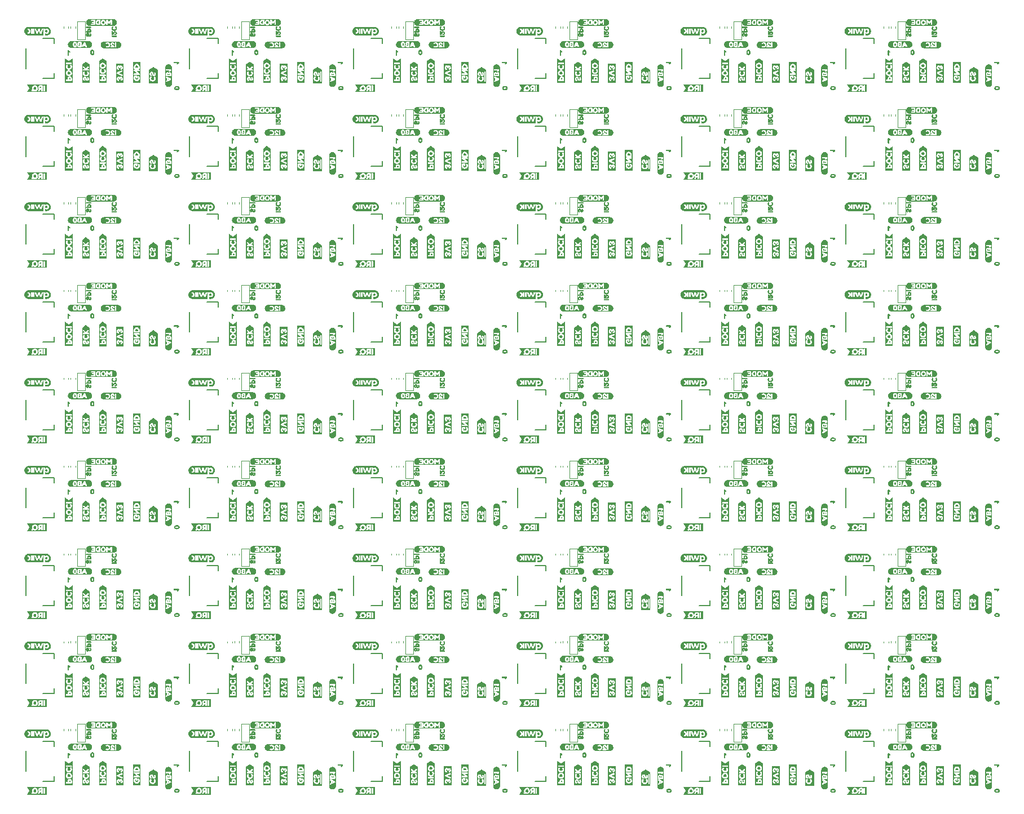
<source format=gbo>
%TF.GenerationSoftware,KiCad,Pcbnew,8.0.6*%
%TF.CreationDate,2024-11-25T14:03:36-07:00*%
%TF.ProjectId,SparkFun_BMV080_panelized,53706172-6b46-4756-9e5f-424d56303830,v01*%
%TF.SameCoordinates,Original*%
%TF.FileFunction,Legend,Bot*%
%TF.FilePolarity,Positive*%
%FSLAX46Y46*%
G04 Gerber Fmt 4.6, Leading zero omitted, Abs format (unit mm)*
G04 Created by KiCad (PCBNEW 8.0.6) date 2024-11-25 14:03:36*
%MOMM*%
%LPD*%
G01*
G04 APERTURE LIST*
%ADD10C,0.000000*%
%ADD11C,0.120000*%
%ADD12C,0.100000*%
%ADD13C,0.203200*%
G04 APERTURE END LIST*
D10*
%TO.C,kibuzzard-66C3B31E*%
G36*
X145133519Y96141216D02*
G01*
X145022504Y96087425D01*
X145022504Y96195007D01*
X145133519Y96141216D01*
G37*
G36*
X144999041Y96998441D02*
G01*
X145009914Y96950372D01*
X145009914Y96935494D01*
X145029943Y96870258D01*
X145098040Y96850801D01*
X145163848Y96871402D01*
X145182732Y96941216D01*
X145182732Y96954950D01*
X145190744Y96982418D01*
X145226223Y96990429D01*
X145261702Y96978412D01*
X145270858Y96930916D01*
X145270858Y96792432D01*
X144888598Y96792432D01*
X144888598Y96956094D01*
X144889742Y96972117D01*
X144896037Y96989857D01*
X144915494Y97007024D01*
X144951545Y97013319D01*
X144999041Y96998441D01*
G37*
G36*
X145119565Y98387899D02*
G01*
X145168652Y98380617D01*
X145216790Y98368560D01*
X145263513Y98351842D01*
X145308373Y98330624D01*
X145350938Y98305112D01*
X145390797Y98275551D01*
X145427566Y98242225D01*
X145460892Y98205456D01*
X145490453Y98165597D01*
X145515965Y98123032D01*
X145537183Y98078172D01*
X145553901Y98031449D01*
X145565958Y97983311D01*
X145573240Y97934224D01*
X145575675Y97884659D01*
X145575675Y97646223D01*
X145575675Y95733777D01*
X145575675Y95495341D01*
X145573240Y95445776D01*
X145565958Y95396689D01*
X145553901Y95348551D01*
X145537183Y95301828D01*
X145515965Y95256968D01*
X145490453Y95214403D01*
X145460892Y95174544D01*
X145427566Y95137775D01*
X145390797Y95104449D01*
X145350938Y95074888D01*
X145308373Y95049376D01*
X145263513Y95028158D01*
X145216790Y95011440D01*
X145168652Y94999383D01*
X145119565Y94992101D01*
X145070000Y94989666D01*
X145020435Y94992101D01*
X144971348Y94999383D01*
X144923210Y95011440D01*
X144876487Y95028158D01*
X144831627Y95049376D01*
X144789062Y95074888D01*
X144749203Y95104449D01*
X144712434Y95137775D01*
X144679108Y95174544D01*
X144649547Y95214403D01*
X144624035Y95256968D01*
X144602817Y95301828D01*
X144586099Y95348551D01*
X144574042Y95396689D01*
X144566760Y95445776D01*
X144564325Y95495341D01*
X144564325Y95733777D01*
X144564325Y96391860D01*
X144669428Y96391860D01*
X144735236Y96335780D01*
X144843963Y96283133D01*
X144843963Y96001588D01*
X144734092Y95948941D01*
X144670572Y95891717D01*
X144687167Y95808169D01*
X144742675Y95744077D01*
X144823362Y95758956D01*
X145418498Y96046223D01*
X145462561Y96086280D01*
X145479156Y96142361D01*
X145463705Y96198155D01*
X145417353Y96237353D01*
X144823362Y96524621D01*
X144742103Y96540072D01*
X144686023Y96476552D01*
X144669428Y96391860D01*
X144564325Y96391860D01*
X144564325Y96687139D01*
X144564325Y96967539D01*
X144679156Y96967539D01*
X144679156Y96687139D01*
X144687167Y96627625D01*
X144713491Y96595579D01*
X144745536Y96584707D01*
X144785594Y96582990D01*
X145376152Y96582990D01*
X145414492Y96584707D01*
X145445966Y96595579D01*
X145472289Y96627625D01*
X145480300Y96688283D01*
X145480300Y96956094D01*
X145472225Y97020567D01*
X145448000Y97078174D01*
X145407625Y97128913D01*
X145356187Y97168334D01*
X145298771Y97191987D01*
X145235379Y97199871D01*
X145168426Y97190429D01*
X145107196Y97162103D01*
X145026795Y97207597D01*
X144938956Y97222761D01*
X144870159Y97213796D01*
X144808738Y97188426D01*
X144754692Y97146652D01*
X144712728Y97093433D01*
X144687549Y97033729D01*
X144679156Y96967539D01*
X144564325Y96967539D01*
X144564325Y97542074D01*
X144675722Y97542074D01*
X144698612Y97461960D01*
X144779871Y97439070D01*
X145166710Y97439070D01*
X145156409Y97427625D01*
X145123219Y97357239D01*
X145163276Y97289142D01*
X145238813Y97253662D01*
X145275436Y97266824D01*
X145314349Y97301731D01*
X145444821Y97447082D01*
X145459700Y97465393D01*
X145479156Y97543219D01*
X145455694Y97623333D01*
X145373863Y97646223D01*
X144778727Y97646223D01*
X144698612Y97623333D01*
X144675722Y97542074D01*
X144564325Y97542074D01*
X144564325Y97646223D01*
X144564325Y97884659D01*
X144566760Y97934224D01*
X144574042Y97983311D01*
X144586099Y98031449D01*
X144602817Y98078172D01*
X144624035Y98123032D01*
X144649547Y98165597D01*
X144679108Y98205456D01*
X144712434Y98242225D01*
X144749203Y98275551D01*
X144789062Y98305112D01*
X144831627Y98330624D01*
X144876487Y98351842D01*
X144923210Y98368560D01*
X144971348Y98380617D01*
X145020435Y98387899D01*
X145070000Y98390334D01*
X145119565Y98387899D01*
G37*
G36*
X145133519Y82941216D02*
G01*
X145022504Y82887425D01*
X145022504Y82995007D01*
X145133519Y82941216D01*
G37*
G36*
X144999041Y83798441D02*
G01*
X145009914Y83750372D01*
X145009914Y83735494D01*
X145029943Y83670258D01*
X145098040Y83650801D01*
X145163848Y83671402D01*
X145182732Y83741216D01*
X145182732Y83754950D01*
X145190744Y83782418D01*
X145226223Y83790429D01*
X145261702Y83778412D01*
X145270858Y83730916D01*
X145270858Y83592432D01*
X144888598Y83592432D01*
X144888598Y83756094D01*
X144889742Y83772117D01*
X144896037Y83789857D01*
X144915494Y83807024D01*
X144951545Y83813319D01*
X144999041Y83798441D01*
G37*
G36*
X145119565Y85187899D02*
G01*
X145168652Y85180617D01*
X145216790Y85168560D01*
X145263513Y85151842D01*
X145308373Y85130624D01*
X145350938Y85105112D01*
X145390797Y85075551D01*
X145427566Y85042225D01*
X145460892Y85005456D01*
X145490453Y84965597D01*
X145515965Y84923032D01*
X145537183Y84878172D01*
X145553901Y84831449D01*
X145565958Y84783311D01*
X145573240Y84734224D01*
X145575675Y84684659D01*
X145575675Y84446223D01*
X145575675Y82533777D01*
X145575675Y82295341D01*
X145573240Y82245776D01*
X145565958Y82196689D01*
X145553901Y82148551D01*
X145537183Y82101828D01*
X145515965Y82056968D01*
X145490453Y82014403D01*
X145460892Y81974544D01*
X145427566Y81937775D01*
X145390797Y81904449D01*
X145350938Y81874888D01*
X145308373Y81849376D01*
X145263513Y81828158D01*
X145216790Y81811440D01*
X145168652Y81799383D01*
X145119565Y81792101D01*
X145070000Y81789666D01*
X145020435Y81792101D01*
X144971348Y81799383D01*
X144923210Y81811440D01*
X144876487Y81828158D01*
X144831627Y81849376D01*
X144789062Y81874888D01*
X144749203Y81904449D01*
X144712434Y81937775D01*
X144679108Y81974544D01*
X144649547Y82014403D01*
X144624035Y82056968D01*
X144602817Y82101828D01*
X144586099Y82148551D01*
X144574042Y82196689D01*
X144566760Y82245776D01*
X144564325Y82295341D01*
X144564325Y82533777D01*
X144564325Y83191860D01*
X144669428Y83191860D01*
X144735236Y83135780D01*
X144843963Y83083133D01*
X144843963Y82801588D01*
X144734092Y82748941D01*
X144670572Y82691717D01*
X144687167Y82608169D01*
X144742675Y82544077D01*
X144823362Y82558956D01*
X145418498Y82846223D01*
X145462561Y82886280D01*
X145479156Y82942361D01*
X145463705Y82998155D01*
X145417353Y83037353D01*
X144823362Y83324621D01*
X144742103Y83340072D01*
X144686023Y83276552D01*
X144669428Y83191860D01*
X144564325Y83191860D01*
X144564325Y83487139D01*
X144564325Y83767539D01*
X144679156Y83767539D01*
X144679156Y83487139D01*
X144687167Y83427625D01*
X144713491Y83395579D01*
X144745536Y83384707D01*
X144785594Y83382990D01*
X145376152Y83382990D01*
X145414492Y83384707D01*
X145445966Y83395579D01*
X145472289Y83427625D01*
X145480300Y83488283D01*
X145480300Y83756094D01*
X145472225Y83820567D01*
X145448000Y83878174D01*
X145407625Y83928913D01*
X145356187Y83968334D01*
X145298771Y83991987D01*
X145235379Y83999871D01*
X145168426Y83990429D01*
X145107196Y83962103D01*
X145026795Y84007597D01*
X144938956Y84022761D01*
X144870159Y84013796D01*
X144808738Y83988426D01*
X144754692Y83946652D01*
X144712728Y83893433D01*
X144687549Y83833729D01*
X144679156Y83767539D01*
X144564325Y83767539D01*
X144564325Y84342074D01*
X144675722Y84342074D01*
X144698612Y84261960D01*
X144779871Y84239070D01*
X145166710Y84239070D01*
X145156409Y84227625D01*
X145123219Y84157239D01*
X145163276Y84089142D01*
X145238813Y84053662D01*
X145275436Y84066824D01*
X145314349Y84101731D01*
X145444821Y84247082D01*
X145459700Y84265393D01*
X145479156Y84343219D01*
X145455694Y84423333D01*
X145373863Y84446223D01*
X144778727Y84446223D01*
X144698612Y84423333D01*
X144675722Y84342074D01*
X144564325Y84342074D01*
X144564325Y84446223D01*
X144564325Y84684659D01*
X144566760Y84734224D01*
X144574042Y84783311D01*
X144586099Y84831449D01*
X144602817Y84878172D01*
X144624035Y84923032D01*
X144649547Y84965597D01*
X144679108Y85005456D01*
X144712434Y85042225D01*
X144749203Y85075551D01*
X144789062Y85105112D01*
X144831627Y85130624D01*
X144876487Y85151842D01*
X144923210Y85168560D01*
X144971348Y85180617D01*
X145020435Y85187899D01*
X145070000Y85190334D01*
X145119565Y85187899D01*
G37*
G36*
X145133519Y69741216D02*
G01*
X145022504Y69687425D01*
X145022504Y69795007D01*
X145133519Y69741216D01*
G37*
G36*
X144999041Y70598441D02*
G01*
X145009914Y70550372D01*
X145009914Y70535494D01*
X145029943Y70470258D01*
X145098040Y70450801D01*
X145163848Y70471402D01*
X145182732Y70541216D01*
X145182732Y70554950D01*
X145190744Y70582418D01*
X145226223Y70590429D01*
X145261702Y70578412D01*
X145270858Y70530916D01*
X145270858Y70392432D01*
X144888598Y70392432D01*
X144888598Y70556094D01*
X144889742Y70572117D01*
X144896037Y70589857D01*
X144915494Y70607024D01*
X144951545Y70613319D01*
X144999041Y70598441D01*
G37*
G36*
X145119565Y71987899D02*
G01*
X145168652Y71980617D01*
X145216790Y71968560D01*
X145263513Y71951842D01*
X145308373Y71930624D01*
X145350938Y71905112D01*
X145390797Y71875551D01*
X145427566Y71842225D01*
X145460892Y71805456D01*
X145490453Y71765597D01*
X145515965Y71723032D01*
X145537183Y71678172D01*
X145553901Y71631449D01*
X145565958Y71583311D01*
X145573240Y71534224D01*
X145575675Y71484659D01*
X145575675Y71246223D01*
X145575675Y69333777D01*
X145575675Y69095341D01*
X145573240Y69045776D01*
X145565958Y68996689D01*
X145553901Y68948551D01*
X145537183Y68901828D01*
X145515965Y68856968D01*
X145490453Y68814403D01*
X145460892Y68774544D01*
X145427566Y68737775D01*
X145390797Y68704449D01*
X145350938Y68674888D01*
X145308373Y68649376D01*
X145263513Y68628158D01*
X145216790Y68611440D01*
X145168652Y68599383D01*
X145119565Y68592101D01*
X145070000Y68589666D01*
X145020435Y68592101D01*
X144971348Y68599383D01*
X144923210Y68611440D01*
X144876487Y68628158D01*
X144831627Y68649376D01*
X144789062Y68674888D01*
X144749203Y68704449D01*
X144712434Y68737775D01*
X144679108Y68774544D01*
X144649547Y68814403D01*
X144624035Y68856968D01*
X144602817Y68901828D01*
X144586099Y68948551D01*
X144574042Y68996689D01*
X144566760Y69045776D01*
X144564325Y69095341D01*
X144564325Y69333777D01*
X144564325Y69991860D01*
X144669428Y69991860D01*
X144735236Y69935780D01*
X144843963Y69883133D01*
X144843963Y69601588D01*
X144734092Y69548941D01*
X144670572Y69491717D01*
X144687167Y69408169D01*
X144742675Y69344077D01*
X144823362Y69358956D01*
X145418498Y69646223D01*
X145462561Y69686280D01*
X145479156Y69742361D01*
X145463705Y69798155D01*
X145417353Y69837353D01*
X144823362Y70124621D01*
X144742103Y70140072D01*
X144686023Y70076552D01*
X144669428Y69991860D01*
X144564325Y69991860D01*
X144564325Y70287139D01*
X144564325Y70567539D01*
X144679156Y70567539D01*
X144679156Y70287139D01*
X144687167Y70227625D01*
X144713491Y70195579D01*
X144745536Y70184707D01*
X144785594Y70182990D01*
X145376152Y70182990D01*
X145414492Y70184707D01*
X145445966Y70195579D01*
X145472289Y70227625D01*
X145480300Y70288283D01*
X145480300Y70556094D01*
X145472225Y70620567D01*
X145448000Y70678174D01*
X145407625Y70728913D01*
X145356187Y70768334D01*
X145298771Y70791987D01*
X145235379Y70799871D01*
X145168426Y70790429D01*
X145107196Y70762103D01*
X145026795Y70807597D01*
X144938956Y70822761D01*
X144870159Y70813796D01*
X144808738Y70788426D01*
X144754692Y70746652D01*
X144712728Y70693433D01*
X144687549Y70633729D01*
X144679156Y70567539D01*
X144564325Y70567539D01*
X144564325Y71142074D01*
X144675722Y71142074D01*
X144698612Y71061960D01*
X144779871Y71039070D01*
X145166710Y71039070D01*
X145156409Y71027625D01*
X145123219Y70957239D01*
X145163276Y70889142D01*
X145238813Y70853662D01*
X145275436Y70866824D01*
X145314349Y70901731D01*
X145444821Y71047082D01*
X145459700Y71065393D01*
X145479156Y71143219D01*
X145455694Y71223333D01*
X145373863Y71246223D01*
X144778727Y71246223D01*
X144698612Y71223333D01*
X144675722Y71142074D01*
X144564325Y71142074D01*
X144564325Y71246223D01*
X144564325Y71484659D01*
X144566760Y71534224D01*
X144574042Y71583311D01*
X144586099Y71631449D01*
X144602817Y71678172D01*
X144624035Y71723032D01*
X144649547Y71765597D01*
X144679108Y71805456D01*
X144712434Y71842225D01*
X144749203Y71875551D01*
X144789062Y71905112D01*
X144831627Y71930624D01*
X144876487Y71951842D01*
X144923210Y71968560D01*
X144971348Y71980617D01*
X145020435Y71987899D01*
X145070000Y71990334D01*
X145119565Y71987899D01*
G37*
G36*
X145133519Y56541216D02*
G01*
X145022504Y56487425D01*
X145022504Y56595007D01*
X145133519Y56541216D01*
G37*
G36*
X144999041Y57398441D02*
G01*
X145009914Y57350372D01*
X145009914Y57335494D01*
X145029943Y57270258D01*
X145098040Y57250801D01*
X145163848Y57271402D01*
X145182732Y57341216D01*
X145182732Y57354950D01*
X145190744Y57382418D01*
X145226223Y57390429D01*
X145261702Y57378412D01*
X145270858Y57330916D01*
X145270858Y57192432D01*
X144888598Y57192432D01*
X144888598Y57356094D01*
X144889742Y57372117D01*
X144896037Y57389857D01*
X144915494Y57407024D01*
X144951545Y57413319D01*
X144999041Y57398441D01*
G37*
G36*
X145119565Y58787899D02*
G01*
X145168652Y58780617D01*
X145216790Y58768560D01*
X145263513Y58751842D01*
X145308373Y58730624D01*
X145350938Y58705112D01*
X145390797Y58675551D01*
X145427566Y58642225D01*
X145460892Y58605456D01*
X145490453Y58565597D01*
X145515965Y58523032D01*
X145537183Y58478172D01*
X145553901Y58431449D01*
X145565958Y58383311D01*
X145573240Y58334224D01*
X145575675Y58284659D01*
X145575675Y58046223D01*
X145575675Y56133777D01*
X145575675Y55895341D01*
X145573240Y55845776D01*
X145565958Y55796689D01*
X145553901Y55748551D01*
X145537183Y55701828D01*
X145515965Y55656968D01*
X145490453Y55614403D01*
X145460892Y55574544D01*
X145427566Y55537775D01*
X145390797Y55504449D01*
X145350938Y55474888D01*
X145308373Y55449376D01*
X145263513Y55428158D01*
X145216790Y55411440D01*
X145168652Y55399383D01*
X145119565Y55392101D01*
X145070000Y55389666D01*
X145020435Y55392101D01*
X144971348Y55399383D01*
X144923210Y55411440D01*
X144876487Y55428158D01*
X144831627Y55449376D01*
X144789062Y55474888D01*
X144749203Y55504449D01*
X144712434Y55537775D01*
X144679108Y55574544D01*
X144649547Y55614403D01*
X144624035Y55656968D01*
X144602817Y55701828D01*
X144586099Y55748551D01*
X144574042Y55796689D01*
X144566760Y55845776D01*
X144564325Y55895341D01*
X144564325Y56133777D01*
X144564325Y56791860D01*
X144669428Y56791860D01*
X144735236Y56735780D01*
X144843963Y56683133D01*
X144843963Y56401588D01*
X144734092Y56348941D01*
X144670572Y56291717D01*
X144687167Y56208169D01*
X144742675Y56144077D01*
X144823362Y56158956D01*
X145418498Y56446223D01*
X145462561Y56486280D01*
X145479156Y56542361D01*
X145463705Y56598155D01*
X145417353Y56637353D01*
X144823362Y56924621D01*
X144742103Y56940072D01*
X144686023Y56876552D01*
X144669428Y56791860D01*
X144564325Y56791860D01*
X144564325Y57087139D01*
X144564325Y57367539D01*
X144679156Y57367539D01*
X144679156Y57087139D01*
X144687167Y57027625D01*
X144713491Y56995579D01*
X144745536Y56984707D01*
X144785594Y56982990D01*
X145376152Y56982990D01*
X145414492Y56984707D01*
X145445966Y56995579D01*
X145472289Y57027625D01*
X145480300Y57088283D01*
X145480300Y57356094D01*
X145472225Y57420567D01*
X145448000Y57478174D01*
X145407625Y57528913D01*
X145356187Y57568334D01*
X145298771Y57591987D01*
X145235379Y57599871D01*
X145168426Y57590429D01*
X145107196Y57562103D01*
X145026795Y57607597D01*
X144938956Y57622761D01*
X144870159Y57613796D01*
X144808738Y57588426D01*
X144754692Y57546652D01*
X144712728Y57493433D01*
X144687549Y57433729D01*
X144679156Y57367539D01*
X144564325Y57367539D01*
X144564325Y57942074D01*
X144675722Y57942074D01*
X144698612Y57861960D01*
X144779871Y57839070D01*
X145166710Y57839070D01*
X145156409Y57827625D01*
X145123219Y57757239D01*
X145163276Y57689142D01*
X145238813Y57653662D01*
X145275436Y57666824D01*
X145314349Y57701731D01*
X145444821Y57847082D01*
X145459700Y57865393D01*
X145479156Y57943219D01*
X145455694Y58023333D01*
X145373863Y58046223D01*
X144778727Y58046223D01*
X144698612Y58023333D01*
X144675722Y57942074D01*
X144564325Y57942074D01*
X144564325Y58046223D01*
X144564325Y58284659D01*
X144566760Y58334224D01*
X144574042Y58383311D01*
X144586099Y58431449D01*
X144602817Y58478172D01*
X144624035Y58523032D01*
X144649547Y58565597D01*
X144679108Y58605456D01*
X144712434Y58642225D01*
X144749203Y58675551D01*
X144789062Y58705112D01*
X144831627Y58730624D01*
X144876487Y58751842D01*
X144923210Y58768560D01*
X144971348Y58780617D01*
X145020435Y58787899D01*
X145070000Y58790334D01*
X145119565Y58787899D01*
G37*
G36*
X145133519Y43341216D02*
G01*
X145022504Y43287425D01*
X145022504Y43395007D01*
X145133519Y43341216D01*
G37*
G36*
X144999041Y44198441D02*
G01*
X145009914Y44150372D01*
X145009914Y44135494D01*
X145029943Y44070258D01*
X145098040Y44050801D01*
X145163848Y44071402D01*
X145182732Y44141216D01*
X145182732Y44154950D01*
X145190744Y44182418D01*
X145226223Y44190429D01*
X145261702Y44178412D01*
X145270858Y44130916D01*
X145270858Y43992432D01*
X144888598Y43992432D01*
X144888598Y44156094D01*
X144889742Y44172117D01*
X144896037Y44189857D01*
X144915494Y44207024D01*
X144951545Y44213319D01*
X144999041Y44198441D01*
G37*
G36*
X145119565Y45587899D02*
G01*
X145168652Y45580617D01*
X145216790Y45568560D01*
X145263513Y45551842D01*
X145308373Y45530624D01*
X145350938Y45505112D01*
X145390797Y45475551D01*
X145427566Y45442225D01*
X145460892Y45405456D01*
X145490453Y45365597D01*
X145515965Y45323032D01*
X145537183Y45278172D01*
X145553901Y45231449D01*
X145565958Y45183311D01*
X145573240Y45134224D01*
X145575675Y45084659D01*
X145575675Y44846223D01*
X145575675Y42933777D01*
X145575675Y42695341D01*
X145573240Y42645776D01*
X145565958Y42596689D01*
X145553901Y42548551D01*
X145537183Y42501828D01*
X145515965Y42456968D01*
X145490453Y42414403D01*
X145460892Y42374544D01*
X145427566Y42337775D01*
X145390797Y42304449D01*
X145350938Y42274888D01*
X145308373Y42249376D01*
X145263513Y42228158D01*
X145216790Y42211440D01*
X145168652Y42199383D01*
X145119565Y42192101D01*
X145070000Y42189666D01*
X145020435Y42192101D01*
X144971348Y42199383D01*
X144923210Y42211440D01*
X144876487Y42228158D01*
X144831627Y42249376D01*
X144789062Y42274888D01*
X144749203Y42304449D01*
X144712434Y42337775D01*
X144679108Y42374544D01*
X144649547Y42414403D01*
X144624035Y42456968D01*
X144602817Y42501828D01*
X144586099Y42548551D01*
X144574042Y42596689D01*
X144566760Y42645776D01*
X144564325Y42695341D01*
X144564325Y42933777D01*
X144564325Y43591860D01*
X144669428Y43591860D01*
X144735236Y43535780D01*
X144843963Y43483133D01*
X144843963Y43201588D01*
X144734092Y43148941D01*
X144670572Y43091717D01*
X144687167Y43008169D01*
X144742675Y42944077D01*
X144823362Y42958956D01*
X145418498Y43246223D01*
X145462561Y43286280D01*
X145479156Y43342361D01*
X145463705Y43398155D01*
X145417353Y43437353D01*
X144823362Y43724621D01*
X144742103Y43740072D01*
X144686023Y43676552D01*
X144669428Y43591860D01*
X144564325Y43591860D01*
X144564325Y43887139D01*
X144564325Y44167539D01*
X144679156Y44167539D01*
X144679156Y43887139D01*
X144687167Y43827625D01*
X144713491Y43795579D01*
X144745536Y43784707D01*
X144785594Y43782990D01*
X145376152Y43782990D01*
X145414492Y43784707D01*
X145445966Y43795579D01*
X145472289Y43827625D01*
X145480300Y43888283D01*
X145480300Y44156094D01*
X145472225Y44220567D01*
X145448000Y44278174D01*
X145407625Y44328913D01*
X145356187Y44368334D01*
X145298771Y44391987D01*
X145235379Y44399871D01*
X145168426Y44390429D01*
X145107196Y44362103D01*
X145026795Y44407597D01*
X144938956Y44422761D01*
X144870159Y44413796D01*
X144808738Y44388426D01*
X144754692Y44346652D01*
X144712728Y44293433D01*
X144687549Y44233729D01*
X144679156Y44167539D01*
X144564325Y44167539D01*
X144564325Y44742074D01*
X144675722Y44742074D01*
X144698612Y44661960D01*
X144779871Y44639070D01*
X145166710Y44639070D01*
X145156409Y44627625D01*
X145123219Y44557239D01*
X145163276Y44489142D01*
X145238813Y44453662D01*
X145275436Y44466824D01*
X145314349Y44501731D01*
X145444821Y44647082D01*
X145459700Y44665393D01*
X145479156Y44743219D01*
X145455694Y44823333D01*
X145373863Y44846223D01*
X144778727Y44846223D01*
X144698612Y44823333D01*
X144675722Y44742074D01*
X144564325Y44742074D01*
X144564325Y44846223D01*
X144564325Y45084659D01*
X144566760Y45134224D01*
X144574042Y45183311D01*
X144586099Y45231449D01*
X144602817Y45278172D01*
X144624035Y45323032D01*
X144649547Y45365597D01*
X144679108Y45405456D01*
X144712434Y45442225D01*
X144749203Y45475551D01*
X144789062Y45505112D01*
X144831627Y45530624D01*
X144876487Y45551842D01*
X144923210Y45568560D01*
X144971348Y45580617D01*
X145020435Y45587899D01*
X145070000Y45590334D01*
X145119565Y45587899D01*
G37*
G36*
X145133519Y30141216D02*
G01*
X145022504Y30087425D01*
X145022504Y30195007D01*
X145133519Y30141216D01*
G37*
G36*
X144999041Y30998441D02*
G01*
X145009914Y30950372D01*
X145009914Y30935494D01*
X145029943Y30870258D01*
X145098040Y30850801D01*
X145163848Y30871402D01*
X145182732Y30941216D01*
X145182732Y30954950D01*
X145190744Y30982418D01*
X145226223Y30990429D01*
X145261702Y30978412D01*
X145270858Y30930916D01*
X145270858Y30792432D01*
X144888598Y30792432D01*
X144888598Y30956094D01*
X144889742Y30972117D01*
X144896037Y30989857D01*
X144915494Y31007024D01*
X144951545Y31013319D01*
X144999041Y30998441D01*
G37*
G36*
X145119565Y32387899D02*
G01*
X145168652Y32380617D01*
X145216790Y32368560D01*
X145263513Y32351842D01*
X145308373Y32330624D01*
X145350938Y32305112D01*
X145390797Y32275551D01*
X145427566Y32242225D01*
X145460892Y32205456D01*
X145490453Y32165597D01*
X145515965Y32123032D01*
X145537183Y32078172D01*
X145553901Y32031449D01*
X145565958Y31983311D01*
X145573240Y31934224D01*
X145575675Y31884659D01*
X145575675Y31646223D01*
X145575675Y29733777D01*
X145575675Y29495341D01*
X145573240Y29445776D01*
X145565958Y29396689D01*
X145553901Y29348551D01*
X145537183Y29301828D01*
X145515965Y29256968D01*
X145490453Y29214403D01*
X145460892Y29174544D01*
X145427566Y29137775D01*
X145390797Y29104449D01*
X145350938Y29074888D01*
X145308373Y29049376D01*
X145263513Y29028158D01*
X145216790Y29011440D01*
X145168652Y28999383D01*
X145119565Y28992101D01*
X145070000Y28989666D01*
X145020435Y28992101D01*
X144971348Y28999383D01*
X144923210Y29011440D01*
X144876487Y29028158D01*
X144831627Y29049376D01*
X144789062Y29074888D01*
X144749203Y29104449D01*
X144712434Y29137775D01*
X144679108Y29174544D01*
X144649547Y29214403D01*
X144624035Y29256968D01*
X144602817Y29301828D01*
X144586099Y29348551D01*
X144574042Y29396689D01*
X144566760Y29445776D01*
X144564325Y29495341D01*
X144564325Y29733777D01*
X144564325Y30391860D01*
X144669428Y30391860D01*
X144735236Y30335780D01*
X144843963Y30283133D01*
X144843963Y30001588D01*
X144734092Y29948941D01*
X144670572Y29891717D01*
X144687167Y29808169D01*
X144742675Y29744077D01*
X144823362Y29758956D01*
X145418498Y30046223D01*
X145462561Y30086280D01*
X145479156Y30142361D01*
X145463705Y30198155D01*
X145417353Y30237353D01*
X144823362Y30524621D01*
X144742103Y30540072D01*
X144686023Y30476552D01*
X144669428Y30391860D01*
X144564325Y30391860D01*
X144564325Y30687139D01*
X144564325Y30967539D01*
X144679156Y30967539D01*
X144679156Y30687139D01*
X144687167Y30627625D01*
X144713491Y30595579D01*
X144745536Y30584707D01*
X144785594Y30582990D01*
X145376152Y30582990D01*
X145414492Y30584707D01*
X145445966Y30595579D01*
X145472289Y30627625D01*
X145480300Y30688283D01*
X145480300Y30956094D01*
X145472225Y31020567D01*
X145448000Y31078174D01*
X145407625Y31128913D01*
X145356187Y31168334D01*
X145298771Y31191987D01*
X145235379Y31199871D01*
X145168426Y31190429D01*
X145107196Y31162103D01*
X145026795Y31207597D01*
X144938956Y31222761D01*
X144870159Y31213796D01*
X144808738Y31188426D01*
X144754692Y31146652D01*
X144712728Y31093433D01*
X144687549Y31033729D01*
X144679156Y30967539D01*
X144564325Y30967539D01*
X144564325Y31542074D01*
X144675722Y31542074D01*
X144698612Y31461960D01*
X144779871Y31439070D01*
X145166710Y31439070D01*
X145156409Y31427625D01*
X145123219Y31357239D01*
X145163276Y31289142D01*
X145238813Y31253662D01*
X145275436Y31266824D01*
X145314349Y31301731D01*
X145444821Y31447082D01*
X145459700Y31465393D01*
X145479156Y31543219D01*
X145455694Y31623333D01*
X145373863Y31646223D01*
X144778727Y31646223D01*
X144698612Y31623333D01*
X144675722Y31542074D01*
X144564325Y31542074D01*
X144564325Y31646223D01*
X144564325Y31884659D01*
X144566760Y31934224D01*
X144574042Y31983311D01*
X144586099Y32031449D01*
X144602817Y32078172D01*
X144624035Y32123032D01*
X144649547Y32165597D01*
X144679108Y32205456D01*
X144712434Y32242225D01*
X144749203Y32275551D01*
X144789062Y32305112D01*
X144831627Y32330624D01*
X144876487Y32351842D01*
X144923210Y32368560D01*
X144971348Y32380617D01*
X145020435Y32387899D01*
X145070000Y32390334D01*
X145119565Y32387899D01*
G37*
G36*
X145133519Y16941216D02*
G01*
X145022504Y16887425D01*
X145022504Y16995007D01*
X145133519Y16941216D01*
G37*
G36*
X144999041Y17798441D02*
G01*
X145009914Y17750372D01*
X145009914Y17735494D01*
X145029943Y17670258D01*
X145098040Y17650801D01*
X145163848Y17671402D01*
X145182732Y17741216D01*
X145182732Y17754950D01*
X145190744Y17782418D01*
X145226223Y17790429D01*
X145261702Y17778412D01*
X145270858Y17730916D01*
X145270858Y17592432D01*
X144888598Y17592432D01*
X144888598Y17756094D01*
X144889742Y17772117D01*
X144896037Y17789857D01*
X144915494Y17807024D01*
X144951545Y17813319D01*
X144999041Y17798441D01*
G37*
G36*
X145119565Y19187899D02*
G01*
X145168652Y19180617D01*
X145216790Y19168560D01*
X145263513Y19151842D01*
X145308373Y19130624D01*
X145350938Y19105112D01*
X145390797Y19075551D01*
X145427566Y19042225D01*
X145460892Y19005456D01*
X145490453Y18965597D01*
X145515965Y18923032D01*
X145537183Y18878172D01*
X145553901Y18831449D01*
X145565958Y18783311D01*
X145573240Y18734224D01*
X145575675Y18684659D01*
X145575675Y18446223D01*
X145575675Y16533777D01*
X145575675Y16295341D01*
X145573240Y16245776D01*
X145565958Y16196689D01*
X145553901Y16148551D01*
X145537183Y16101828D01*
X145515965Y16056968D01*
X145490453Y16014403D01*
X145460892Y15974544D01*
X145427566Y15937775D01*
X145390797Y15904449D01*
X145350938Y15874888D01*
X145308373Y15849376D01*
X145263513Y15828158D01*
X145216790Y15811440D01*
X145168652Y15799383D01*
X145119565Y15792101D01*
X145070000Y15789666D01*
X145020435Y15792101D01*
X144971348Y15799383D01*
X144923210Y15811440D01*
X144876487Y15828158D01*
X144831627Y15849376D01*
X144789062Y15874888D01*
X144749203Y15904449D01*
X144712434Y15937775D01*
X144679108Y15974544D01*
X144649547Y16014403D01*
X144624035Y16056968D01*
X144602817Y16101828D01*
X144586099Y16148551D01*
X144574042Y16196689D01*
X144566760Y16245776D01*
X144564325Y16295341D01*
X144564325Y16533777D01*
X144564325Y17191860D01*
X144669428Y17191860D01*
X144735236Y17135780D01*
X144843963Y17083133D01*
X144843963Y16801588D01*
X144734092Y16748941D01*
X144670572Y16691717D01*
X144687167Y16608169D01*
X144742675Y16544077D01*
X144823362Y16558956D01*
X145418498Y16846223D01*
X145462561Y16886280D01*
X145479156Y16942361D01*
X145463705Y16998155D01*
X145417353Y17037353D01*
X144823362Y17324621D01*
X144742103Y17340072D01*
X144686023Y17276552D01*
X144669428Y17191860D01*
X144564325Y17191860D01*
X144564325Y17487139D01*
X144564325Y17767539D01*
X144679156Y17767539D01*
X144679156Y17487139D01*
X144687167Y17427625D01*
X144713491Y17395579D01*
X144745536Y17384707D01*
X144785594Y17382990D01*
X145376152Y17382990D01*
X145414492Y17384707D01*
X145445966Y17395579D01*
X145472289Y17427625D01*
X145480300Y17488283D01*
X145480300Y17756094D01*
X145472225Y17820567D01*
X145448000Y17878174D01*
X145407625Y17928913D01*
X145356187Y17968334D01*
X145298771Y17991987D01*
X145235379Y17999871D01*
X145168426Y17990429D01*
X145107196Y17962103D01*
X145026795Y18007597D01*
X144938956Y18022761D01*
X144870159Y18013796D01*
X144808738Y17988426D01*
X144754692Y17946652D01*
X144712728Y17893433D01*
X144687549Y17833729D01*
X144679156Y17767539D01*
X144564325Y17767539D01*
X144564325Y18342074D01*
X144675722Y18342074D01*
X144698612Y18261960D01*
X144779871Y18239070D01*
X145166710Y18239070D01*
X145156409Y18227625D01*
X145123219Y18157239D01*
X145163276Y18089142D01*
X145238813Y18053662D01*
X145275436Y18066824D01*
X145314349Y18101731D01*
X145444821Y18247082D01*
X145459700Y18265393D01*
X145479156Y18343219D01*
X145455694Y18423333D01*
X145373863Y18446223D01*
X144778727Y18446223D01*
X144698612Y18423333D01*
X144675722Y18342074D01*
X144564325Y18342074D01*
X144564325Y18446223D01*
X144564325Y18684659D01*
X144566760Y18734224D01*
X144574042Y18783311D01*
X144586099Y18831449D01*
X144602817Y18878172D01*
X144624035Y18923032D01*
X144649547Y18965597D01*
X144679108Y19005456D01*
X144712434Y19042225D01*
X144749203Y19075551D01*
X144789062Y19105112D01*
X144831627Y19130624D01*
X144876487Y19151842D01*
X144923210Y19168560D01*
X144971348Y19180617D01*
X145020435Y19187899D01*
X145070000Y19190334D01*
X145119565Y19187899D01*
G37*
G36*
X145133519Y3741216D02*
G01*
X145022504Y3687425D01*
X145022504Y3795007D01*
X145133519Y3741216D01*
G37*
G36*
X144999041Y4598441D02*
G01*
X145009914Y4550372D01*
X145009914Y4535494D01*
X145029943Y4470258D01*
X145098040Y4450801D01*
X145163848Y4471402D01*
X145182732Y4541216D01*
X145182732Y4554950D01*
X145190744Y4582418D01*
X145226223Y4590429D01*
X145261702Y4578412D01*
X145270858Y4530916D01*
X145270858Y4392432D01*
X144888598Y4392432D01*
X144888598Y4556094D01*
X144889742Y4572117D01*
X144896037Y4589857D01*
X144915494Y4607024D01*
X144951545Y4613319D01*
X144999041Y4598441D01*
G37*
G36*
X145119565Y5987899D02*
G01*
X145168652Y5980617D01*
X145216790Y5968560D01*
X145263513Y5951842D01*
X145308373Y5930624D01*
X145350938Y5905112D01*
X145390797Y5875551D01*
X145427566Y5842225D01*
X145460892Y5805456D01*
X145490453Y5765597D01*
X145515965Y5723032D01*
X145537183Y5678172D01*
X145553901Y5631449D01*
X145565958Y5583311D01*
X145573240Y5534224D01*
X145575675Y5484659D01*
X145575675Y5246223D01*
X145575675Y3333777D01*
X145575675Y3095341D01*
X145573240Y3045776D01*
X145565958Y2996689D01*
X145553901Y2948551D01*
X145537183Y2901828D01*
X145515965Y2856968D01*
X145490453Y2814403D01*
X145460892Y2774544D01*
X145427566Y2737775D01*
X145390797Y2704449D01*
X145350938Y2674888D01*
X145308373Y2649376D01*
X145263513Y2628158D01*
X145216790Y2611440D01*
X145168652Y2599383D01*
X145119565Y2592101D01*
X145070000Y2589666D01*
X145020435Y2592101D01*
X144971348Y2599383D01*
X144923210Y2611440D01*
X144876487Y2628158D01*
X144831627Y2649376D01*
X144789062Y2674888D01*
X144749203Y2704449D01*
X144712434Y2737775D01*
X144679108Y2774544D01*
X144649547Y2814403D01*
X144624035Y2856968D01*
X144602817Y2901828D01*
X144586099Y2948551D01*
X144574042Y2996689D01*
X144566760Y3045776D01*
X144564325Y3095341D01*
X144564325Y3333777D01*
X144564325Y3991860D01*
X144669428Y3991860D01*
X144735236Y3935780D01*
X144843963Y3883133D01*
X144843963Y3601588D01*
X144734092Y3548941D01*
X144670572Y3491717D01*
X144687167Y3408169D01*
X144742675Y3344077D01*
X144823362Y3358956D01*
X145418498Y3646223D01*
X145462561Y3686280D01*
X145479156Y3742361D01*
X145463705Y3798155D01*
X145417353Y3837353D01*
X144823362Y4124621D01*
X144742103Y4140072D01*
X144686023Y4076552D01*
X144669428Y3991860D01*
X144564325Y3991860D01*
X144564325Y4287139D01*
X144564325Y4567539D01*
X144679156Y4567539D01*
X144679156Y4287139D01*
X144687167Y4227625D01*
X144713491Y4195579D01*
X144745536Y4184707D01*
X144785594Y4182990D01*
X145376152Y4182990D01*
X145414492Y4184707D01*
X145445966Y4195579D01*
X145472289Y4227625D01*
X145480300Y4288283D01*
X145480300Y4556094D01*
X145472225Y4620567D01*
X145448000Y4678174D01*
X145407625Y4728913D01*
X145356187Y4768334D01*
X145298771Y4791987D01*
X145235379Y4799871D01*
X145168426Y4790429D01*
X145107196Y4762103D01*
X145026795Y4807597D01*
X144938956Y4822761D01*
X144870159Y4813796D01*
X144808738Y4788426D01*
X144754692Y4746652D01*
X144712728Y4693433D01*
X144687549Y4633729D01*
X144679156Y4567539D01*
X144564325Y4567539D01*
X144564325Y5142074D01*
X144675722Y5142074D01*
X144698612Y5061960D01*
X144779871Y5039070D01*
X145166710Y5039070D01*
X145156409Y5027625D01*
X145123219Y4957239D01*
X145163276Y4889142D01*
X145238813Y4853662D01*
X145275436Y4866824D01*
X145314349Y4901731D01*
X145444821Y5047082D01*
X145459700Y5065393D01*
X145479156Y5143219D01*
X145455694Y5223333D01*
X145373863Y5246223D01*
X144778727Y5246223D01*
X144698612Y5223333D01*
X144675722Y5142074D01*
X144564325Y5142074D01*
X144564325Y5246223D01*
X144564325Y5484659D01*
X144566760Y5534224D01*
X144574042Y5583311D01*
X144586099Y5631449D01*
X144602817Y5678172D01*
X144624035Y5723032D01*
X144649547Y5765597D01*
X144679108Y5805456D01*
X144712434Y5842225D01*
X144749203Y5875551D01*
X144789062Y5905112D01*
X144831627Y5930624D01*
X144876487Y5951842D01*
X144923210Y5968560D01*
X144971348Y5980617D01*
X145020435Y5987899D01*
X145070000Y5990334D01*
X145119565Y5987899D01*
G37*
G36*
X145133519Y-9458784D02*
G01*
X145022504Y-9512575D01*
X145022504Y-9404993D01*
X145133519Y-9458784D01*
G37*
G36*
X144999041Y-8601559D02*
G01*
X145009914Y-8649628D01*
X145009914Y-8664506D01*
X145029943Y-8729742D01*
X145098040Y-8749199D01*
X145163848Y-8728598D01*
X145182732Y-8658784D01*
X145182732Y-8645050D01*
X145190744Y-8617582D01*
X145226223Y-8609571D01*
X145261702Y-8621588D01*
X145270858Y-8669084D01*
X145270858Y-8807568D01*
X144888598Y-8807568D01*
X144888598Y-8643906D01*
X144889742Y-8627883D01*
X144896037Y-8610143D01*
X144915494Y-8592976D01*
X144951545Y-8586681D01*
X144999041Y-8601559D01*
G37*
G36*
X145119565Y-7212101D02*
G01*
X145168652Y-7219383D01*
X145216790Y-7231440D01*
X145263513Y-7248158D01*
X145308373Y-7269376D01*
X145350938Y-7294888D01*
X145390797Y-7324449D01*
X145427566Y-7357775D01*
X145460892Y-7394544D01*
X145490453Y-7434403D01*
X145515965Y-7476968D01*
X145537183Y-7521828D01*
X145553901Y-7568551D01*
X145565958Y-7616689D01*
X145573240Y-7665776D01*
X145575675Y-7715341D01*
X145575675Y-7953777D01*
X145575675Y-9866223D01*
X145575675Y-10104659D01*
X145573240Y-10154224D01*
X145565958Y-10203311D01*
X145553901Y-10251449D01*
X145537183Y-10298172D01*
X145515965Y-10343032D01*
X145490453Y-10385597D01*
X145460892Y-10425456D01*
X145427566Y-10462225D01*
X145390797Y-10495551D01*
X145350938Y-10525112D01*
X145308373Y-10550624D01*
X145263513Y-10571842D01*
X145216790Y-10588560D01*
X145168652Y-10600617D01*
X145119565Y-10607899D01*
X145070000Y-10610334D01*
X145020435Y-10607899D01*
X144971348Y-10600617D01*
X144923210Y-10588560D01*
X144876487Y-10571842D01*
X144831627Y-10550624D01*
X144789062Y-10525112D01*
X144749203Y-10495551D01*
X144712434Y-10462225D01*
X144679108Y-10425456D01*
X144649547Y-10385597D01*
X144624035Y-10343032D01*
X144602817Y-10298172D01*
X144586099Y-10251449D01*
X144574042Y-10203311D01*
X144566760Y-10154224D01*
X144564325Y-10104659D01*
X144564325Y-9866223D01*
X144564325Y-9208140D01*
X144669428Y-9208140D01*
X144735236Y-9264220D01*
X144843963Y-9316867D01*
X144843963Y-9598412D01*
X144734092Y-9651059D01*
X144670572Y-9708283D01*
X144687167Y-9791831D01*
X144742675Y-9855923D01*
X144823362Y-9841044D01*
X145418498Y-9553777D01*
X145462561Y-9513720D01*
X145479156Y-9457639D01*
X145463705Y-9401845D01*
X145417353Y-9362647D01*
X144823362Y-9075379D01*
X144742103Y-9059928D01*
X144686023Y-9123448D01*
X144669428Y-9208140D01*
X144564325Y-9208140D01*
X144564325Y-8912861D01*
X144564325Y-8632461D01*
X144679156Y-8632461D01*
X144679156Y-8912861D01*
X144687167Y-8972375D01*
X144713491Y-9004421D01*
X144745536Y-9015293D01*
X144785594Y-9017010D01*
X145376152Y-9017010D01*
X145414492Y-9015293D01*
X145445966Y-9004421D01*
X145472289Y-8972375D01*
X145480300Y-8911717D01*
X145480300Y-8643906D01*
X145472225Y-8579433D01*
X145448000Y-8521826D01*
X145407625Y-8471087D01*
X145356187Y-8431666D01*
X145298771Y-8408013D01*
X145235379Y-8400129D01*
X145168426Y-8409571D01*
X145107196Y-8437897D01*
X145026795Y-8392403D01*
X144938956Y-8377239D01*
X144870159Y-8386204D01*
X144808738Y-8411574D01*
X144754692Y-8453348D01*
X144712728Y-8506567D01*
X144687549Y-8566271D01*
X144679156Y-8632461D01*
X144564325Y-8632461D01*
X144564325Y-8057926D01*
X144675722Y-8057926D01*
X144698612Y-8138040D01*
X144779871Y-8160930D01*
X145166710Y-8160930D01*
X145156409Y-8172375D01*
X145123219Y-8242761D01*
X145163276Y-8310858D01*
X145238813Y-8346338D01*
X145275436Y-8333176D01*
X145314349Y-8298269D01*
X145444821Y-8152918D01*
X145459700Y-8134607D01*
X145479156Y-8056781D01*
X145455694Y-7976667D01*
X145373863Y-7953777D01*
X144778727Y-7953777D01*
X144698612Y-7976667D01*
X144675722Y-8057926D01*
X144564325Y-8057926D01*
X144564325Y-7953777D01*
X144564325Y-7715341D01*
X144566760Y-7665776D01*
X144574042Y-7616689D01*
X144586099Y-7568551D01*
X144602817Y-7521828D01*
X144624035Y-7476968D01*
X144649547Y-7434403D01*
X144679108Y-7394544D01*
X144712434Y-7357775D01*
X144749203Y-7324449D01*
X144789062Y-7294888D01*
X144831627Y-7269376D01*
X144876487Y-7248158D01*
X144923210Y-7231440D01*
X144971348Y-7219383D01*
X145020435Y-7212101D01*
X145070000Y-7209666D01*
X145119565Y-7212101D01*
G37*
G36*
X120503519Y96141216D02*
G01*
X120392504Y96087425D01*
X120392504Y96195007D01*
X120503519Y96141216D01*
G37*
G36*
X120369041Y96998441D02*
G01*
X120379914Y96950372D01*
X120379914Y96935494D01*
X120399943Y96870258D01*
X120468040Y96850801D01*
X120533848Y96871402D01*
X120552732Y96941216D01*
X120552732Y96954950D01*
X120560744Y96982418D01*
X120596223Y96990429D01*
X120631702Y96978412D01*
X120640858Y96930916D01*
X120640858Y96792432D01*
X120258598Y96792432D01*
X120258598Y96956094D01*
X120259742Y96972117D01*
X120266037Y96989857D01*
X120285494Y97007024D01*
X120321545Y97013319D01*
X120369041Y96998441D01*
G37*
G36*
X120489565Y98387899D02*
G01*
X120538652Y98380617D01*
X120586790Y98368560D01*
X120633513Y98351842D01*
X120678373Y98330624D01*
X120720938Y98305112D01*
X120760797Y98275551D01*
X120797566Y98242225D01*
X120830892Y98205456D01*
X120860453Y98165597D01*
X120885965Y98123032D01*
X120907183Y98078172D01*
X120923901Y98031449D01*
X120935958Y97983311D01*
X120943240Y97934224D01*
X120945675Y97884659D01*
X120945675Y97646223D01*
X120945675Y95733777D01*
X120945675Y95495341D01*
X120943240Y95445776D01*
X120935958Y95396689D01*
X120923901Y95348551D01*
X120907183Y95301828D01*
X120885965Y95256968D01*
X120860453Y95214403D01*
X120830892Y95174544D01*
X120797566Y95137775D01*
X120760797Y95104449D01*
X120720938Y95074888D01*
X120678373Y95049376D01*
X120633513Y95028158D01*
X120586790Y95011440D01*
X120538652Y94999383D01*
X120489565Y94992101D01*
X120440000Y94989666D01*
X120390435Y94992101D01*
X120341348Y94999383D01*
X120293210Y95011440D01*
X120246487Y95028158D01*
X120201627Y95049376D01*
X120159062Y95074888D01*
X120119203Y95104449D01*
X120082434Y95137775D01*
X120049108Y95174544D01*
X120019547Y95214403D01*
X119994035Y95256968D01*
X119972817Y95301828D01*
X119956099Y95348551D01*
X119944042Y95396689D01*
X119936760Y95445776D01*
X119934325Y95495341D01*
X119934325Y95733777D01*
X119934325Y96391860D01*
X120039428Y96391860D01*
X120105236Y96335780D01*
X120213963Y96283133D01*
X120213963Y96001588D01*
X120104092Y95948941D01*
X120040572Y95891717D01*
X120057167Y95808169D01*
X120112675Y95744077D01*
X120193362Y95758956D01*
X120788498Y96046223D01*
X120832561Y96086280D01*
X120849156Y96142361D01*
X120833705Y96198155D01*
X120787353Y96237353D01*
X120193362Y96524621D01*
X120112103Y96540072D01*
X120056023Y96476552D01*
X120039428Y96391860D01*
X119934325Y96391860D01*
X119934325Y96687139D01*
X119934325Y96967539D01*
X120049156Y96967539D01*
X120049156Y96687139D01*
X120057167Y96627625D01*
X120083491Y96595579D01*
X120115536Y96584707D01*
X120155594Y96582990D01*
X120746152Y96582990D01*
X120784492Y96584707D01*
X120815966Y96595579D01*
X120842289Y96627625D01*
X120850300Y96688283D01*
X120850300Y96956094D01*
X120842225Y97020567D01*
X120818000Y97078174D01*
X120777625Y97128913D01*
X120726187Y97168334D01*
X120668771Y97191987D01*
X120605379Y97199871D01*
X120538426Y97190429D01*
X120477196Y97162103D01*
X120396795Y97207597D01*
X120308956Y97222761D01*
X120240159Y97213796D01*
X120178738Y97188426D01*
X120124692Y97146652D01*
X120082728Y97093433D01*
X120057549Y97033729D01*
X120049156Y96967539D01*
X119934325Y96967539D01*
X119934325Y97542074D01*
X120045722Y97542074D01*
X120068612Y97461960D01*
X120149871Y97439070D01*
X120536710Y97439070D01*
X120526409Y97427625D01*
X120493219Y97357239D01*
X120533276Y97289142D01*
X120608813Y97253662D01*
X120645436Y97266824D01*
X120684349Y97301731D01*
X120814821Y97447082D01*
X120829700Y97465393D01*
X120849156Y97543219D01*
X120825694Y97623333D01*
X120743863Y97646223D01*
X120148727Y97646223D01*
X120068612Y97623333D01*
X120045722Y97542074D01*
X119934325Y97542074D01*
X119934325Y97646223D01*
X119934325Y97884659D01*
X119936760Y97934224D01*
X119944042Y97983311D01*
X119956099Y98031449D01*
X119972817Y98078172D01*
X119994035Y98123032D01*
X120019547Y98165597D01*
X120049108Y98205456D01*
X120082434Y98242225D01*
X120119203Y98275551D01*
X120159062Y98305112D01*
X120201627Y98330624D01*
X120246487Y98351842D01*
X120293210Y98368560D01*
X120341348Y98380617D01*
X120390435Y98387899D01*
X120440000Y98390334D01*
X120489565Y98387899D01*
G37*
G36*
X120503519Y82941216D02*
G01*
X120392504Y82887425D01*
X120392504Y82995007D01*
X120503519Y82941216D01*
G37*
G36*
X120369041Y83798441D02*
G01*
X120379914Y83750372D01*
X120379914Y83735494D01*
X120399943Y83670258D01*
X120468040Y83650801D01*
X120533848Y83671402D01*
X120552732Y83741216D01*
X120552732Y83754950D01*
X120560744Y83782418D01*
X120596223Y83790429D01*
X120631702Y83778412D01*
X120640858Y83730916D01*
X120640858Y83592432D01*
X120258598Y83592432D01*
X120258598Y83756094D01*
X120259742Y83772117D01*
X120266037Y83789857D01*
X120285494Y83807024D01*
X120321545Y83813319D01*
X120369041Y83798441D01*
G37*
G36*
X120489565Y85187899D02*
G01*
X120538652Y85180617D01*
X120586790Y85168560D01*
X120633513Y85151842D01*
X120678373Y85130624D01*
X120720938Y85105112D01*
X120760797Y85075551D01*
X120797566Y85042225D01*
X120830892Y85005456D01*
X120860453Y84965597D01*
X120885965Y84923032D01*
X120907183Y84878172D01*
X120923901Y84831449D01*
X120935958Y84783311D01*
X120943240Y84734224D01*
X120945675Y84684659D01*
X120945675Y84446223D01*
X120945675Y82533777D01*
X120945675Y82295341D01*
X120943240Y82245776D01*
X120935958Y82196689D01*
X120923901Y82148551D01*
X120907183Y82101828D01*
X120885965Y82056968D01*
X120860453Y82014403D01*
X120830892Y81974544D01*
X120797566Y81937775D01*
X120760797Y81904449D01*
X120720938Y81874888D01*
X120678373Y81849376D01*
X120633513Y81828158D01*
X120586790Y81811440D01*
X120538652Y81799383D01*
X120489565Y81792101D01*
X120440000Y81789666D01*
X120390435Y81792101D01*
X120341348Y81799383D01*
X120293210Y81811440D01*
X120246487Y81828158D01*
X120201627Y81849376D01*
X120159062Y81874888D01*
X120119203Y81904449D01*
X120082434Y81937775D01*
X120049108Y81974544D01*
X120019547Y82014403D01*
X119994035Y82056968D01*
X119972817Y82101828D01*
X119956099Y82148551D01*
X119944042Y82196689D01*
X119936760Y82245776D01*
X119934325Y82295341D01*
X119934325Y82533777D01*
X119934325Y83191860D01*
X120039428Y83191860D01*
X120105236Y83135780D01*
X120213963Y83083133D01*
X120213963Y82801588D01*
X120104092Y82748941D01*
X120040572Y82691717D01*
X120057167Y82608169D01*
X120112675Y82544077D01*
X120193362Y82558956D01*
X120788498Y82846223D01*
X120832561Y82886280D01*
X120849156Y82942361D01*
X120833705Y82998155D01*
X120787353Y83037353D01*
X120193362Y83324621D01*
X120112103Y83340072D01*
X120056023Y83276552D01*
X120039428Y83191860D01*
X119934325Y83191860D01*
X119934325Y83487139D01*
X119934325Y83767539D01*
X120049156Y83767539D01*
X120049156Y83487139D01*
X120057167Y83427625D01*
X120083491Y83395579D01*
X120115536Y83384707D01*
X120155594Y83382990D01*
X120746152Y83382990D01*
X120784492Y83384707D01*
X120815966Y83395579D01*
X120842289Y83427625D01*
X120850300Y83488283D01*
X120850300Y83756094D01*
X120842225Y83820567D01*
X120818000Y83878174D01*
X120777625Y83928913D01*
X120726187Y83968334D01*
X120668771Y83991987D01*
X120605379Y83999871D01*
X120538426Y83990429D01*
X120477196Y83962103D01*
X120396795Y84007597D01*
X120308956Y84022761D01*
X120240159Y84013796D01*
X120178738Y83988426D01*
X120124692Y83946652D01*
X120082728Y83893433D01*
X120057549Y83833729D01*
X120049156Y83767539D01*
X119934325Y83767539D01*
X119934325Y84342074D01*
X120045722Y84342074D01*
X120068612Y84261960D01*
X120149871Y84239070D01*
X120536710Y84239070D01*
X120526409Y84227625D01*
X120493219Y84157239D01*
X120533276Y84089142D01*
X120608813Y84053662D01*
X120645436Y84066824D01*
X120684349Y84101731D01*
X120814821Y84247082D01*
X120829700Y84265393D01*
X120849156Y84343219D01*
X120825694Y84423333D01*
X120743863Y84446223D01*
X120148727Y84446223D01*
X120068612Y84423333D01*
X120045722Y84342074D01*
X119934325Y84342074D01*
X119934325Y84446223D01*
X119934325Y84684659D01*
X119936760Y84734224D01*
X119944042Y84783311D01*
X119956099Y84831449D01*
X119972817Y84878172D01*
X119994035Y84923032D01*
X120019547Y84965597D01*
X120049108Y85005456D01*
X120082434Y85042225D01*
X120119203Y85075551D01*
X120159062Y85105112D01*
X120201627Y85130624D01*
X120246487Y85151842D01*
X120293210Y85168560D01*
X120341348Y85180617D01*
X120390435Y85187899D01*
X120440000Y85190334D01*
X120489565Y85187899D01*
G37*
G36*
X120503519Y69741216D02*
G01*
X120392504Y69687425D01*
X120392504Y69795007D01*
X120503519Y69741216D01*
G37*
G36*
X120369041Y70598441D02*
G01*
X120379914Y70550372D01*
X120379914Y70535494D01*
X120399943Y70470258D01*
X120468040Y70450801D01*
X120533848Y70471402D01*
X120552732Y70541216D01*
X120552732Y70554950D01*
X120560744Y70582418D01*
X120596223Y70590429D01*
X120631702Y70578412D01*
X120640858Y70530916D01*
X120640858Y70392432D01*
X120258598Y70392432D01*
X120258598Y70556094D01*
X120259742Y70572117D01*
X120266037Y70589857D01*
X120285494Y70607024D01*
X120321545Y70613319D01*
X120369041Y70598441D01*
G37*
G36*
X120489565Y71987899D02*
G01*
X120538652Y71980617D01*
X120586790Y71968560D01*
X120633513Y71951842D01*
X120678373Y71930624D01*
X120720938Y71905112D01*
X120760797Y71875551D01*
X120797566Y71842225D01*
X120830892Y71805456D01*
X120860453Y71765597D01*
X120885965Y71723032D01*
X120907183Y71678172D01*
X120923901Y71631449D01*
X120935958Y71583311D01*
X120943240Y71534224D01*
X120945675Y71484659D01*
X120945675Y71246223D01*
X120945675Y69333777D01*
X120945675Y69095341D01*
X120943240Y69045776D01*
X120935958Y68996689D01*
X120923901Y68948551D01*
X120907183Y68901828D01*
X120885965Y68856968D01*
X120860453Y68814403D01*
X120830892Y68774544D01*
X120797566Y68737775D01*
X120760797Y68704449D01*
X120720938Y68674888D01*
X120678373Y68649376D01*
X120633513Y68628158D01*
X120586790Y68611440D01*
X120538652Y68599383D01*
X120489565Y68592101D01*
X120440000Y68589666D01*
X120390435Y68592101D01*
X120341348Y68599383D01*
X120293210Y68611440D01*
X120246487Y68628158D01*
X120201627Y68649376D01*
X120159062Y68674888D01*
X120119203Y68704449D01*
X120082434Y68737775D01*
X120049108Y68774544D01*
X120019547Y68814403D01*
X119994035Y68856968D01*
X119972817Y68901828D01*
X119956099Y68948551D01*
X119944042Y68996689D01*
X119936760Y69045776D01*
X119934325Y69095341D01*
X119934325Y69333777D01*
X119934325Y69991860D01*
X120039428Y69991860D01*
X120105236Y69935780D01*
X120213963Y69883133D01*
X120213963Y69601588D01*
X120104092Y69548941D01*
X120040572Y69491717D01*
X120057167Y69408169D01*
X120112675Y69344077D01*
X120193362Y69358956D01*
X120788498Y69646223D01*
X120832561Y69686280D01*
X120849156Y69742361D01*
X120833705Y69798155D01*
X120787353Y69837353D01*
X120193362Y70124621D01*
X120112103Y70140072D01*
X120056023Y70076552D01*
X120039428Y69991860D01*
X119934325Y69991860D01*
X119934325Y70287139D01*
X119934325Y70567539D01*
X120049156Y70567539D01*
X120049156Y70287139D01*
X120057167Y70227625D01*
X120083491Y70195579D01*
X120115536Y70184707D01*
X120155594Y70182990D01*
X120746152Y70182990D01*
X120784492Y70184707D01*
X120815966Y70195579D01*
X120842289Y70227625D01*
X120850300Y70288283D01*
X120850300Y70556094D01*
X120842225Y70620567D01*
X120818000Y70678174D01*
X120777625Y70728913D01*
X120726187Y70768334D01*
X120668771Y70791987D01*
X120605379Y70799871D01*
X120538426Y70790429D01*
X120477196Y70762103D01*
X120396795Y70807597D01*
X120308956Y70822761D01*
X120240159Y70813796D01*
X120178738Y70788426D01*
X120124692Y70746652D01*
X120082728Y70693433D01*
X120057549Y70633729D01*
X120049156Y70567539D01*
X119934325Y70567539D01*
X119934325Y71142074D01*
X120045722Y71142074D01*
X120068612Y71061960D01*
X120149871Y71039070D01*
X120536710Y71039070D01*
X120526409Y71027625D01*
X120493219Y70957239D01*
X120533276Y70889142D01*
X120608813Y70853662D01*
X120645436Y70866824D01*
X120684349Y70901731D01*
X120814821Y71047082D01*
X120829700Y71065393D01*
X120849156Y71143219D01*
X120825694Y71223333D01*
X120743863Y71246223D01*
X120148727Y71246223D01*
X120068612Y71223333D01*
X120045722Y71142074D01*
X119934325Y71142074D01*
X119934325Y71246223D01*
X119934325Y71484659D01*
X119936760Y71534224D01*
X119944042Y71583311D01*
X119956099Y71631449D01*
X119972817Y71678172D01*
X119994035Y71723032D01*
X120019547Y71765597D01*
X120049108Y71805456D01*
X120082434Y71842225D01*
X120119203Y71875551D01*
X120159062Y71905112D01*
X120201627Y71930624D01*
X120246487Y71951842D01*
X120293210Y71968560D01*
X120341348Y71980617D01*
X120390435Y71987899D01*
X120440000Y71990334D01*
X120489565Y71987899D01*
G37*
G36*
X120503519Y56541216D02*
G01*
X120392504Y56487425D01*
X120392504Y56595007D01*
X120503519Y56541216D01*
G37*
G36*
X120369041Y57398441D02*
G01*
X120379914Y57350372D01*
X120379914Y57335494D01*
X120399943Y57270258D01*
X120468040Y57250801D01*
X120533848Y57271402D01*
X120552732Y57341216D01*
X120552732Y57354950D01*
X120560744Y57382418D01*
X120596223Y57390429D01*
X120631702Y57378412D01*
X120640858Y57330916D01*
X120640858Y57192432D01*
X120258598Y57192432D01*
X120258598Y57356094D01*
X120259742Y57372117D01*
X120266037Y57389857D01*
X120285494Y57407024D01*
X120321545Y57413319D01*
X120369041Y57398441D01*
G37*
G36*
X120489565Y58787899D02*
G01*
X120538652Y58780617D01*
X120586790Y58768560D01*
X120633513Y58751842D01*
X120678373Y58730624D01*
X120720938Y58705112D01*
X120760797Y58675551D01*
X120797566Y58642225D01*
X120830892Y58605456D01*
X120860453Y58565597D01*
X120885965Y58523032D01*
X120907183Y58478172D01*
X120923901Y58431449D01*
X120935958Y58383311D01*
X120943240Y58334224D01*
X120945675Y58284659D01*
X120945675Y58046223D01*
X120945675Y56133777D01*
X120945675Y55895341D01*
X120943240Y55845776D01*
X120935958Y55796689D01*
X120923901Y55748551D01*
X120907183Y55701828D01*
X120885965Y55656968D01*
X120860453Y55614403D01*
X120830892Y55574544D01*
X120797566Y55537775D01*
X120760797Y55504449D01*
X120720938Y55474888D01*
X120678373Y55449376D01*
X120633513Y55428158D01*
X120586790Y55411440D01*
X120538652Y55399383D01*
X120489565Y55392101D01*
X120440000Y55389666D01*
X120390435Y55392101D01*
X120341348Y55399383D01*
X120293210Y55411440D01*
X120246487Y55428158D01*
X120201627Y55449376D01*
X120159062Y55474888D01*
X120119203Y55504449D01*
X120082434Y55537775D01*
X120049108Y55574544D01*
X120019547Y55614403D01*
X119994035Y55656968D01*
X119972817Y55701828D01*
X119956099Y55748551D01*
X119944042Y55796689D01*
X119936760Y55845776D01*
X119934325Y55895341D01*
X119934325Y56133777D01*
X119934325Y56791860D01*
X120039428Y56791860D01*
X120105236Y56735780D01*
X120213963Y56683133D01*
X120213963Y56401588D01*
X120104092Y56348941D01*
X120040572Y56291717D01*
X120057167Y56208169D01*
X120112675Y56144077D01*
X120193362Y56158956D01*
X120788498Y56446223D01*
X120832561Y56486280D01*
X120849156Y56542361D01*
X120833705Y56598155D01*
X120787353Y56637353D01*
X120193362Y56924621D01*
X120112103Y56940072D01*
X120056023Y56876552D01*
X120039428Y56791860D01*
X119934325Y56791860D01*
X119934325Y57087139D01*
X119934325Y57367539D01*
X120049156Y57367539D01*
X120049156Y57087139D01*
X120057167Y57027625D01*
X120083491Y56995579D01*
X120115536Y56984707D01*
X120155594Y56982990D01*
X120746152Y56982990D01*
X120784492Y56984707D01*
X120815966Y56995579D01*
X120842289Y57027625D01*
X120850300Y57088283D01*
X120850300Y57356094D01*
X120842225Y57420567D01*
X120818000Y57478174D01*
X120777625Y57528913D01*
X120726187Y57568334D01*
X120668771Y57591987D01*
X120605379Y57599871D01*
X120538426Y57590429D01*
X120477196Y57562103D01*
X120396795Y57607597D01*
X120308956Y57622761D01*
X120240159Y57613796D01*
X120178738Y57588426D01*
X120124692Y57546652D01*
X120082728Y57493433D01*
X120057549Y57433729D01*
X120049156Y57367539D01*
X119934325Y57367539D01*
X119934325Y57942074D01*
X120045722Y57942074D01*
X120068612Y57861960D01*
X120149871Y57839070D01*
X120536710Y57839070D01*
X120526409Y57827625D01*
X120493219Y57757239D01*
X120533276Y57689142D01*
X120608813Y57653662D01*
X120645436Y57666824D01*
X120684349Y57701731D01*
X120814821Y57847082D01*
X120829700Y57865393D01*
X120849156Y57943219D01*
X120825694Y58023333D01*
X120743863Y58046223D01*
X120148727Y58046223D01*
X120068612Y58023333D01*
X120045722Y57942074D01*
X119934325Y57942074D01*
X119934325Y58046223D01*
X119934325Y58284659D01*
X119936760Y58334224D01*
X119944042Y58383311D01*
X119956099Y58431449D01*
X119972817Y58478172D01*
X119994035Y58523032D01*
X120019547Y58565597D01*
X120049108Y58605456D01*
X120082434Y58642225D01*
X120119203Y58675551D01*
X120159062Y58705112D01*
X120201627Y58730624D01*
X120246487Y58751842D01*
X120293210Y58768560D01*
X120341348Y58780617D01*
X120390435Y58787899D01*
X120440000Y58790334D01*
X120489565Y58787899D01*
G37*
G36*
X120503519Y43341216D02*
G01*
X120392504Y43287425D01*
X120392504Y43395007D01*
X120503519Y43341216D01*
G37*
G36*
X120369041Y44198441D02*
G01*
X120379914Y44150372D01*
X120379914Y44135494D01*
X120399943Y44070258D01*
X120468040Y44050801D01*
X120533848Y44071402D01*
X120552732Y44141216D01*
X120552732Y44154950D01*
X120560744Y44182418D01*
X120596223Y44190429D01*
X120631702Y44178412D01*
X120640858Y44130916D01*
X120640858Y43992432D01*
X120258598Y43992432D01*
X120258598Y44156094D01*
X120259742Y44172117D01*
X120266037Y44189857D01*
X120285494Y44207024D01*
X120321545Y44213319D01*
X120369041Y44198441D01*
G37*
G36*
X120489565Y45587899D02*
G01*
X120538652Y45580617D01*
X120586790Y45568560D01*
X120633513Y45551842D01*
X120678373Y45530624D01*
X120720938Y45505112D01*
X120760797Y45475551D01*
X120797566Y45442225D01*
X120830892Y45405456D01*
X120860453Y45365597D01*
X120885965Y45323032D01*
X120907183Y45278172D01*
X120923901Y45231449D01*
X120935958Y45183311D01*
X120943240Y45134224D01*
X120945675Y45084659D01*
X120945675Y44846223D01*
X120945675Y42933777D01*
X120945675Y42695341D01*
X120943240Y42645776D01*
X120935958Y42596689D01*
X120923901Y42548551D01*
X120907183Y42501828D01*
X120885965Y42456968D01*
X120860453Y42414403D01*
X120830892Y42374544D01*
X120797566Y42337775D01*
X120760797Y42304449D01*
X120720938Y42274888D01*
X120678373Y42249376D01*
X120633513Y42228158D01*
X120586790Y42211440D01*
X120538652Y42199383D01*
X120489565Y42192101D01*
X120440000Y42189666D01*
X120390435Y42192101D01*
X120341348Y42199383D01*
X120293210Y42211440D01*
X120246487Y42228158D01*
X120201627Y42249376D01*
X120159062Y42274888D01*
X120119203Y42304449D01*
X120082434Y42337775D01*
X120049108Y42374544D01*
X120019547Y42414403D01*
X119994035Y42456968D01*
X119972817Y42501828D01*
X119956099Y42548551D01*
X119944042Y42596689D01*
X119936760Y42645776D01*
X119934325Y42695341D01*
X119934325Y42933777D01*
X119934325Y43591860D01*
X120039428Y43591860D01*
X120105236Y43535780D01*
X120213963Y43483133D01*
X120213963Y43201588D01*
X120104092Y43148941D01*
X120040572Y43091717D01*
X120057167Y43008169D01*
X120112675Y42944077D01*
X120193362Y42958956D01*
X120788498Y43246223D01*
X120832561Y43286280D01*
X120849156Y43342361D01*
X120833705Y43398155D01*
X120787353Y43437353D01*
X120193362Y43724621D01*
X120112103Y43740072D01*
X120056023Y43676552D01*
X120039428Y43591860D01*
X119934325Y43591860D01*
X119934325Y43887139D01*
X119934325Y44167539D01*
X120049156Y44167539D01*
X120049156Y43887139D01*
X120057167Y43827625D01*
X120083491Y43795579D01*
X120115536Y43784707D01*
X120155594Y43782990D01*
X120746152Y43782990D01*
X120784492Y43784707D01*
X120815966Y43795579D01*
X120842289Y43827625D01*
X120850300Y43888283D01*
X120850300Y44156094D01*
X120842225Y44220567D01*
X120818000Y44278174D01*
X120777625Y44328913D01*
X120726187Y44368334D01*
X120668771Y44391987D01*
X120605379Y44399871D01*
X120538426Y44390429D01*
X120477196Y44362103D01*
X120396795Y44407597D01*
X120308956Y44422761D01*
X120240159Y44413796D01*
X120178738Y44388426D01*
X120124692Y44346652D01*
X120082728Y44293433D01*
X120057549Y44233729D01*
X120049156Y44167539D01*
X119934325Y44167539D01*
X119934325Y44742074D01*
X120045722Y44742074D01*
X120068612Y44661960D01*
X120149871Y44639070D01*
X120536710Y44639070D01*
X120526409Y44627625D01*
X120493219Y44557239D01*
X120533276Y44489142D01*
X120608813Y44453662D01*
X120645436Y44466824D01*
X120684349Y44501731D01*
X120814821Y44647082D01*
X120829700Y44665393D01*
X120849156Y44743219D01*
X120825694Y44823333D01*
X120743863Y44846223D01*
X120148727Y44846223D01*
X120068612Y44823333D01*
X120045722Y44742074D01*
X119934325Y44742074D01*
X119934325Y44846223D01*
X119934325Y45084659D01*
X119936760Y45134224D01*
X119944042Y45183311D01*
X119956099Y45231449D01*
X119972817Y45278172D01*
X119994035Y45323032D01*
X120019547Y45365597D01*
X120049108Y45405456D01*
X120082434Y45442225D01*
X120119203Y45475551D01*
X120159062Y45505112D01*
X120201627Y45530624D01*
X120246487Y45551842D01*
X120293210Y45568560D01*
X120341348Y45580617D01*
X120390435Y45587899D01*
X120440000Y45590334D01*
X120489565Y45587899D01*
G37*
G36*
X120503519Y30141216D02*
G01*
X120392504Y30087425D01*
X120392504Y30195007D01*
X120503519Y30141216D01*
G37*
G36*
X120369041Y30998441D02*
G01*
X120379914Y30950372D01*
X120379914Y30935494D01*
X120399943Y30870258D01*
X120468040Y30850801D01*
X120533848Y30871402D01*
X120552732Y30941216D01*
X120552732Y30954950D01*
X120560744Y30982418D01*
X120596223Y30990429D01*
X120631702Y30978412D01*
X120640858Y30930916D01*
X120640858Y30792432D01*
X120258598Y30792432D01*
X120258598Y30956094D01*
X120259742Y30972117D01*
X120266037Y30989857D01*
X120285494Y31007024D01*
X120321545Y31013319D01*
X120369041Y30998441D01*
G37*
G36*
X120489565Y32387899D02*
G01*
X120538652Y32380617D01*
X120586790Y32368560D01*
X120633513Y32351842D01*
X120678373Y32330624D01*
X120720938Y32305112D01*
X120760797Y32275551D01*
X120797566Y32242225D01*
X120830892Y32205456D01*
X120860453Y32165597D01*
X120885965Y32123032D01*
X120907183Y32078172D01*
X120923901Y32031449D01*
X120935958Y31983311D01*
X120943240Y31934224D01*
X120945675Y31884659D01*
X120945675Y31646223D01*
X120945675Y29733777D01*
X120945675Y29495341D01*
X120943240Y29445776D01*
X120935958Y29396689D01*
X120923901Y29348551D01*
X120907183Y29301828D01*
X120885965Y29256968D01*
X120860453Y29214403D01*
X120830892Y29174544D01*
X120797566Y29137775D01*
X120760797Y29104449D01*
X120720938Y29074888D01*
X120678373Y29049376D01*
X120633513Y29028158D01*
X120586790Y29011440D01*
X120538652Y28999383D01*
X120489565Y28992101D01*
X120440000Y28989666D01*
X120390435Y28992101D01*
X120341348Y28999383D01*
X120293210Y29011440D01*
X120246487Y29028158D01*
X120201627Y29049376D01*
X120159062Y29074888D01*
X120119203Y29104449D01*
X120082434Y29137775D01*
X120049108Y29174544D01*
X120019547Y29214403D01*
X119994035Y29256968D01*
X119972817Y29301828D01*
X119956099Y29348551D01*
X119944042Y29396689D01*
X119936760Y29445776D01*
X119934325Y29495341D01*
X119934325Y29733777D01*
X119934325Y30391860D01*
X120039428Y30391860D01*
X120105236Y30335780D01*
X120213963Y30283133D01*
X120213963Y30001588D01*
X120104092Y29948941D01*
X120040572Y29891717D01*
X120057167Y29808169D01*
X120112675Y29744077D01*
X120193362Y29758956D01*
X120788498Y30046223D01*
X120832561Y30086280D01*
X120849156Y30142361D01*
X120833705Y30198155D01*
X120787353Y30237353D01*
X120193362Y30524621D01*
X120112103Y30540072D01*
X120056023Y30476552D01*
X120039428Y30391860D01*
X119934325Y30391860D01*
X119934325Y30687139D01*
X119934325Y30967539D01*
X120049156Y30967539D01*
X120049156Y30687139D01*
X120057167Y30627625D01*
X120083491Y30595579D01*
X120115536Y30584707D01*
X120155594Y30582990D01*
X120746152Y30582990D01*
X120784492Y30584707D01*
X120815966Y30595579D01*
X120842289Y30627625D01*
X120850300Y30688283D01*
X120850300Y30956094D01*
X120842225Y31020567D01*
X120818000Y31078174D01*
X120777625Y31128913D01*
X120726187Y31168334D01*
X120668771Y31191987D01*
X120605379Y31199871D01*
X120538426Y31190429D01*
X120477196Y31162103D01*
X120396795Y31207597D01*
X120308956Y31222761D01*
X120240159Y31213796D01*
X120178738Y31188426D01*
X120124692Y31146652D01*
X120082728Y31093433D01*
X120057549Y31033729D01*
X120049156Y30967539D01*
X119934325Y30967539D01*
X119934325Y31542074D01*
X120045722Y31542074D01*
X120068612Y31461960D01*
X120149871Y31439070D01*
X120536710Y31439070D01*
X120526409Y31427625D01*
X120493219Y31357239D01*
X120533276Y31289142D01*
X120608813Y31253662D01*
X120645436Y31266824D01*
X120684349Y31301731D01*
X120814821Y31447082D01*
X120829700Y31465393D01*
X120849156Y31543219D01*
X120825694Y31623333D01*
X120743863Y31646223D01*
X120148727Y31646223D01*
X120068612Y31623333D01*
X120045722Y31542074D01*
X119934325Y31542074D01*
X119934325Y31646223D01*
X119934325Y31884659D01*
X119936760Y31934224D01*
X119944042Y31983311D01*
X119956099Y32031449D01*
X119972817Y32078172D01*
X119994035Y32123032D01*
X120019547Y32165597D01*
X120049108Y32205456D01*
X120082434Y32242225D01*
X120119203Y32275551D01*
X120159062Y32305112D01*
X120201627Y32330624D01*
X120246487Y32351842D01*
X120293210Y32368560D01*
X120341348Y32380617D01*
X120390435Y32387899D01*
X120440000Y32390334D01*
X120489565Y32387899D01*
G37*
G36*
X120503519Y16941216D02*
G01*
X120392504Y16887425D01*
X120392504Y16995007D01*
X120503519Y16941216D01*
G37*
G36*
X120369041Y17798441D02*
G01*
X120379914Y17750372D01*
X120379914Y17735494D01*
X120399943Y17670258D01*
X120468040Y17650801D01*
X120533848Y17671402D01*
X120552732Y17741216D01*
X120552732Y17754950D01*
X120560744Y17782418D01*
X120596223Y17790429D01*
X120631702Y17778412D01*
X120640858Y17730916D01*
X120640858Y17592432D01*
X120258598Y17592432D01*
X120258598Y17756094D01*
X120259742Y17772117D01*
X120266037Y17789857D01*
X120285494Y17807024D01*
X120321545Y17813319D01*
X120369041Y17798441D01*
G37*
G36*
X120489565Y19187899D02*
G01*
X120538652Y19180617D01*
X120586790Y19168560D01*
X120633513Y19151842D01*
X120678373Y19130624D01*
X120720938Y19105112D01*
X120760797Y19075551D01*
X120797566Y19042225D01*
X120830892Y19005456D01*
X120860453Y18965597D01*
X120885965Y18923032D01*
X120907183Y18878172D01*
X120923901Y18831449D01*
X120935958Y18783311D01*
X120943240Y18734224D01*
X120945675Y18684659D01*
X120945675Y18446223D01*
X120945675Y16533777D01*
X120945675Y16295341D01*
X120943240Y16245776D01*
X120935958Y16196689D01*
X120923901Y16148551D01*
X120907183Y16101828D01*
X120885965Y16056968D01*
X120860453Y16014403D01*
X120830892Y15974544D01*
X120797566Y15937775D01*
X120760797Y15904449D01*
X120720938Y15874888D01*
X120678373Y15849376D01*
X120633513Y15828158D01*
X120586790Y15811440D01*
X120538652Y15799383D01*
X120489565Y15792101D01*
X120440000Y15789666D01*
X120390435Y15792101D01*
X120341348Y15799383D01*
X120293210Y15811440D01*
X120246487Y15828158D01*
X120201627Y15849376D01*
X120159062Y15874888D01*
X120119203Y15904449D01*
X120082434Y15937775D01*
X120049108Y15974544D01*
X120019547Y16014403D01*
X119994035Y16056968D01*
X119972817Y16101828D01*
X119956099Y16148551D01*
X119944042Y16196689D01*
X119936760Y16245776D01*
X119934325Y16295341D01*
X119934325Y16533777D01*
X119934325Y17191860D01*
X120039428Y17191860D01*
X120105236Y17135780D01*
X120213963Y17083133D01*
X120213963Y16801588D01*
X120104092Y16748941D01*
X120040572Y16691717D01*
X120057167Y16608169D01*
X120112675Y16544077D01*
X120193362Y16558956D01*
X120788498Y16846223D01*
X120832561Y16886280D01*
X120849156Y16942361D01*
X120833705Y16998155D01*
X120787353Y17037353D01*
X120193362Y17324621D01*
X120112103Y17340072D01*
X120056023Y17276552D01*
X120039428Y17191860D01*
X119934325Y17191860D01*
X119934325Y17487139D01*
X119934325Y17767539D01*
X120049156Y17767539D01*
X120049156Y17487139D01*
X120057167Y17427625D01*
X120083491Y17395579D01*
X120115536Y17384707D01*
X120155594Y17382990D01*
X120746152Y17382990D01*
X120784492Y17384707D01*
X120815966Y17395579D01*
X120842289Y17427625D01*
X120850300Y17488283D01*
X120850300Y17756094D01*
X120842225Y17820567D01*
X120818000Y17878174D01*
X120777625Y17928913D01*
X120726187Y17968334D01*
X120668771Y17991987D01*
X120605379Y17999871D01*
X120538426Y17990429D01*
X120477196Y17962103D01*
X120396795Y18007597D01*
X120308956Y18022761D01*
X120240159Y18013796D01*
X120178738Y17988426D01*
X120124692Y17946652D01*
X120082728Y17893433D01*
X120057549Y17833729D01*
X120049156Y17767539D01*
X119934325Y17767539D01*
X119934325Y18342074D01*
X120045722Y18342074D01*
X120068612Y18261960D01*
X120149871Y18239070D01*
X120536710Y18239070D01*
X120526409Y18227625D01*
X120493219Y18157239D01*
X120533276Y18089142D01*
X120608813Y18053662D01*
X120645436Y18066824D01*
X120684349Y18101731D01*
X120814821Y18247082D01*
X120829700Y18265393D01*
X120849156Y18343219D01*
X120825694Y18423333D01*
X120743863Y18446223D01*
X120148727Y18446223D01*
X120068612Y18423333D01*
X120045722Y18342074D01*
X119934325Y18342074D01*
X119934325Y18446223D01*
X119934325Y18684659D01*
X119936760Y18734224D01*
X119944042Y18783311D01*
X119956099Y18831449D01*
X119972817Y18878172D01*
X119994035Y18923032D01*
X120019547Y18965597D01*
X120049108Y19005456D01*
X120082434Y19042225D01*
X120119203Y19075551D01*
X120159062Y19105112D01*
X120201627Y19130624D01*
X120246487Y19151842D01*
X120293210Y19168560D01*
X120341348Y19180617D01*
X120390435Y19187899D01*
X120440000Y19190334D01*
X120489565Y19187899D01*
G37*
G36*
X120503519Y3741216D02*
G01*
X120392504Y3687425D01*
X120392504Y3795007D01*
X120503519Y3741216D01*
G37*
G36*
X120369041Y4598441D02*
G01*
X120379914Y4550372D01*
X120379914Y4535494D01*
X120399943Y4470258D01*
X120468040Y4450801D01*
X120533848Y4471402D01*
X120552732Y4541216D01*
X120552732Y4554950D01*
X120560744Y4582418D01*
X120596223Y4590429D01*
X120631702Y4578412D01*
X120640858Y4530916D01*
X120640858Y4392432D01*
X120258598Y4392432D01*
X120258598Y4556094D01*
X120259742Y4572117D01*
X120266037Y4589857D01*
X120285494Y4607024D01*
X120321545Y4613319D01*
X120369041Y4598441D01*
G37*
G36*
X120489565Y5987899D02*
G01*
X120538652Y5980617D01*
X120586790Y5968560D01*
X120633513Y5951842D01*
X120678373Y5930624D01*
X120720938Y5905112D01*
X120760797Y5875551D01*
X120797566Y5842225D01*
X120830892Y5805456D01*
X120860453Y5765597D01*
X120885965Y5723032D01*
X120907183Y5678172D01*
X120923901Y5631449D01*
X120935958Y5583311D01*
X120943240Y5534224D01*
X120945675Y5484659D01*
X120945675Y5246223D01*
X120945675Y3333777D01*
X120945675Y3095341D01*
X120943240Y3045776D01*
X120935958Y2996689D01*
X120923901Y2948551D01*
X120907183Y2901828D01*
X120885965Y2856968D01*
X120860453Y2814403D01*
X120830892Y2774544D01*
X120797566Y2737775D01*
X120760797Y2704449D01*
X120720938Y2674888D01*
X120678373Y2649376D01*
X120633513Y2628158D01*
X120586790Y2611440D01*
X120538652Y2599383D01*
X120489565Y2592101D01*
X120440000Y2589666D01*
X120390435Y2592101D01*
X120341348Y2599383D01*
X120293210Y2611440D01*
X120246487Y2628158D01*
X120201627Y2649376D01*
X120159062Y2674888D01*
X120119203Y2704449D01*
X120082434Y2737775D01*
X120049108Y2774544D01*
X120019547Y2814403D01*
X119994035Y2856968D01*
X119972817Y2901828D01*
X119956099Y2948551D01*
X119944042Y2996689D01*
X119936760Y3045776D01*
X119934325Y3095341D01*
X119934325Y3333777D01*
X119934325Y3991860D01*
X120039428Y3991860D01*
X120105236Y3935780D01*
X120213963Y3883133D01*
X120213963Y3601588D01*
X120104092Y3548941D01*
X120040572Y3491717D01*
X120057167Y3408169D01*
X120112675Y3344077D01*
X120193362Y3358956D01*
X120788498Y3646223D01*
X120832561Y3686280D01*
X120849156Y3742361D01*
X120833705Y3798155D01*
X120787353Y3837353D01*
X120193362Y4124621D01*
X120112103Y4140072D01*
X120056023Y4076552D01*
X120039428Y3991860D01*
X119934325Y3991860D01*
X119934325Y4287139D01*
X119934325Y4567539D01*
X120049156Y4567539D01*
X120049156Y4287139D01*
X120057167Y4227625D01*
X120083491Y4195579D01*
X120115536Y4184707D01*
X120155594Y4182990D01*
X120746152Y4182990D01*
X120784492Y4184707D01*
X120815966Y4195579D01*
X120842289Y4227625D01*
X120850300Y4288283D01*
X120850300Y4556094D01*
X120842225Y4620567D01*
X120818000Y4678174D01*
X120777625Y4728913D01*
X120726187Y4768334D01*
X120668771Y4791987D01*
X120605379Y4799871D01*
X120538426Y4790429D01*
X120477196Y4762103D01*
X120396795Y4807597D01*
X120308956Y4822761D01*
X120240159Y4813796D01*
X120178738Y4788426D01*
X120124692Y4746652D01*
X120082728Y4693433D01*
X120057549Y4633729D01*
X120049156Y4567539D01*
X119934325Y4567539D01*
X119934325Y5142074D01*
X120045722Y5142074D01*
X120068612Y5061960D01*
X120149871Y5039070D01*
X120536710Y5039070D01*
X120526409Y5027625D01*
X120493219Y4957239D01*
X120533276Y4889142D01*
X120608813Y4853662D01*
X120645436Y4866824D01*
X120684349Y4901731D01*
X120814821Y5047082D01*
X120829700Y5065393D01*
X120849156Y5143219D01*
X120825694Y5223333D01*
X120743863Y5246223D01*
X120148727Y5246223D01*
X120068612Y5223333D01*
X120045722Y5142074D01*
X119934325Y5142074D01*
X119934325Y5246223D01*
X119934325Y5484659D01*
X119936760Y5534224D01*
X119944042Y5583311D01*
X119956099Y5631449D01*
X119972817Y5678172D01*
X119994035Y5723032D01*
X120019547Y5765597D01*
X120049108Y5805456D01*
X120082434Y5842225D01*
X120119203Y5875551D01*
X120159062Y5905112D01*
X120201627Y5930624D01*
X120246487Y5951842D01*
X120293210Y5968560D01*
X120341348Y5980617D01*
X120390435Y5987899D01*
X120440000Y5990334D01*
X120489565Y5987899D01*
G37*
G36*
X120503519Y-9458784D02*
G01*
X120392504Y-9512575D01*
X120392504Y-9404993D01*
X120503519Y-9458784D01*
G37*
G36*
X120369041Y-8601559D02*
G01*
X120379914Y-8649628D01*
X120379914Y-8664506D01*
X120399943Y-8729742D01*
X120468040Y-8749199D01*
X120533848Y-8728598D01*
X120552732Y-8658784D01*
X120552732Y-8645050D01*
X120560744Y-8617582D01*
X120596223Y-8609571D01*
X120631702Y-8621588D01*
X120640858Y-8669084D01*
X120640858Y-8807568D01*
X120258598Y-8807568D01*
X120258598Y-8643906D01*
X120259742Y-8627883D01*
X120266037Y-8610143D01*
X120285494Y-8592976D01*
X120321545Y-8586681D01*
X120369041Y-8601559D01*
G37*
G36*
X120489565Y-7212101D02*
G01*
X120538652Y-7219383D01*
X120586790Y-7231440D01*
X120633513Y-7248158D01*
X120678373Y-7269376D01*
X120720938Y-7294888D01*
X120760797Y-7324449D01*
X120797566Y-7357775D01*
X120830892Y-7394544D01*
X120860453Y-7434403D01*
X120885965Y-7476968D01*
X120907183Y-7521828D01*
X120923901Y-7568551D01*
X120935958Y-7616689D01*
X120943240Y-7665776D01*
X120945675Y-7715341D01*
X120945675Y-7953777D01*
X120945675Y-9866223D01*
X120945675Y-10104659D01*
X120943240Y-10154224D01*
X120935958Y-10203311D01*
X120923901Y-10251449D01*
X120907183Y-10298172D01*
X120885965Y-10343032D01*
X120860453Y-10385597D01*
X120830892Y-10425456D01*
X120797566Y-10462225D01*
X120760797Y-10495551D01*
X120720938Y-10525112D01*
X120678373Y-10550624D01*
X120633513Y-10571842D01*
X120586790Y-10588560D01*
X120538652Y-10600617D01*
X120489565Y-10607899D01*
X120440000Y-10610334D01*
X120390435Y-10607899D01*
X120341348Y-10600617D01*
X120293210Y-10588560D01*
X120246487Y-10571842D01*
X120201627Y-10550624D01*
X120159062Y-10525112D01*
X120119203Y-10495551D01*
X120082434Y-10462225D01*
X120049108Y-10425456D01*
X120019547Y-10385597D01*
X119994035Y-10343032D01*
X119972817Y-10298172D01*
X119956099Y-10251449D01*
X119944042Y-10203311D01*
X119936760Y-10154224D01*
X119934325Y-10104659D01*
X119934325Y-9866223D01*
X119934325Y-9208140D01*
X120039428Y-9208140D01*
X120105236Y-9264220D01*
X120213963Y-9316867D01*
X120213963Y-9598412D01*
X120104092Y-9651059D01*
X120040572Y-9708283D01*
X120057167Y-9791831D01*
X120112675Y-9855923D01*
X120193362Y-9841044D01*
X120788498Y-9553777D01*
X120832561Y-9513720D01*
X120849156Y-9457639D01*
X120833705Y-9401845D01*
X120787353Y-9362647D01*
X120193362Y-9075379D01*
X120112103Y-9059928D01*
X120056023Y-9123448D01*
X120039428Y-9208140D01*
X119934325Y-9208140D01*
X119934325Y-8912861D01*
X119934325Y-8632461D01*
X120049156Y-8632461D01*
X120049156Y-8912861D01*
X120057167Y-8972375D01*
X120083491Y-9004421D01*
X120115536Y-9015293D01*
X120155594Y-9017010D01*
X120746152Y-9017010D01*
X120784492Y-9015293D01*
X120815966Y-9004421D01*
X120842289Y-8972375D01*
X120850300Y-8911717D01*
X120850300Y-8643906D01*
X120842225Y-8579433D01*
X120818000Y-8521826D01*
X120777625Y-8471087D01*
X120726187Y-8431666D01*
X120668771Y-8408013D01*
X120605379Y-8400129D01*
X120538426Y-8409571D01*
X120477196Y-8437897D01*
X120396795Y-8392403D01*
X120308956Y-8377239D01*
X120240159Y-8386204D01*
X120178738Y-8411574D01*
X120124692Y-8453348D01*
X120082728Y-8506567D01*
X120057549Y-8566271D01*
X120049156Y-8632461D01*
X119934325Y-8632461D01*
X119934325Y-8057926D01*
X120045722Y-8057926D01*
X120068612Y-8138040D01*
X120149871Y-8160930D01*
X120536710Y-8160930D01*
X120526409Y-8172375D01*
X120493219Y-8242761D01*
X120533276Y-8310858D01*
X120608813Y-8346338D01*
X120645436Y-8333176D01*
X120684349Y-8298269D01*
X120814821Y-8152918D01*
X120829700Y-8134607D01*
X120849156Y-8056781D01*
X120825694Y-7976667D01*
X120743863Y-7953777D01*
X120148727Y-7953777D01*
X120068612Y-7976667D01*
X120045722Y-8057926D01*
X119934325Y-8057926D01*
X119934325Y-7953777D01*
X119934325Y-7715341D01*
X119936760Y-7665776D01*
X119944042Y-7616689D01*
X119956099Y-7568551D01*
X119972817Y-7521828D01*
X119994035Y-7476968D01*
X120019547Y-7434403D01*
X120049108Y-7394544D01*
X120082434Y-7357775D01*
X120119203Y-7324449D01*
X120159062Y-7294888D01*
X120201627Y-7269376D01*
X120246487Y-7248158D01*
X120293210Y-7231440D01*
X120341348Y-7219383D01*
X120390435Y-7212101D01*
X120440000Y-7209666D01*
X120489565Y-7212101D01*
G37*
G36*
X95873519Y96141216D02*
G01*
X95762504Y96087425D01*
X95762504Y96195007D01*
X95873519Y96141216D01*
G37*
G36*
X95739041Y96998441D02*
G01*
X95749914Y96950372D01*
X95749914Y96935494D01*
X95769943Y96870258D01*
X95838040Y96850801D01*
X95903848Y96871402D01*
X95922732Y96941216D01*
X95922732Y96954950D01*
X95930744Y96982418D01*
X95966223Y96990429D01*
X96001702Y96978412D01*
X96010858Y96930916D01*
X96010858Y96792432D01*
X95628598Y96792432D01*
X95628598Y96956094D01*
X95629742Y96972117D01*
X95636037Y96989857D01*
X95655494Y97007024D01*
X95691545Y97013319D01*
X95739041Y96998441D01*
G37*
G36*
X95859565Y98387899D02*
G01*
X95908652Y98380617D01*
X95956790Y98368560D01*
X96003513Y98351842D01*
X96048373Y98330624D01*
X96090938Y98305112D01*
X96130797Y98275551D01*
X96167566Y98242225D01*
X96200892Y98205456D01*
X96230453Y98165597D01*
X96255965Y98123032D01*
X96277183Y98078172D01*
X96293901Y98031449D01*
X96305958Y97983311D01*
X96313240Y97934224D01*
X96315675Y97884659D01*
X96315675Y97646223D01*
X96315675Y95733777D01*
X96315675Y95495341D01*
X96313240Y95445776D01*
X96305958Y95396689D01*
X96293901Y95348551D01*
X96277183Y95301828D01*
X96255965Y95256968D01*
X96230453Y95214403D01*
X96200892Y95174544D01*
X96167566Y95137775D01*
X96130797Y95104449D01*
X96090938Y95074888D01*
X96048373Y95049376D01*
X96003513Y95028158D01*
X95956790Y95011440D01*
X95908652Y94999383D01*
X95859565Y94992101D01*
X95810000Y94989666D01*
X95760435Y94992101D01*
X95711348Y94999383D01*
X95663210Y95011440D01*
X95616487Y95028158D01*
X95571627Y95049376D01*
X95529062Y95074888D01*
X95489203Y95104449D01*
X95452434Y95137775D01*
X95419108Y95174544D01*
X95389547Y95214403D01*
X95364035Y95256968D01*
X95342817Y95301828D01*
X95326099Y95348551D01*
X95314042Y95396689D01*
X95306760Y95445776D01*
X95304325Y95495341D01*
X95304325Y95733777D01*
X95304325Y96391860D01*
X95409428Y96391860D01*
X95475236Y96335780D01*
X95583963Y96283133D01*
X95583963Y96001588D01*
X95474092Y95948941D01*
X95410572Y95891717D01*
X95427167Y95808169D01*
X95482675Y95744077D01*
X95563362Y95758956D01*
X96158498Y96046223D01*
X96202561Y96086280D01*
X96219156Y96142361D01*
X96203705Y96198155D01*
X96157353Y96237353D01*
X95563362Y96524621D01*
X95482103Y96540072D01*
X95426023Y96476552D01*
X95409428Y96391860D01*
X95304325Y96391860D01*
X95304325Y96687139D01*
X95304325Y96967539D01*
X95419156Y96967539D01*
X95419156Y96687139D01*
X95427167Y96627625D01*
X95453491Y96595579D01*
X95485536Y96584707D01*
X95525594Y96582990D01*
X96116152Y96582990D01*
X96154492Y96584707D01*
X96185966Y96595579D01*
X96212289Y96627625D01*
X96220300Y96688283D01*
X96220300Y96956094D01*
X96212225Y97020567D01*
X96188000Y97078174D01*
X96147625Y97128913D01*
X96096187Y97168334D01*
X96038771Y97191987D01*
X95975379Y97199871D01*
X95908426Y97190429D01*
X95847196Y97162103D01*
X95766795Y97207597D01*
X95678956Y97222761D01*
X95610159Y97213796D01*
X95548738Y97188426D01*
X95494692Y97146652D01*
X95452728Y97093433D01*
X95427549Y97033729D01*
X95419156Y96967539D01*
X95304325Y96967539D01*
X95304325Y97542074D01*
X95415722Y97542074D01*
X95438612Y97461960D01*
X95519871Y97439070D01*
X95906710Y97439070D01*
X95896409Y97427625D01*
X95863219Y97357239D01*
X95903276Y97289142D01*
X95978813Y97253662D01*
X96015436Y97266824D01*
X96054349Y97301731D01*
X96184821Y97447082D01*
X96199700Y97465393D01*
X96219156Y97543219D01*
X96195694Y97623333D01*
X96113863Y97646223D01*
X95518727Y97646223D01*
X95438612Y97623333D01*
X95415722Y97542074D01*
X95304325Y97542074D01*
X95304325Y97646223D01*
X95304325Y97884659D01*
X95306760Y97934224D01*
X95314042Y97983311D01*
X95326099Y98031449D01*
X95342817Y98078172D01*
X95364035Y98123032D01*
X95389547Y98165597D01*
X95419108Y98205456D01*
X95452434Y98242225D01*
X95489203Y98275551D01*
X95529062Y98305112D01*
X95571627Y98330624D01*
X95616487Y98351842D01*
X95663210Y98368560D01*
X95711348Y98380617D01*
X95760435Y98387899D01*
X95810000Y98390334D01*
X95859565Y98387899D01*
G37*
G36*
X95873519Y82941216D02*
G01*
X95762504Y82887425D01*
X95762504Y82995007D01*
X95873519Y82941216D01*
G37*
G36*
X95739041Y83798441D02*
G01*
X95749914Y83750372D01*
X95749914Y83735494D01*
X95769943Y83670258D01*
X95838040Y83650801D01*
X95903848Y83671402D01*
X95922732Y83741216D01*
X95922732Y83754950D01*
X95930744Y83782418D01*
X95966223Y83790429D01*
X96001702Y83778412D01*
X96010858Y83730916D01*
X96010858Y83592432D01*
X95628598Y83592432D01*
X95628598Y83756094D01*
X95629742Y83772117D01*
X95636037Y83789857D01*
X95655494Y83807024D01*
X95691545Y83813319D01*
X95739041Y83798441D01*
G37*
G36*
X95859565Y85187899D02*
G01*
X95908652Y85180617D01*
X95956790Y85168560D01*
X96003513Y85151842D01*
X96048373Y85130624D01*
X96090938Y85105112D01*
X96130797Y85075551D01*
X96167566Y85042225D01*
X96200892Y85005456D01*
X96230453Y84965597D01*
X96255965Y84923032D01*
X96277183Y84878172D01*
X96293901Y84831449D01*
X96305958Y84783311D01*
X96313240Y84734224D01*
X96315675Y84684659D01*
X96315675Y84446223D01*
X96315675Y82533777D01*
X96315675Y82295341D01*
X96313240Y82245776D01*
X96305958Y82196689D01*
X96293901Y82148551D01*
X96277183Y82101828D01*
X96255965Y82056968D01*
X96230453Y82014403D01*
X96200892Y81974544D01*
X96167566Y81937775D01*
X96130797Y81904449D01*
X96090938Y81874888D01*
X96048373Y81849376D01*
X96003513Y81828158D01*
X95956790Y81811440D01*
X95908652Y81799383D01*
X95859565Y81792101D01*
X95810000Y81789666D01*
X95760435Y81792101D01*
X95711348Y81799383D01*
X95663210Y81811440D01*
X95616487Y81828158D01*
X95571627Y81849376D01*
X95529062Y81874888D01*
X95489203Y81904449D01*
X95452434Y81937775D01*
X95419108Y81974544D01*
X95389547Y82014403D01*
X95364035Y82056968D01*
X95342817Y82101828D01*
X95326099Y82148551D01*
X95314042Y82196689D01*
X95306760Y82245776D01*
X95304325Y82295341D01*
X95304325Y82533777D01*
X95304325Y83191860D01*
X95409428Y83191860D01*
X95475236Y83135780D01*
X95583963Y83083133D01*
X95583963Y82801588D01*
X95474092Y82748941D01*
X95410572Y82691717D01*
X95427167Y82608169D01*
X95482675Y82544077D01*
X95563362Y82558956D01*
X96158498Y82846223D01*
X96202561Y82886280D01*
X96219156Y82942361D01*
X96203705Y82998155D01*
X96157353Y83037353D01*
X95563362Y83324621D01*
X95482103Y83340072D01*
X95426023Y83276552D01*
X95409428Y83191860D01*
X95304325Y83191860D01*
X95304325Y83487139D01*
X95304325Y83767539D01*
X95419156Y83767539D01*
X95419156Y83487139D01*
X95427167Y83427625D01*
X95453491Y83395579D01*
X95485536Y83384707D01*
X95525594Y83382990D01*
X96116152Y83382990D01*
X96154492Y83384707D01*
X96185966Y83395579D01*
X96212289Y83427625D01*
X96220300Y83488283D01*
X96220300Y83756094D01*
X96212225Y83820567D01*
X96188000Y83878174D01*
X96147625Y83928913D01*
X96096187Y83968334D01*
X96038771Y83991987D01*
X95975379Y83999871D01*
X95908426Y83990429D01*
X95847196Y83962103D01*
X95766795Y84007597D01*
X95678956Y84022761D01*
X95610159Y84013796D01*
X95548738Y83988426D01*
X95494692Y83946652D01*
X95452728Y83893433D01*
X95427549Y83833729D01*
X95419156Y83767539D01*
X95304325Y83767539D01*
X95304325Y84342074D01*
X95415722Y84342074D01*
X95438612Y84261960D01*
X95519871Y84239070D01*
X95906710Y84239070D01*
X95896409Y84227625D01*
X95863219Y84157239D01*
X95903276Y84089142D01*
X95978813Y84053662D01*
X96015436Y84066824D01*
X96054349Y84101731D01*
X96184821Y84247082D01*
X96199700Y84265393D01*
X96219156Y84343219D01*
X96195694Y84423333D01*
X96113863Y84446223D01*
X95518727Y84446223D01*
X95438612Y84423333D01*
X95415722Y84342074D01*
X95304325Y84342074D01*
X95304325Y84446223D01*
X95304325Y84684659D01*
X95306760Y84734224D01*
X95314042Y84783311D01*
X95326099Y84831449D01*
X95342817Y84878172D01*
X95364035Y84923032D01*
X95389547Y84965597D01*
X95419108Y85005456D01*
X95452434Y85042225D01*
X95489203Y85075551D01*
X95529062Y85105112D01*
X95571627Y85130624D01*
X95616487Y85151842D01*
X95663210Y85168560D01*
X95711348Y85180617D01*
X95760435Y85187899D01*
X95810000Y85190334D01*
X95859565Y85187899D01*
G37*
G36*
X95873519Y69741216D02*
G01*
X95762504Y69687425D01*
X95762504Y69795007D01*
X95873519Y69741216D01*
G37*
G36*
X95739041Y70598441D02*
G01*
X95749914Y70550372D01*
X95749914Y70535494D01*
X95769943Y70470258D01*
X95838040Y70450801D01*
X95903848Y70471402D01*
X95922732Y70541216D01*
X95922732Y70554950D01*
X95930744Y70582418D01*
X95966223Y70590429D01*
X96001702Y70578412D01*
X96010858Y70530916D01*
X96010858Y70392432D01*
X95628598Y70392432D01*
X95628598Y70556094D01*
X95629742Y70572117D01*
X95636037Y70589857D01*
X95655494Y70607024D01*
X95691545Y70613319D01*
X95739041Y70598441D01*
G37*
G36*
X95859565Y71987899D02*
G01*
X95908652Y71980617D01*
X95956790Y71968560D01*
X96003513Y71951842D01*
X96048373Y71930624D01*
X96090938Y71905112D01*
X96130797Y71875551D01*
X96167566Y71842225D01*
X96200892Y71805456D01*
X96230453Y71765597D01*
X96255965Y71723032D01*
X96277183Y71678172D01*
X96293901Y71631449D01*
X96305958Y71583311D01*
X96313240Y71534224D01*
X96315675Y71484659D01*
X96315675Y71246223D01*
X96315675Y69333777D01*
X96315675Y69095341D01*
X96313240Y69045776D01*
X96305958Y68996689D01*
X96293901Y68948551D01*
X96277183Y68901828D01*
X96255965Y68856968D01*
X96230453Y68814403D01*
X96200892Y68774544D01*
X96167566Y68737775D01*
X96130797Y68704449D01*
X96090938Y68674888D01*
X96048373Y68649376D01*
X96003513Y68628158D01*
X95956790Y68611440D01*
X95908652Y68599383D01*
X95859565Y68592101D01*
X95810000Y68589666D01*
X95760435Y68592101D01*
X95711348Y68599383D01*
X95663210Y68611440D01*
X95616487Y68628158D01*
X95571627Y68649376D01*
X95529062Y68674888D01*
X95489203Y68704449D01*
X95452434Y68737775D01*
X95419108Y68774544D01*
X95389547Y68814403D01*
X95364035Y68856968D01*
X95342817Y68901828D01*
X95326099Y68948551D01*
X95314042Y68996689D01*
X95306760Y69045776D01*
X95304325Y69095341D01*
X95304325Y69333777D01*
X95304325Y69991860D01*
X95409428Y69991860D01*
X95475236Y69935780D01*
X95583963Y69883133D01*
X95583963Y69601588D01*
X95474092Y69548941D01*
X95410572Y69491717D01*
X95427167Y69408169D01*
X95482675Y69344077D01*
X95563362Y69358956D01*
X96158498Y69646223D01*
X96202561Y69686280D01*
X96219156Y69742361D01*
X96203705Y69798155D01*
X96157353Y69837353D01*
X95563362Y70124621D01*
X95482103Y70140072D01*
X95426023Y70076552D01*
X95409428Y69991860D01*
X95304325Y69991860D01*
X95304325Y70287139D01*
X95304325Y70567539D01*
X95419156Y70567539D01*
X95419156Y70287139D01*
X95427167Y70227625D01*
X95453491Y70195579D01*
X95485536Y70184707D01*
X95525594Y70182990D01*
X96116152Y70182990D01*
X96154492Y70184707D01*
X96185966Y70195579D01*
X96212289Y70227625D01*
X96220300Y70288283D01*
X96220300Y70556094D01*
X96212225Y70620567D01*
X96188000Y70678174D01*
X96147625Y70728913D01*
X96096187Y70768334D01*
X96038771Y70791987D01*
X95975379Y70799871D01*
X95908426Y70790429D01*
X95847196Y70762103D01*
X95766795Y70807597D01*
X95678956Y70822761D01*
X95610159Y70813796D01*
X95548738Y70788426D01*
X95494692Y70746652D01*
X95452728Y70693433D01*
X95427549Y70633729D01*
X95419156Y70567539D01*
X95304325Y70567539D01*
X95304325Y71142074D01*
X95415722Y71142074D01*
X95438612Y71061960D01*
X95519871Y71039070D01*
X95906710Y71039070D01*
X95896409Y71027625D01*
X95863219Y70957239D01*
X95903276Y70889142D01*
X95978813Y70853662D01*
X96015436Y70866824D01*
X96054349Y70901731D01*
X96184821Y71047082D01*
X96199700Y71065393D01*
X96219156Y71143219D01*
X96195694Y71223333D01*
X96113863Y71246223D01*
X95518727Y71246223D01*
X95438612Y71223333D01*
X95415722Y71142074D01*
X95304325Y71142074D01*
X95304325Y71246223D01*
X95304325Y71484659D01*
X95306760Y71534224D01*
X95314042Y71583311D01*
X95326099Y71631449D01*
X95342817Y71678172D01*
X95364035Y71723032D01*
X95389547Y71765597D01*
X95419108Y71805456D01*
X95452434Y71842225D01*
X95489203Y71875551D01*
X95529062Y71905112D01*
X95571627Y71930624D01*
X95616487Y71951842D01*
X95663210Y71968560D01*
X95711348Y71980617D01*
X95760435Y71987899D01*
X95810000Y71990334D01*
X95859565Y71987899D01*
G37*
G36*
X95873519Y56541216D02*
G01*
X95762504Y56487425D01*
X95762504Y56595007D01*
X95873519Y56541216D01*
G37*
G36*
X95739041Y57398441D02*
G01*
X95749914Y57350372D01*
X95749914Y57335494D01*
X95769943Y57270258D01*
X95838040Y57250801D01*
X95903848Y57271402D01*
X95922732Y57341216D01*
X95922732Y57354950D01*
X95930744Y57382418D01*
X95966223Y57390429D01*
X96001702Y57378412D01*
X96010858Y57330916D01*
X96010858Y57192432D01*
X95628598Y57192432D01*
X95628598Y57356094D01*
X95629742Y57372117D01*
X95636037Y57389857D01*
X95655494Y57407024D01*
X95691545Y57413319D01*
X95739041Y57398441D01*
G37*
G36*
X95859565Y58787899D02*
G01*
X95908652Y58780617D01*
X95956790Y58768560D01*
X96003513Y58751842D01*
X96048373Y58730624D01*
X96090938Y58705112D01*
X96130797Y58675551D01*
X96167566Y58642225D01*
X96200892Y58605456D01*
X96230453Y58565597D01*
X96255965Y58523032D01*
X96277183Y58478172D01*
X96293901Y58431449D01*
X96305958Y58383311D01*
X96313240Y58334224D01*
X96315675Y58284659D01*
X96315675Y58046223D01*
X96315675Y56133777D01*
X96315675Y55895341D01*
X96313240Y55845776D01*
X96305958Y55796689D01*
X96293901Y55748551D01*
X96277183Y55701828D01*
X96255965Y55656968D01*
X96230453Y55614403D01*
X96200892Y55574544D01*
X96167566Y55537775D01*
X96130797Y55504449D01*
X96090938Y55474888D01*
X96048373Y55449376D01*
X96003513Y55428158D01*
X95956790Y55411440D01*
X95908652Y55399383D01*
X95859565Y55392101D01*
X95810000Y55389666D01*
X95760435Y55392101D01*
X95711348Y55399383D01*
X95663210Y55411440D01*
X95616487Y55428158D01*
X95571627Y55449376D01*
X95529062Y55474888D01*
X95489203Y55504449D01*
X95452434Y55537775D01*
X95419108Y55574544D01*
X95389547Y55614403D01*
X95364035Y55656968D01*
X95342817Y55701828D01*
X95326099Y55748551D01*
X95314042Y55796689D01*
X95306760Y55845776D01*
X95304325Y55895341D01*
X95304325Y56133777D01*
X95304325Y56791860D01*
X95409428Y56791860D01*
X95475236Y56735780D01*
X95583963Y56683133D01*
X95583963Y56401588D01*
X95474092Y56348941D01*
X95410572Y56291717D01*
X95427167Y56208169D01*
X95482675Y56144077D01*
X95563362Y56158956D01*
X96158498Y56446223D01*
X96202561Y56486280D01*
X96219156Y56542361D01*
X96203705Y56598155D01*
X96157353Y56637353D01*
X95563362Y56924621D01*
X95482103Y56940072D01*
X95426023Y56876552D01*
X95409428Y56791860D01*
X95304325Y56791860D01*
X95304325Y57087139D01*
X95304325Y57367539D01*
X95419156Y57367539D01*
X95419156Y57087139D01*
X95427167Y57027625D01*
X95453491Y56995579D01*
X95485536Y56984707D01*
X95525594Y56982990D01*
X96116152Y56982990D01*
X96154492Y56984707D01*
X96185966Y56995579D01*
X96212289Y57027625D01*
X96220300Y57088283D01*
X96220300Y57356094D01*
X96212225Y57420567D01*
X96188000Y57478174D01*
X96147625Y57528913D01*
X96096187Y57568334D01*
X96038771Y57591987D01*
X95975379Y57599871D01*
X95908426Y57590429D01*
X95847196Y57562103D01*
X95766795Y57607597D01*
X95678956Y57622761D01*
X95610159Y57613796D01*
X95548738Y57588426D01*
X95494692Y57546652D01*
X95452728Y57493433D01*
X95427549Y57433729D01*
X95419156Y57367539D01*
X95304325Y57367539D01*
X95304325Y57942074D01*
X95415722Y57942074D01*
X95438612Y57861960D01*
X95519871Y57839070D01*
X95906710Y57839070D01*
X95896409Y57827625D01*
X95863219Y57757239D01*
X95903276Y57689142D01*
X95978813Y57653662D01*
X96015436Y57666824D01*
X96054349Y57701731D01*
X96184821Y57847082D01*
X96199700Y57865393D01*
X96219156Y57943219D01*
X96195694Y58023333D01*
X96113863Y58046223D01*
X95518727Y58046223D01*
X95438612Y58023333D01*
X95415722Y57942074D01*
X95304325Y57942074D01*
X95304325Y58046223D01*
X95304325Y58284659D01*
X95306760Y58334224D01*
X95314042Y58383311D01*
X95326099Y58431449D01*
X95342817Y58478172D01*
X95364035Y58523032D01*
X95389547Y58565597D01*
X95419108Y58605456D01*
X95452434Y58642225D01*
X95489203Y58675551D01*
X95529062Y58705112D01*
X95571627Y58730624D01*
X95616487Y58751842D01*
X95663210Y58768560D01*
X95711348Y58780617D01*
X95760435Y58787899D01*
X95810000Y58790334D01*
X95859565Y58787899D01*
G37*
G36*
X95873519Y43341216D02*
G01*
X95762504Y43287425D01*
X95762504Y43395007D01*
X95873519Y43341216D01*
G37*
G36*
X95739041Y44198441D02*
G01*
X95749914Y44150372D01*
X95749914Y44135494D01*
X95769943Y44070258D01*
X95838040Y44050801D01*
X95903848Y44071402D01*
X95922732Y44141216D01*
X95922732Y44154950D01*
X95930744Y44182418D01*
X95966223Y44190429D01*
X96001702Y44178412D01*
X96010858Y44130916D01*
X96010858Y43992432D01*
X95628598Y43992432D01*
X95628598Y44156094D01*
X95629742Y44172117D01*
X95636037Y44189857D01*
X95655494Y44207024D01*
X95691545Y44213319D01*
X95739041Y44198441D01*
G37*
G36*
X95859565Y45587899D02*
G01*
X95908652Y45580617D01*
X95956790Y45568560D01*
X96003513Y45551842D01*
X96048373Y45530624D01*
X96090938Y45505112D01*
X96130797Y45475551D01*
X96167566Y45442225D01*
X96200892Y45405456D01*
X96230453Y45365597D01*
X96255965Y45323032D01*
X96277183Y45278172D01*
X96293901Y45231449D01*
X96305958Y45183311D01*
X96313240Y45134224D01*
X96315675Y45084659D01*
X96315675Y44846223D01*
X96315675Y42933777D01*
X96315675Y42695341D01*
X96313240Y42645776D01*
X96305958Y42596689D01*
X96293901Y42548551D01*
X96277183Y42501828D01*
X96255965Y42456968D01*
X96230453Y42414403D01*
X96200892Y42374544D01*
X96167566Y42337775D01*
X96130797Y42304449D01*
X96090938Y42274888D01*
X96048373Y42249376D01*
X96003513Y42228158D01*
X95956790Y42211440D01*
X95908652Y42199383D01*
X95859565Y42192101D01*
X95810000Y42189666D01*
X95760435Y42192101D01*
X95711348Y42199383D01*
X95663210Y42211440D01*
X95616487Y42228158D01*
X95571627Y42249376D01*
X95529062Y42274888D01*
X95489203Y42304449D01*
X95452434Y42337775D01*
X95419108Y42374544D01*
X95389547Y42414403D01*
X95364035Y42456968D01*
X95342817Y42501828D01*
X95326099Y42548551D01*
X95314042Y42596689D01*
X95306760Y42645776D01*
X95304325Y42695341D01*
X95304325Y42933777D01*
X95304325Y43591860D01*
X95409428Y43591860D01*
X95475236Y43535780D01*
X95583963Y43483133D01*
X95583963Y43201588D01*
X95474092Y43148941D01*
X95410572Y43091717D01*
X95427167Y43008169D01*
X95482675Y42944077D01*
X95563362Y42958956D01*
X96158498Y43246223D01*
X96202561Y43286280D01*
X96219156Y43342361D01*
X96203705Y43398155D01*
X96157353Y43437353D01*
X95563362Y43724621D01*
X95482103Y43740072D01*
X95426023Y43676552D01*
X95409428Y43591860D01*
X95304325Y43591860D01*
X95304325Y43887139D01*
X95304325Y44167539D01*
X95419156Y44167539D01*
X95419156Y43887139D01*
X95427167Y43827625D01*
X95453491Y43795579D01*
X95485536Y43784707D01*
X95525594Y43782990D01*
X96116152Y43782990D01*
X96154492Y43784707D01*
X96185966Y43795579D01*
X96212289Y43827625D01*
X96220300Y43888283D01*
X96220300Y44156094D01*
X96212225Y44220567D01*
X96188000Y44278174D01*
X96147625Y44328913D01*
X96096187Y44368334D01*
X96038771Y44391987D01*
X95975379Y44399871D01*
X95908426Y44390429D01*
X95847196Y44362103D01*
X95766795Y44407597D01*
X95678956Y44422761D01*
X95610159Y44413796D01*
X95548738Y44388426D01*
X95494692Y44346652D01*
X95452728Y44293433D01*
X95427549Y44233729D01*
X95419156Y44167539D01*
X95304325Y44167539D01*
X95304325Y44742074D01*
X95415722Y44742074D01*
X95438612Y44661960D01*
X95519871Y44639070D01*
X95906710Y44639070D01*
X95896409Y44627625D01*
X95863219Y44557239D01*
X95903276Y44489142D01*
X95978813Y44453662D01*
X96015436Y44466824D01*
X96054349Y44501731D01*
X96184821Y44647082D01*
X96199700Y44665393D01*
X96219156Y44743219D01*
X96195694Y44823333D01*
X96113863Y44846223D01*
X95518727Y44846223D01*
X95438612Y44823333D01*
X95415722Y44742074D01*
X95304325Y44742074D01*
X95304325Y44846223D01*
X95304325Y45084659D01*
X95306760Y45134224D01*
X95314042Y45183311D01*
X95326099Y45231449D01*
X95342817Y45278172D01*
X95364035Y45323032D01*
X95389547Y45365597D01*
X95419108Y45405456D01*
X95452434Y45442225D01*
X95489203Y45475551D01*
X95529062Y45505112D01*
X95571627Y45530624D01*
X95616487Y45551842D01*
X95663210Y45568560D01*
X95711348Y45580617D01*
X95760435Y45587899D01*
X95810000Y45590334D01*
X95859565Y45587899D01*
G37*
G36*
X95873519Y30141216D02*
G01*
X95762504Y30087425D01*
X95762504Y30195007D01*
X95873519Y30141216D01*
G37*
G36*
X95739041Y30998441D02*
G01*
X95749914Y30950372D01*
X95749914Y30935494D01*
X95769943Y30870258D01*
X95838040Y30850801D01*
X95903848Y30871402D01*
X95922732Y30941216D01*
X95922732Y30954950D01*
X95930744Y30982418D01*
X95966223Y30990429D01*
X96001702Y30978412D01*
X96010858Y30930916D01*
X96010858Y30792432D01*
X95628598Y30792432D01*
X95628598Y30956094D01*
X95629742Y30972117D01*
X95636037Y30989857D01*
X95655494Y31007024D01*
X95691545Y31013319D01*
X95739041Y30998441D01*
G37*
G36*
X95859565Y32387899D02*
G01*
X95908652Y32380617D01*
X95956790Y32368560D01*
X96003513Y32351842D01*
X96048373Y32330624D01*
X96090938Y32305112D01*
X96130797Y32275551D01*
X96167566Y32242225D01*
X96200892Y32205456D01*
X96230453Y32165597D01*
X96255965Y32123032D01*
X96277183Y32078172D01*
X96293901Y32031449D01*
X96305958Y31983311D01*
X96313240Y31934224D01*
X96315675Y31884659D01*
X96315675Y31646223D01*
X96315675Y29733777D01*
X96315675Y29495341D01*
X96313240Y29445776D01*
X96305958Y29396689D01*
X96293901Y29348551D01*
X96277183Y29301828D01*
X96255965Y29256968D01*
X96230453Y29214403D01*
X96200892Y29174544D01*
X96167566Y29137775D01*
X96130797Y29104449D01*
X96090938Y29074888D01*
X96048373Y29049376D01*
X96003513Y29028158D01*
X95956790Y29011440D01*
X95908652Y28999383D01*
X95859565Y28992101D01*
X95810000Y28989666D01*
X95760435Y28992101D01*
X95711348Y28999383D01*
X95663210Y29011440D01*
X95616487Y29028158D01*
X95571627Y29049376D01*
X95529062Y29074888D01*
X95489203Y29104449D01*
X95452434Y29137775D01*
X95419108Y29174544D01*
X95389547Y29214403D01*
X95364035Y29256968D01*
X95342817Y29301828D01*
X95326099Y29348551D01*
X95314042Y29396689D01*
X95306760Y29445776D01*
X95304325Y29495341D01*
X95304325Y29733777D01*
X95304325Y30391860D01*
X95409428Y30391860D01*
X95475236Y30335780D01*
X95583963Y30283133D01*
X95583963Y30001588D01*
X95474092Y29948941D01*
X95410572Y29891717D01*
X95427167Y29808169D01*
X95482675Y29744077D01*
X95563362Y29758956D01*
X96158498Y30046223D01*
X96202561Y30086280D01*
X96219156Y30142361D01*
X96203705Y30198155D01*
X96157353Y30237353D01*
X95563362Y30524621D01*
X95482103Y30540072D01*
X95426023Y30476552D01*
X95409428Y30391860D01*
X95304325Y30391860D01*
X95304325Y30687139D01*
X95304325Y30967539D01*
X95419156Y30967539D01*
X95419156Y30687139D01*
X95427167Y30627625D01*
X95453491Y30595579D01*
X95485536Y30584707D01*
X95525594Y30582990D01*
X96116152Y30582990D01*
X96154492Y30584707D01*
X96185966Y30595579D01*
X96212289Y30627625D01*
X96220300Y30688283D01*
X96220300Y30956094D01*
X96212225Y31020567D01*
X96188000Y31078174D01*
X96147625Y31128913D01*
X96096187Y31168334D01*
X96038771Y31191987D01*
X95975379Y31199871D01*
X95908426Y31190429D01*
X95847196Y31162103D01*
X95766795Y31207597D01*
X95678956Y31222761D01*
X95610159Y31213796D01*
X95548738Y31188426D01*
X95494692Y31146652D01*
X95452728Y31093433D01*
X95427549Y31033729D01*
X95419156Y30967539D01*
X95304325Y30967539D01*
X95304325Y31542074D01*
X95415722Y31542074D01*
X95438612Y31461960D01*
X95519871Y31439070D01*
X95906710Y31439070D01*
X95896409Y31427625D01*
X95863219Y31357239D01*
X95903276Y31289142D01*
X95978813Y31253662D01*
X96015436Y31266824D01*
X96054349Y31301731D01*
X96184821Y31447082D01*
X96199700Y31465393D01*
X96219156Y31543219D01*
X96195694Y31623333D01*
X96113863Y31646223D01*
X95518727Y31646223D01*
X95438612Y31623333D01*
X95415722Y31542074D01*
X95304325Y31542074D01*
X95304325Y31646223D01*
X95304325Y31884659D01*
X95306760Y31934224D01*
X95314042Y31983311D01*
X95326099Y32031449D01*
X95342817Y32078172D01*
X95364035Y32123032D01*
X95389547Y32165597D01*
X95419108Y32205456D01*
X95452434Y32242225D01*
X95489203Y32275551D01*
X95529062Y32305112D01*
X95571627Y32330624D01*
X95616487Y32351842D01*
X95663210Y32368560D01*
X95711348Y32380617D01*
X95760435Y32387899D01*
X95810000Y32390334D01*
X95859565Y32387899D01*
G37*
G36*
X95873519Y16941216D02*
G01*
X95762504Y16887425D01*
X95762504Y16995007D01*
X95873519Y16941216D01*
G37*
G36*
X95739041Y17798441D02*
G01*
X95749914Y17750372D01*
X95749914Y17735494D01*
X95769943Y17670258D01*
X95838040Y17650801D01*
X95903848Y17671402D01*
X95922732Y17741216D01*
X95922732Y17754950D01*
X95930744Y17782418D01*
X95966223Y17790429D01*
X96001702Y17778412D01*
X96010858Y17730916D01*
X96010858Y17592432D01*
X95628598Y17592432D01*
X95628598Y17756094D01*
X95629742Y17772117D01*
X95636037Y17789857D01*
X95655494Y17807024D01*
X95691545Y17813319D01*
X95739041Y17798441D01*
G37*
G36*
X95859565Y19187899D02*
G01*
X95908652Y19180617D01*
X95956790Y19168560D01*
X96003513Y19151842D01*
X96048373Y19130624D01*
X96090938Y19105112D01*
X96130797Y19075551D01*
X96167566Y19042225D01*
X96200892Y19005456D01*
X96230453Y18965597D01*
X96255965Y18923032D01*
X96277183Y18878172D01*
X96293901Y18831449D01*
X96305958Y18783311D01*
X96313240Y18734224D01*
X96315675Y18684659D01*
X96315675Y18446223D01*
X96315675Y16533777D01*
X96315675Y16295341D01*
X96313240Y16245776D01*
X96305958Y16196689D01*
X96293901Y16148551D01*
X96277183Y16101828D01*
X96255965Y16056968D01*
X96230453Y16014403D01*
X96200892Y15974544D01*
X96167566Y15937775D01*
X96130797Y15904449D01*
X96090938Y15874888D01*
X96048373Y15849376D01*
X96003513Y15828158D01*
X95956790Y15811440D01*
X95908652Y15799383D01*
X95859565Y15792101D01*
X95810000Y15789666D01*
X95760435Y15792101D01*
X95711348Y15799383D01*
X95663210Y15811440D01*
X95616487Y15828158D01*
X95571627Y15849376D01*
X95529062Y15874888D01*
X95489203Y15904449D01*
X95452434Y15937775D01*
X95419108Y15974544D01*
X95389547Y16014403D01*
X95364035Y16056968D01*
X95342817Y16101828D01*
X95326099Y16148551D01*
X95314042Y16196689D01*
X95306760Y16245776D01*
X95304325Y16295341D01*
X95304325Y16533777D01*
X95304325Y17191860D01*
X95409428Y17191860D01*
X95475236Y17135780D01*
X95583963Y17083133D01*
X95583963Y16801588D01*
X95474092Y16748941D01*
X95410572Y16691717D01*
X95427167Y16608169D01*
X95482675Y16544077D01*
X95563362Y16558956D01*
X96158498Y16846223D01*
X96202561Y16886280D01*
X96219156Y16942361D01*
X96203705Y16998155D01*
X96157353Y17037353D01*
X95563362Y17324621D01*
X95482103Y17340072D01*
X95426023Y17276552D01*
X95409428Y17191860D01*
X95304325Y17191860D01*
X95304325Y17487139D01*
X95304325Y17767539D01*
X95419156Y17767539D01*
X95419156Y17487139D01*
X95427167Y17427625D01*
X95453491Y17395579D01*
X95485536Y17384707D01*
X95525594Y17382990D01*
X96116152Y17382990D01*
X96154492Y17384707D01*
X96185966Y17395579D01*
X96212289Y17427625D01*
X96220300Y17488283D01*
X96220300Y17756094D01*
X96212225Y17820567D01*
X96188000Y17878174D01*
X96147625Y17928913D01*
X96096187Y17968334D01*
X96038771Y17991987D01*
X95975379Y17999871D01*
X95908426Y17990429D01*
X95847196Y17962103D01*
X95766795Y18007597D01*
X95678956Y18022761D01*
X95610159Y18013796D01*
X95548738Y17988426D01*
X95494692Y17946652D01*
X95452728Y17893433D01*
X95427549Y17833729D01*
X95419156Y17767539D01*
X95304325Y17767539D01*
X95304325Y18342074D01*
X95415722Y18342074D01*
X95438612Y18261960D01*
X95519871Y18239070D01*
X95906710Y18239070D01*
X95896409Y18227625D01*
X95863219Y18157239D01*
X95903276Y18089142D01*
X95978813Y18053662D01*
X96015436Y18066824D01*
X96054349Y18101731D01*
X96184821Y18247082D01*
X96199700Y18265393D01*
X96219156Y18343219D01*
X96195694Y18423333D01*
X96113863Y18446223D01*
X95518727Y18446223D01*
X95438612Y18423333D01*
X95415722Y18342074D01*
X95304325Y18342074D01*
X95304325Y18446223D01*
X95304325Y18684659D01*
X95306760Y18734224D01*
X95314042Y18783311D01*
X95326099Y18831449D01*
X95342817Y18878172D01*
X95364035Y18923032D01*
X95389547Y18965597D01*
X95419108Y19005456D01*
X95452434Y19042225D01*
X95489203Y19075551D01*
X95529062Y19105112D01*
X95571627Y19130624D01*
X95616487Y19151842D01*
X95663210Y19168560D01*
X95711348Y19180617D01*
X95760435Y19187899D01*
X95810000Y19190334D01*
X95859565Y19187899D01*
G37*
G36*
X95873519Y3741216D02*
G01*
X95762504Y3687425D01*
X95762504Y3795007D01*
X95873519Y3741216D01*
G37*
G36*
X95739041Y4598441D02*
G01*
X95749914Y4550372D01*
X95749914Y4535494D01*
X95769943Y4470258D01*
X95838040Y4450801D01*
X95903848Y4471402D01*
X95922732Y4541216D01*
X95922732Y4554950D01*
X95930744Y4582418D01*
X95966223Y4590429D01*
X96001702Y4578412D01*
X96010858Y4530916D01*
X96010858Y4392432D01*
X95628598Y4392432D01*
X95628598Y4556094D01*
X95629742Y4572117D01*
X95636037Y4589857D01*
X95655494Y4607024D01*
X95691545Y4613319D01*
X95739041Y4598441D01*
G37*
G36*
X95859565Y5987899D02*
G01*
X95908652Y5980617D01*
X95956790Y5968560D01*
X96003513Y5951842D01*
X96048373Y5930624D01*
X96090938Y5905112D01*
X96130797Y5875551D01*
X96167566Y5842225D01*
X96200892Y5805456D01*
X96230453Y5765597D01*
X96255965Y5723032D01*
X96277183Y5678172D01*
X96293901Y5631449D01*
X96305958Y5583311D01*
X96313240Y5534224D01*
X96315675Y5484659D01*
X96315675Y5246223D01*
X96315675Y3333777D01*
X96315675Y3095341D01*
X96313240Y3045776D01*
X96305958Y2996689D01*
X96293901Y2948551D01*
X96277183Y2901828D01*
X96255965Y2856968D01*
X96230453Y2814403D01*
X96200892Y2774544D01*
X96167566Y2737775D01*
X96130797Y2704449D01*
X96090938Y2674888D01*
X96048373Y2649376D01*
X96003513Y2628158D01*
X95956790Y2611440D01*
X95908652Y2599383D01*
X95859565Y2592101D01*
X95810000Y2589666D01*
X95760435Y2592101D01*
X95711348Y2599383D01*
X95663210Y2611440D01*
X95616487Y2628158D01*
X95571627Y2649376D01*
X95529062Y2674888D01*
X95489203Y2704449D01*
X95452434Y2737775D01*
X95419108Y2774544D01*
X95389547Y2814403D01*
X95364035Y2856968D01*
X95342817Y2901828D01*
X95326099Y2948551D01*
X95314042Y2996689D01*
X95306760Y3045776D01*
X95304325Y3095341D01*
X95304325Y3333777D01*
X95304325Y3991860D01*
X95409428Y3991860D01*
X95475236Y3935780D01*
X95583963Y3883133D01*
X95583963Y3601588D01*
X95474092Y3548941D01*
X95410572Y3491717D01*
X95427167Y3408169D01*
X95482675Y3344077D01*
X95563362Y3358956D01*
X96158498Y3646223D01*
X96202561Y3686280D01*
X96219156Y3742361D01*
X96203705Y3798155D01*
X96157353Y3837353D01*
X95563362Y4124621D01*
X95482103Y4140072D01*
X95426023Y4076552D01*
X95409428Y3991860D01*
X95304325Y3991860D01*
X95304325Y4287139D01*
X95304325Y4567539D01*
X95419156Y4567539D01*
X95419156Y4287139D01*
X95427167Y4227625D01*
X95453491Y4195579D01*
X95485536Y4184707D01*
X95525594Y4182990D01*
X96116152Y4182990D01*
X96154492Y4184707D01*
X96185966Y4195579D01*
X96212289Y4227625D01*
X96220300Y4288283D01*
X96220300Y4556094D01*
X96212225Y4620567D01*
X96188000Y4678174D01*
X96147625Y4728913D01*
X96096187Y4768334D01*
X96038771Y4791987D01*
X95975379Y4799871D01*
X95908426Y4790429D01*
X95847196Y4762103D01*
X95766795Y4807597D01*
X95678956Y4822761D01*
X95610159Y4813796D01*
X95548738Y4788426D01*
X95494692Y4746652D01*
X95452728Y4693433D01*
X95427549Y4633729D01*
X95419156Y4567539D01*
X95304325Y4567539D01*
X95304325Y5142074D01*
X95415722Y5142074D01*
X95438612Y5061960D01*
X95519871Y5039070D01*
X95906710Y5039070D01*
X95896409Y5027625D01*
X95863219Y4957239D01*
X95903276Y4889142D01*
X95978813Y4853662D01*
X96015436Y4866824D01*
X96054349Y4901731D01*
X96184821Y5047082D01*
X96199700Y5065393D01*
X96219156Y5143219D01*
X96195694Y5223333D01*
X96113863Y5246223D01*
X95518727Y5246223D01*
X95438612Y5223333D01*
X95415722Y5142074D01*
X95304325Y5142074D01*
X95304325Y5246223D01*
X95304325Y5484659D01*
X95306760Y5534224D01*
X95314042Y5583311D01*
X95326099Y5631449D01*
X95342817Y5678172D01*
X95364035Y5723032D01*
X95389547Y5765597D01*
X95419108Y5805456D01*
X95452434Y5842225D01*
X95489203Y5875551D01*
X95529062Y5905112D01*
X95571627Y5930624D01*
X95616487Y5951842D01*
X95663210Y5968560D01*
X95711348Y5980617D01*
X95760435Y5987899D01*
X95810000Y5990334D01*
X95859565Y5987899D01*
G37*
G36*
X95873519Y-9458784D02*
G01*
X95762504Y-9512575D01*
X95762504Y-9404993D01*
X95873519Y-9458784D01*
G37*
G36*
X95739041Y-8601559D02*
G01*
X95749914Y-8649628D01*
X95749914Y-8664506D01*
X95769943Y-8729742D01*
X95838040Y-8749199D01*
X95903848Y-8728598D01*
X95922732Y-8658784D01*
X95922732Y-8645050D01*
X95930744Y-8617582D01*
X95966223Y-8609571D01*
X96001702Y-8621588D01*
X96010858Y-8669084D01*
X96010858Y-8807568D01*
X95628598Y-8807568D01*
X95628598Y-8643906D01*
X95629742Y-8627883D01*
X95636037Y-8610143D01*
X95655494Y-8592976D01*
X95691545Y-8586681D01*
X95739041Y-8601559D01*
G37*
G36*
X95859565Y-7212101D02*
G01*
X95908652Y-7219383D01*
X95956790Y-7231440D01*
X96003513Y-7248158D01*
X96048373Y-7269376D01*
X96090938Y-7294888D01*
X96130797Y-7324449D01*
X96167566Y-7357775D01*
X96200892Y-7394544D01*
X96230453Y-7434403D01*
X96255965Y-7476968D01*
X96277183Y-7521828D01*
X96293901Y-7568551D01*
X96305958Y-7616689D01*
X96313240Y-7665776D01*
X96315675Y-7715341D01*
X96315675Y-7953777D01*
X96315675Y-9866223D01*
X96315675Y-10104659D01*
X96313240Y-10154224D01*
X96305958Y-10203311D01*
X96293901Y-10251449D01*
X96277183Y-10298172D01*
X96255965Y-10343032D01*
X96230453Y-10385597D01*
X96200892Y-10425456D01*
X96167566Y-10462225D01*
X96130797Y-10495551D01*
X96090938Y-10525112D01*
X96048373Y-10550624D01*
X96003513Y-10571842D01*
X95956790Y-10588560D01*
X95908652Y-10600617D01*
X95859565Y-10607899D01*
X95810000Y-10610334D01*
X95760435Y-10607899D01*
X95711348Y-10600617D01*
X95663210Y-10588560D01*
X95616487Y-10571842D01*
X95571627Y-10550624D01*
X95529062Y-10525112D01*
X95489203Y-10495551D01*
X95452434Y-10462225D01*
X95419108Y-10425456D01*
X95389547Y-10385597D01*
X95364035Y-10343032D01*
X95342817Y-10298172D01*
X95326099Y-10251449D01*
X95314042Y-10203311D01*
X95306760Y-10154224D01*
X95304325Y-10104659D01*
X95304325Y-9866223D01*
X95304325Y-9208140D01*
X95409428Y-9208140D01*
X95475236Y-9264220D01*
X95583963Y-9316867D01*
X95583963Y-9598412D01*
X95474092Y-9651059D01*
X95410572Y-9708283D01*
X95427167Y-9791831D01*
X95482675Y-9855923D01*
X95563362Y-9841044D01*
X96158498Y-9553777D01*
X96202561Y-9513720D01*
X96219156Y-9457639D01*
X96203705Y-9401845D01*
X96157353Y-9362647D01*
X95563362Y-9075379D01*
X95482103Y-9059928D01*
X95426023Y-9123448D01*
X95409428Y-9208140D01*
X95304325Y-9208140D01*
X95304325Y-8912861D01*
X95304325Y-8632461D01*
X95419156Y-8632461D01*
X95419156Y-8912861D01*
X95427167Y-8972375D01*
X95453491Y-9004421D01*
X95485536Y-9015293D01*
X95525594Y-9017010D01*
X96116152Y-9017010D01*
X96154492Y-9015293D01*
X96185966Y-9004421D01*
X96212289Y-8972375D01*
X96220300Y-8911717D01*
X96220300Y-8643906D01*
X96212225Y-8579433D01*
X96188000Y-8521826D01*
X96147625Y-8471087D01*
X96096187Y-8431666D01*
X96038771Y-8408013D01*
X95975379Y-8400129D01*
X95908426Y-8409571D01*
X95847196Y-8437897D01*
X95766795Y-8392403D01*
X95678956Y-8377239D01*
X95610159Y-8386204D01*
X95548738Y-8411574D01*
X95494692Y-8453348D01*
X95452728Y-8506567D01*
X95427549Y-8566271D01*
X95419156Y-8632461D01*
X95304325Y-8632461D01*
X95304325Y-8057926D01*
X95415722Y-8057926D01*
X95438612Y-8138040D01*
X95519871Y-8160930D01*
X95906710Y-8160930D01*
X95896409Y-8172375D01*
X95863219Y-8242761D01*
X95903276Y-8310858D01*
X95978813Y-8346338D01*
X96015436Y-8333176D01*
X96054349Y-8298269D01*
X96184821Y-8152918D01*
X96199700Y-8134607D01*
X96219156Y-8056781D01*
X96195694Y-7976667D01*
X96113863Y-7953777D01*
X95518727Y-7953777D01*
X95438612Y-7976667D01*
X95415722Y-8057926D01*
X95304325Y-8057926D01*
X95304325Y-7953777D01*
X95304325Y-7715341D01*
X95306760Y-7665776D01*
X95314042Y-7616689D01*
X95326099Y-7568551D01*
X95342817Y-7521828D01*
X95364035Y-7476968D01*
X95389547Y-7434403D01*
X95419108Y-7394544D01*
X95452434Y-7357775D01*
X95489203Y-7324449D01*
X95529062Y-7294888D01*
X95571627Y-7269376D01*
X95616487Y-7248158D01*
X95663210Y-7231440D01*
X95711348Y-7219383D01*
X95760435Y-7212101D01*
X95810000Y-7209666D01*
X95859565Y-7212101D01*
G37*
G36*
X71243519Y96141216D02*
G01*
X71132504Y96087425D01*
X71132504Y96195007D01*
X71243519Y96141216D01*
G37*
G36*
X71109041Y96998441D02*
G01*
X71119914Y96950372D01*
X71119914Y96935494D01*
X71139943Y96870258D01*
X71208040Y96850801D01*
X71273848Y96871402D01*
X71292732Y96941216D01*
X71292732Y96954950D01*
X71300744Y96982418D01*
X71336223Y96990429D01*
X71371702Y96978412D01*
X71380858Y96930916D01*
X71380858Y96792432D01*
X70998598Y96792432D01*
X70998598Y96956094D01*
X70999742Y96972117D01*
X71006037Y96989857D01*
X71025494Y97007024D01*
X71061545Y97013319D01*
X71109041Y96998441D01*
G37*
G36*
X71229565Y98387899D02*
G01*
X71278652Y98380617D01*
X71326790Y98368560D01*
X71373513Y98351842D01*
X71418373Y98330624D01*
X71460938Y98305112D01*
X71500797Y98275551D01*
X71537566Y98242225D01*
X71570892Y98205456D01*
X71600453Y98165597D01*
X71625965Y98123032D01*
X71647183Y98078172D01*
X71663901Y98031449D01*
X71675958Y97983311D01*
X71683240Y97934224D01*
X71685675Y97884659D01*
X71685675Y97646223D01*
X71685675Y95733777D01*
X71685675Y95495341D01*
X71683240Y95445776D01*
X71675958Y95396689D01*
X71663901Y95348551D01*
X71647183Y95301828D01*
X71625965Y95256968D01*
X71600453Y95214403D01*
X71570892Y95174544D01*
X71537566Y95137775D01*
X71500797Y95104449D01*
X71460938Y95074888D01*
X71418373Y95049376D01*
X71373513Y95028158D01*
X71326790Y95011440D01*
X71278652Y94999383D01*
X71229565Y94992101D01*
X71180000Y94989666D01*
X71130435Y94992101D01*
X71081348Y94999383D01*
X71033210Y95011440D01*
X70986487Y95028158D01*
X70941627Y95049376D01*
X70899062Y95074888D01*
X70859203Y95104449D01*
X70822434Y95137775D01*
X70789108Y95174544D01*
X70759547Y95214403D01*
X70734035Y95256968D01*
X70712817Y95301828D01*
X70696099Y95348551D01*
X70684042Y95396689D01*
X70676760Y95445776D01*
X70674325Y95495341D01*
X70674325Y95733777D01*
X70674325Y96391860D01*
X70779428Y96391860D01*
X70845236Y96335780D01*
X70953963Y96283133D01*
X70953963Y96001588D01*
X70844092Y95948941D01*
X70780572Y95891717D01*
X70797167Y95808169D01*
X70852675Y95744077D01*
X70933362Y95758956D01*
X71528498Y96046223D01*
X71572561Y96086280D01*
X71589156Y96142361D01*
X71573705Y96198155D01*
X71527353Y96237353D01*
X70933362Y96524621D01*
X70852103Y96540072D01*
X70796023Y96476552D01*
X70779428Y96391860D01*
X70674325Y96391860D01*
X70674325Y96687139D01*
X70674325Y96967539D01*
X70789156Y96967539D01*
X70789156Y96687139D01*
X70797167Y96627625D01*
X70823491Y96595579D01*
X70855536Y96584707D01*
X70895594Y96582990D01*
X71486152Y96582990D01*
X71524492Y96584707D01*
X71555966Y96595579D01*
X71582289Y96627625D01*
X71590300Y96688283D01*
X71590300Y96956094D01*
X71582225Y97020567D01*
X71558000Y97078174D01*
X71517625Y97128913D01*
X71466187Y97168334D01*
X71408771Y97191987D01*
X71345379Y97199871D01*
X71278426Y97190429D01*
X71217196Y97162103D01*
X71136795Y97207597D01*
X71048956Y97222761D01*
X70980159Y97213796D01*
X70918738Y97188426D01*
X70864692Y97146652D01*
X70822728Y97093433D01*
X70797549Y97033729D01*
X70789156Y96967539D01*
X70674325Y96967539D01*
X70674325Y97542074D01*
X70785722Y97542074D01*
X70808612Y97461960D01*
X70889871Y97439070D01*
X71276710Y97439070D01*
X71266409Y97427625D01*
X71233219Y97357239D01*
X71273276Y97289142D01*
X71348813Y97253662D01*
X71385436Y97266824D01*
X71424349Y97301731D01*
X71554821Y97447082D01*
X71569700Y97465393D01*
X71589156Y97543219D01*
X71565694Y97623333D01*
X71483863Y97646223D01*
X70888727Y97646223D01*
X70808612Y97623333D01*
X70785722Y97542074D01*
X70674325Y97542074D01*
X70674325Y97646223D01*
X70674325Y97884659D01*
X70676760Y97934224D01*
X70684042Y97983311D01*
X70696099Y98031449D01*
X70712817Y98078172D01*
X70734035Y98123032D01*
X70759547Y98165597D01*
X70789108Y98205456D01*
X70822434Y98242225D01*
X70859203Y98275551D01*
X70899062Y98305112D01*
X70941627Y98330624D01*
X70986487Y98351842D01*
X71033210Y98368560D01*
X71081348Y98380617D01*
X71130435Y98387899D01*
X71180000Y98390334D01*
X71229565Y98387899D01*
G37*
G36*
X71243519Y82941216D02*
G01*
X71132504Y82887425D01*
X71132504Y82995007D01*
X71243519Y82941216D01*
G37*
G36*
X71109041Y83798441D02*
G01*
X71119914Y83750372D01*
X71119914Y83735494D01*
X71139943Y83670258D01*
X71208040Y83650801D01*
X71273848Y83671402D01*
X71292732Y83741216D01*
X71292732Y83754950D01*
X71300744Y83782418D01*
X71336223Y83790429D01*
X71371702Y83778412D01*
X71380858Y83730916D01*
X71380858Y83592432D01*
X70998598Y83592432D01*
X70998598Y83756094D01*
X70999742Y83772117D01*
X71006037Y83789857D01*
X71025494Y83807024D01*
X71061545Y83813319D01*
X71109041Y83798441D01*
G37*
G36*
X71229565Y85187899D02*
G01*
X71278652Y85180617D01*
X71326790Y85168560D01*
X71373513Y85151842D01*
X71418373Y85130624D01*
X71460938Y85105112D01*
X71500797Y85075551D01*
X71537566Y85042225D01*
X71570892Y85005456D01*
X71600453Y84965597D01*
X71625965Y84923032D01*
X71647183Y84878172D01*
X71663901Y84831449D01*
X71675958Y84783311D01*
X71683240Y84734224D01*
X71685675Y84684659D01*
X71685675Y84446223D01*
X71685675Y82533777D01*
X71685675Y82295341D01*
X71683240Y82245776D01*
X71675958Y82196689D01*
X71663901Y82148551D01*
X71647183Y82101828D01*
X71625965Y82056968D01*
X71600453Y82014403D01*
X71570892Y81974544D01*
X71537566Y81937775D01*
X71500797Y81904449D01*
X71460938Y81874888D01*
X71418373Y81849376D01*
X71373513Y81828158D01*
X71326790Y81811440D01*
X71278652Y81799383D01*
X71229565Y81792101D01*
X71180000Y81789666D01*
X71130435Y81792101D01*
X71081348Y81799383D01*
X71033210Y81811440D01*
X70986487Y81828158D01*
X70941627Y81849376D01*
X70899062Y81874888D01*
X70859203Y81904449D01*
X70822434Y81937775D01*
X70789108Y81974544D01*
X70759547Y82014403D01*
X70734035Y82056968D01*
X70712817Y82101828D01*
X70696099Y82148551D01*
X70684042Y82196689D01*
X70676760Y82245776D01*
X70674325Y82295341D01*
X70674325Y82533777D01*
X70674325Y83191860D01*
X70779428Y83191860D01*
X70845236Y83135780D01*
X70953963Y83083133D01*
X70953963Y82801588D01*
X70844092Y82748941D01*
X70780572Y82691717D01*
X70797167Y82608169D01*
X70852675Y82544077D01*
X70933362Y82558956D01*
X71528498Y82846223D01*
X71572561Y82886280D01*
X71589156Y82942361D01*
X71573705Y82998155D01*
X71527353Y83037353D01*
X70933362Y83324621D01*
X70852103Y83340072D01*
X70796023Y83276552D01*
X70779428Y83191860D01*
X70674325Y83191860D01*
X70674325Y83487139D01*
X70674325Y83767539D01*
X70789156Y83767539D01*
X70789156Y83487139D01*
X70797167Y83427625D01*
X70823491Y83395579D01*
X70855536Y83384707D01*
X70895594Y83382990D01*
X71486152Y83382990D01*
X71524492Y83384707D01*
X71555966Y83395579D01*
X71582289Y83427625D01*
X71590300Y83488283D01*
X71590300Y83756094D01*
X71582225Y83820567D01*
X71558000Y83878174D01*
X71517625Y83928913D01*
X71466187Y83968334D01*
X71408771Y83991987D01*
X71345379Y83999871D01*
X71278426Y83990429D01*
X71217196Y83962103D01*
X71136795Y84007597D01*
X71048956Y84022761D01*
X70980159Y84013796D01*
X70918738Y83988426D01*
X70864692Y83946652D01*
X70822728Y83893433D01*
X70797549Y83833729D01*
X70789156Y83767539D01*
X70674325Y83767539D01*
X70674325Y84342074D01*
X70785722Y84342074D01*
X70808612Y84261960D01*
X70889871Y84239070D01*
X71276710Y84239070D01*
X71266409Y84227625D01*
X71233219Y84157239D01*
X71273276Y84089142D01*
X71348813Y84053662D01*
X71385436Y84066824D01*
X71424349Y84101731D01*
X71554821Y84247082D01*
X71569700Y84265393D01*
X71589156Y84343219D01*
X71565694Y84423333D01*
X71483863Y84446223D01*
X70888727Y84446223D01*
X70808612Y84423333D01*
X70785722Y84342074D01*
X70674325Y84342074D01*
X70674325Y84446223D01*
X70674325Y84684659D01*
X70676760Y84734224D01*
X70684042Y84783311D01*
X70696099Y84831449D01*
X70712817Y84878172D01*
X70734035Y84923032D01*
X70759547Y84965597D01*
X70789108Y85005456D01*
X70822434Y85042225D01*
X70859203Y85075551D01*
X70899062Y85105112D01*
X70941627Y85130624D01*
X70986487Y85151842D01*
X71033210Y85168560D01*
X71081348Y85180617D01*
X71130435Y85187899D01*
X71180000Y85190334D01*
X71229565Y85187899D01*
G37*
G36*
X71243519Y69741216D02*
G01*
X71132504Y69687425D01*
X71132504Y69795007D01*
X71243519Y69741216D01*
G37*
G36*
X71109041Y70598441D02*
G01*
X71119914Y70550372D01*
X71119914Y70535494D01*
X71139943Y70470258D01*
X71208040Y70450801D01*
X71273848Y70471402D01*
X71292732Y70541216D01*
X71292732Y70554950D01*
X71300744Y70582418D01*
X71336223Y70590429D01*
X71371702Y70578412D01*
X71380858Y70530916D01*
X71380858Y70392432D01*
X70998598Y70392432D01*
X70998598Y70556094D01*
X70999742Y70572117D01*
X71006037Y70589857D01*
X71025494Y70607024D01*
X71061545Y70613319D01*
X71109041Y70598441D01*
G37*
G36*
X71229565Y71987899D02*
G01*
X71278652Y71980617D01*
X71326790Y71968560D01*
X71373513Y71951842D01*
X71418373Y71930624D01*
X71460938Y71905112D01*
X71500797Y71875551D01*
X71537566Y71842225D01*
X71570892Y71805456D01*
X71600453Y71765597D01*
X71625965Y71723032D01*
X71647183Y71678172D01*
X71663901Y71631449D01*
X71675958Y71583311D01*
X71683240Y71534224D01*
X71685675Y71484659D01*
X71685675Y71246223D01*
X71685675Y69333777D01*
X71685675Y69095341D01*
X71683240Y69045776D01*
X71675958Y68996689D01*
X71663901Y68948551D01*
X71647183Y68901828D01*
X71625965Y68856968D01*
X71600453Y68814403D01*
X71570892Y68774544D01*
X71537566Y68737775D01*
X71500797Y68704449D01*
X71460938Y68674888D01*
X71418373Y68649376D01*
X71373513Y68628158D01*
X71326790Y68611440D01*
X71278652Y68599383D01*
X71229565Y68592101D01*
X71180000Y68589666D01*
X71130435Y68592101D01*
X71081348Y68599383D01*
X71033210Y68611440D01*
X70986487Y68628158D01*
X70941627Y68649376D01*
X70899062Y68674888D01*
X70859203Y68704449D01*
X70822434Y68737775D01*
X70789108Y68774544D01*
X70759547Y68814403D01*
X70734035Y68856968D01*
X70712817Y68901828D01*
X70696099Y68948551D01*
X70684042Y68996689D01*
X70676760Y69045776D01*
X70674325Y69095341D01*
X70674325Y69333777D01*
X70674325Y69991860D01*
X70779428Y69991860D01*
X70845236Y69935780D01*
X70953963Y69883133D01*
X70953963Y69601588D01*
X70844092Y69548941D01*
X70780572Y69491717D01*
X70797167Y69408169D01*
X70852675Y69344077D01*
X70933362Y69358956D01*
X71528498Y69646223D01*
X71572561Y69686280D01*
X71589156Y69742361D01*
X71573705Y69798155D01*
X71527353Y69837353D01*
X70933362Y70124621D01*
X70852103Y70140072D01*
X70796023Y70076552D01*
X70779428Y69991860D01*
X70674325Y69991860D01*
X70674325Y70287139D01*
X70674325Y70567539D01*
X70789156Y70567539D01*
X70789156Y70287139D01*
X70797167Y70227625D01*
X70823491Y70195579D01*
X70855536Y70184707D01*
X70895594Y70182990D01*
X71486152Y70182990D01*
X71524492Y70184707D01*
X71555966Y70195579D01*
X71582289Y70227625D01*
X71590300Y70288283D01*
X71590300Y70556094D01*
X71582225Y70620567D01*
X71558000Y70678174D01*
X71517625Y70728913D01*
X71466187Y70768334D01*
X71408771Y70791987D01*
X71345379Y70799871D01*
X71278426Y70790429D01*
X71217196Y70762103D01*
X71136795Y70807597D01*
X71048956Y70822761D01*
X70980159Y70813796D01*
X70918738Y70788426D01*
X70864692Y70746652D01*
X70822728Y70693433D01*
X70797549Y70633729D01*
X70789156Y70567539D01*
X70674325Y70567539D01*
X70674325Y71142074D01*
X70785722Y71142074D01*
X70808612Y71061960D01*
X70889871Y71039070D01*
X71276710Y71039070D01*
X71266409Y71027625D01*
X71233219Y70957239D01*
X71273276Y70889142D01*
X71348813Y70853662D01*
X71385436Y70866824D01*
X71424349Y70901731D01*
X71554821Y71047082D01*
X71569700Y71065393D01*
X71589156Y71143219D01*
X71565694Y71223333D01*
X71483863Y71246223D01*
X70888727Y71246223D01*
X70808612Y71223333D01*
X70785722Y71142074D01*
X70674325Y71142074D01*
X70674325Y71246223D01*
X70674325Y71484659D01*
X70676760Y71534224D01*
X70684042Y71583311D01*
X70696099Y71631449D01*
X70712817Y71678172D01*
X70734035Y71723032D01*
X70759547Y71765597D01*
X70789108Y71805456D01*
X70822434Y71842225D01*
X70859203Y71875551D01*
X70899062Y71905112D01*
X70941627Y71930624D01*
X70986487Y71951842D01*
X71033210Y71968560D01*
X71081348Y71980617D01*
X71130435Y71987899D01*
X71180000Y71990334D01*
X71229565Y71987899D01*
G37*
G36*
X71243519Y56541216D02*
G01*
X71132504Y56487425D01*
X71132504Y56595007D01*
X71243519Y56541216D01*
G37*
G36*
X71109041Y57398441D02*
G01*
X71119914Y57350372D01*
X71119914Y57335494D01*
X71139943Y57270258D01*
X71208040Y57250801D01*
X71273848Y57271402D01*
X71292732Y57341216D01*
X71292732Y57354950D01*
X71300744Y57382418D01*
X71336223Y57390429D01*
X71371702Y57378412D01*
X71380858Y57330916D01*
X71380858Y57192432D01*
X70998598Y57192432D01*
X70998598Y57356094D01*
X70999742Y57372117D01*
X71006037Y57389857D01*
X71025494Y57407024D01*
X71061545Y57413319D01*
X71109041Y57398441D01*
G37*
G36*
X71229565Y58787899D02*
G01*
X71278652Y58780617D01*
X71326790Y58768560D01*
X71373513Y58751842D01*
X71418373Y58730624D01*
X71460938Y58705112D01*
X71500797Y58675551D01*
X71537566Y58642225D01*
X71570892Y58605456D01*
X71600453Y58565597D01*
X71625965Y58523032D01*
X71647183Y58478172D01*
X71663901Y58431449D01*
X71675958Y58383311D01*
X71683240Y58334224D01*
X71685675Y58284659D01*
X71685675Y58046223D01*
X71685675Y56133777D01*
X71685675Y55895341D01*
X71683240Y55845776D01*
X71675958Y55796689D01*
X71663901Y55748551D01*
X71647183Y55701828D01*
X71625965Y55656968D01*
X71600453Y55614403D01*
X71570892Y55574544D01*
X71537566Y55537775D01*
X71500797Y55504449D01*
X71460938Y55474888D01*
X71418373Y55449376D01*
X71373513Y55428158D01*
X71326790Y55411440D01*
X71278652Y55399383D01*
X71229565Y55392101D01*
X71180000Y55389666D01*
X71130435Y55392101D01*
X71081348Y55399383D01*
X71033210Y55411440D01*
X70986487Y55428158D01*
X70941627Y55449376D01*
X70899062Y55474888D01*
X70859203Y55504449D01*
X70822434Y55537775D01*
X70789108Y55574544D01*
X70759547Y55614403D01*
X70734035Y55656968D01*
X70712817Y55701828D01*
X70696099Y55748551D01*
X70684042Y55796689D01*
X70676760Y55845776D01*
X70674325Y55895341D01*
X70674325Y56133777D01*
X70674325Y56791860D01*
X70779428Y56791860D01*
X70845236Y56735780D01*
X70953963Y56683133D01*
X70953963Y56401588D01*
X70844092Y56348941D01*
X70780572Y56291717D01*
X70797167Y56208169D01*
X70852675Y56144077D01*
X70933362Y56158956D01*
X71528498Y56446223D01*
X71572561Y56486280D01*
X71589156Y56542361D01*
X71573705Y56598155D01*
X71527353Y56637353D01*
X70933362Y56924621D01*
X70852103Y56940072D01*
X70796023Y56876552D01*
X70779428Y56791860D01*
X70674325Y56791860D01*
X70674325Y57087139D01*
X70674325Y57367539D01*
X70789156Y57367539D01*
X70789156Y57087139D01*
X70797167Y57027625D01*
X70823491Y56995579D01*
X70855536Y56984707D01*
X70895594Y56982990D01*
X71486152Y56982990D01*
X71524492Y56984707D01*
X71555966Y56995579D01*
X71582289Y57027625D01*
X71590300Y57088283D01*
X71590300Y57356094D01*
X71582225Y57420567D01*
X71558000Y57478174D01*
X71517625Y57528913D01*
X71466187Y57568334D01*
X71408771Y57591987D01*
X71345379Y57599871D01*
X71278426Y57590429D01*
X71217196Y57562103D01*
X71136795Y57607597D01*
X71048956Y57622761D01*
X70980159Y57613796D01*
X70918738Y57588426D01*
X70864692Y57546652D01*
X70822728Y57493433D01*
X70797549Y57433729D01*
X70789156Y57367539D01*
X70674325Y57367539D01*
X70674325Y57942074D01*
X70785722Y57942074D01*
X70808612Y57861960D01*
X70889871Y57839070D01*
X71276710Y57839070D01*
X71266409Y57827625D01*
X71233219Y57757239D01*
X71273276Y57689142D01*
X71348813Y57653662D01*
X71385436Y57666824D01*
X71424349Y57701731D01*
X71554821Y57847082D01*
X71569700Y57865393D01*
X71589156Y57943219D01*
X71565694Y58023333D01*
X71483863Y58046223D01*
X70888727Y58046223D01*
X70808612Y58023333D01*
X70785722Y57942074D01*
X70674325Y57942074D01*
X70674325Y58046223D01*
X70674325Y58284659D01*
X70676760Y58334224D01*
X70684042Y58383311D01*
X70696099Y58431449D01*
X70712817Y58478172D01*
X70734035Y58523032D01*
X70759547Y58565597D01*
X70789108Y58605456D01*
X70822434Y58642225D01*
X70859203Y58675551D01*
X70899062Y58705112D01*
X70941627Y58730624D01*
X70986487Y58751842D01*
X71033210Y58768560D01*
X71081348Y58780617D01*
X71130435Y58787899D01*
X71180000Y58790334D01*
X71229565Y58787899D01*
G37*
G36*
X71243519Y43341216D02*
G01*
X71132504Y43287425D01*
X71132504Y43395007D01*
X71243519Y43341216D01*
G37*
G36*
X71109041Y44198441D02*
G01*
X71119914Y44150372D01*
X71119914Y44135494D01*
X71139943Y44070258D01*
X71208040Y44050801D01*
X71273848Y44071402D01*
X71292732Y44141216D01*
X71292732Y44154950D01*
X71300744Y44182418D01*
X71336223Y44190429D01*
X71371702Y44178412D01*
X71380858Y44130916D01*
X71380858Y43992432D01*
X70998598Y43992432D01*
X70998598Y44156094D01*
X70999742Y44172117D01*
X71006037Y44189857D01*
X71025494Y44207024D01*
X71061545Y44213319D01*
X71109041Y44198441D01*
G37*
G36*
X71229565Y45587899D02*
G01*
X71278652Y45580617D01*
X71326790Y45568560D01*
X71373513Y45551842D01*
X71418373Y45530624D01*
X71460938Y45505112D01*
X71500797Y45475551D01*
X71537566Y45442225D01*
X71570892Y45405456D01*
X71600453Y45365597D01*
X71625965Y45323032D01*
X71647183Y45278172D01*
X71663901Y45231449D01*
X71675958Y45183311D01*
X71683240Y45134224D01*
X71685675Y45084659D01*
X71685675Y44846223D01*
X71685675Y42933777D01*
X71685675Y42695341D01*
X71683240Y42645776D01*
X71675958Y42596689D01*
X71663901Y42548551D01*
X71647183Y42501828D01*
X71625965Y42456968D01*
X71600453Y42414403D01*
X71570892Y42374544D01*
X71537566Y42337775D01*
X71500797Y42304449D01*
X71460938Y42274888D01*
X71418373Y42249376D01*
X71373513Y42228158D01*
X71326790Y42211440D01*
X71278652Y42199383D01*
X71229565Y42192101D01*
X71180000Y42189666D01*
X71130435Y42192101D01*
X71081348Y42199383D01*
X71033210Y42211440D01*
X70986487Y42228158D01*
X70941627Y42249376D01*
X70899062Y42274888D01*
X70859203Y42304449D01*
X70822434Y42337775D01*
X70789108Y42374544D01*
X70759547Y42414403D01*
X70734035Y42456968D01*
X70712817Y42501828D01*
X70696099Y42548551D01*
X70684042Y42596689D01*
X70676760Y42645776D01*
X70674325Y42695341D01*
X70674325Y42933777D01*
X70674325Y43591860D01*
X70779428Y43591860D01*
X70845236Y43535780D01*
X70953963Y43483133D01*
X70953963Y43201588D01*
X70844092Y43148941D01*
X70780572Y43091717D01*
X70797167Y43008169D01*
X70852675Y42944077D01*
X70933362Y42958956D01*
X71528498Y43246223D01*
X71572561Y43286280D01*
X71589156Y43342361D01*
X71573705Y43398155D01*
X71527353Y43437353D01*
X70933362Y43724621D01*
X70852103Y43740072D01*
X70796023Y43676552D01*
X70779428Y43591860D01*
X70674325Y43591860D01*
X70674325Y43887139D01*
X70674325Y44167539D01*
X70789156Y44167539D01*
X70789156Y43887139D01*
X70797167Y43827625D01*
X70823491Y43795579D01*
X70855536Y43784707D01*
X70895594Y43782990D01*
X71486152Y43782990D01*
X71524492Y43784707D01*
X71555966Y43795579D01*
X71582289Y43827625D01*
X71590300Y43888283D01*
X71590300Y44156094D01*
X71582225Y44220567D01*
X71558000Y44278174D01*
X71517625Y44328913D01*
X71466187Y44368334D01*
X71408771Y44391987D01*
X71345379Y44399871D01*
X71278426Y44390429D01*
X71217196Y44362103D01*
X71136795Y44407597D01*
X71048956Y44422761D01*
X70980159Y44413796D01*
X70918738Y44388426D01*
X70864692Y44346652D01*
X70822728Y44293433D01*
X70797549Y44233729D01*
X70789156Y44167539D01*
X70674325Y44167539D01*
X70674325Y44742074D01*
X70785722Y44742074D01*
X70808612Y44661960D01*
X70889871Y44639070D01*
X71276710Y44639070D01*
X71266409Y44627625D01*
X71233219Y44557239D01*
X71273276Y44489142D01*
X71348813Y44453662D01*
X71385436Y44466824D01*
X71424349Y44501731D01*
X71554821Y44647082D01*
X71569700Y44665393D01*
X71589156Y44743219D01*
X71565694Y44823333D01*
X71483863Y44846223D01*
X70888727Y44846223D01*
X70808612Y44823333D01*
X70785722Y44742074D01*
X70674325Y44742074D01*
X70674325Y44846223D01*
X70674325Y45084659D01*
X70676760Y45134224D01*
X70684042Y45183311D01*
X70696099Y45231449D01*
X70712817Y45278172D01*
X70734035Y45323032D01*
X70759547Y45365597D01*
X70789108Y45405456D01*
X70822434Y45442225D01*
X70859203Y45475551D01*
X70899062Y45505112D01*
X70941627Y45530624D01*
X70986487Y45551842D01*
X71033210Y45568560D01*
X71081348Y45580617D01*
X71130435Y45587899D01*
X71180000Y45590334D01*
X71229565Y45587899D01*
G37*
G36*
X71243519Y30141216D02*
G01*
X71132504Y30087425D01*
X71132504Y30195007D01*
X71243519Y30141216D01*
G37*
G36*
X71109041Y30998441D02*
G01*
X71119914Y30950372D01*
X71119914Y30935494D01*
X71139943Y30870258D01*
X71208040Y30850801D01*
X71273848Y30871402D01*
X71292732Y30941216D01*
X71292732Y30954950D01*
X71300744Y30982418D01*
X71336223Y30990429D01*
X71371702Y30978412D01*
X71380858Y30930916D01*
X71380858Y30792432D01*
X70998598Y30792432D01*
X70998598Y30956094D01*
X70999742Y30972117D01*
X71006037Y30989857D01*
X71025494Y31007024D01*
X71061545Y31013319D01*
X71109041Y30998441D01*
G37*
G36*
X71229565Y32387899D02*
G01*
X71278652Y32380617D01*
X71326790Y32368560D01*
X71373513Y32351842D01*
X71418373Y32330624D01*
X71460938Y32305112D01*
X71500797Y32275551D01*
X71537566Y32242225D01*
X71570892Y32205456D01*
X71600453Y32165597D01*
X71625965Y32123032D01*
X71647183Y32078172D01*
X71663901Y32031449D01*
X71675958Y31983311D01*
X71683240Y31934224D01*
X71685675Y31884659D01*
X71685675Y31646223D01*
X71685675Y29733777D01*
X71685675Y29495341D01*
X71683240Y29445776D01*
X71675958Y29396689D01*
X71663901Y29348551D01*
X71647183Y29301828D01*
X71625965Y29256968D01*
X71600453Y29214403D01*
X71570892Y29174544D01*
X71537566Y29137775D01*
X71500797Y29104449D01*
X71460938Y29074888D01*
X71418373Y29049376D01*
X71373513Y29028158D01*
X71326790Y29011440D01*
X71278652Y28999383D01*
X71229565Y28992101D01*
X71180000Y28989666D01*
X71130435Y28992101D01*
X71081348Y28999383D01*
X71033210Y29011440D01*
X70986487Y29028158D01*
X70941627Y29049376D01*
X70899062Y29074888D01*
X70859203Y29104449D01*
X70822434Y29137775D01*
X70789108Y29174544D01*
X70759547Y29214403D01*
X70734035Y29256968D01*
X70712817Y29301828D01*
X70696099Y29348551D01*
X70684042Y29396689D01*
X70676760Y29445776D01*
X70674325Y29495341D01*
X70674325Y29733777D01*
X70674325Y30391860D01*
X70779428Y30391860D01*
X70845236Y30335780D01*
X70953963Y30283133D01*
X70953963Y30001588D01*
X70844092Y29948941D01*
X70780572Y29891717D01*
X70797167Y29808169D01*
X70852675Y29744077D01*
X70933362Y29758956D01*
X71528498Y30046223D01*
X71572561Y30086280D01*
X71589156Y30142361D01*
X71573705Y30198155D01*
X71527353Y30237353D01*
X70933362Y30524621D01*
X70852103Y30540072D01*
X70796023Y30476552D01*
X70779428Y30391860D01*
X70674325Y30391860D01*
X70674325Y30687139D01*
X70674325Y30967539D01*
X70789156Y30967539D01*
X70789156Y30687139D01*
X70797167Y30627625D01*
X70823491Y30595579D01*
X70855536Y30584707D01*
X70895594Y30582990D01*
X71486152Y30582990D01*
X71524492Y30584707D01*
X71555966Y30595579D01*
X71582289Y30627625D01*
X71590300Y30688283D01*
X71590300Y30956094D01*
X71582225Y31020567D01*
X71558000Y31078174D01*
X71517625Y31128913D01*
X71466187Y31168334D01*
X71408771Y31191987D01*
X71345379Y31199871D01*
X71278426Y31190429D01*
X71217196Y31162103D01*
X71136795Y31207597D01*
X71048956Y31222761D01*
X70980159Y31213796D01*
X70918738Y31188426D01*
X70864692Y31146652D01*
X70822728Y31093433D01*
X70797549Y31033729D01*
X70789156Y30967539D01*
X70674325Y30967539D01*
X70674325Y31542074D01*
X70785722Y31542074D01*
X70808612Y31461960D01*
X70889871Y31439070D01*
X71276710Y31439070D01*
X71266409Y31427625D01*
X71233219Y31357239D01*
X71273276Y31289142D01*
X71348813Y31253662D01*
X71385436Y31266824D01*
X71424349Y31301731D01*
X71554821Y31447082D01*
X71569700Y31465393D01*
X71589156Y31543219D01*
X71565694Y31623333D01*
X71483863Y31646223D01*
X70888727Y31646223D01*
X70808612Y31623333D01*
X70785722Y31542074D01*
X70674325Y31542074D01*
X70674325Y31646223D01*
X70674325Y31884659D01*
X70676760Y31934224D01*
X70684042Y31983311D01*
X70696099Y32031449D01*
X70712817Y32078172D01*
X70734035Y32123032D01*
X70759547Y32165597D01*
X70789108Y32205456D01*
X70822434Y32242225D01*
X70859203Y32275551D01*
X70899062Y32305112D01*
X70941627Y32330624D01*
X70986487Y32351842D01*
X71033210Y32368560D01*
X71081348Y32380617D01*
X71130435Y32387899D01*
X71180000Y32390334D01*
X71229565Y32387899D01*
G37*
G36*
X71243519Y16941216D02*
G01*
X71132504Y16887425D01*
X71132504Y16995007D01*
X71243519Y16941216D01*
G37*
G36*
X71109041Y17798441D02*
G01*
X71119914Y17750372D01*
X71119914Y17735494D01*
X71139943Y17670258D01*
X71208040Y17650801D01*
X71273848Y17671402D01*
X71292732Y17741216D01*
X71292732Y17754950D01*
X71300744Y17782418D01*
X71336223Y17790429D01*
X71371702Y17778412D01*
X71380858Y17730916D01*
X71380858Y17592432D01*
X70998598Y17592432D01*
X70998598Y17756094D01*
X70999742Y17772117D01*
X71006037Y17789857D01*
X71025494Y17807024D01*
X71061545Y17813319D01*
X71109041Y17798441D01*
G37*
G36*
X71229565Y19187899D02*
G01*
X71278652Y19180617D01*
X71326790Y19168560D01*
X71373513Y19151842D01*
X71418373Y19130624D01*
X71460938Y19105112D01*
X71500797Y19075551D01*
X71537566Y19042225D01*
X71570892Y19005456D01*
X71600453Y18965597D01*
X71625965Y18923032D01*
X71647183Y18878172D01*
X71663901Y18831449D01*
X71675958Y18783311D01*
X71683240Y18734224D01*
X71685675Y18684659D01*
X71685675Y18446223D01*
X71685675Y16533777D01*
X71685675Y16295341D01*
X71683240Y16245776D01*
X71675958Y16196689D01*
X71663901Y16148551D01*
X71647183Y16101828D01*
X71625965Y16056968D01*
X71600453Y16014403D01*
X71570892Y15974544D01*
X71537566Y15937775D01*
X71500797Y15904449D01*
X71460938Y15874888D01*
X71418373Y15849376D01*
X71373513Y15828158D01*
X71326790Y15811440D01*
X71278652Y15799383D01*
X71229565Y15792101D01*
X71180000Y15789666D01*
X71130435Y15792101D01*
X71081348Y15799383D01*
X71033210Y15811440D01*
X70986487Y15828158D01*
X70941627Y15849376D01*
X70899062Y15874888D01*
X70859203Y15904449D01*
X70822434Y15937775D01*
X70789108Y15974544D01*
X70759547Y16014403D01*
X70734035Y16056968D01*
X70712817Y16101828D01*
X70696099Y16148551D01*
X70684042Y16196689D01*
X70676760Y16245776D01*
X70674325Y16295341D01*
X70674325Y16533777D01*
X70674325Y17191860D01*
X70779428Y17191860D01*
X70845236Y17135780D01*
X70953963Y17083133D01*
X70953963Y16801588D01*
X70844092Y16748941D01*
X70780572Y16691717D01*
X70797167Y16608169D01*
X70852675Y16544077D01*
X70933362Y16558956D01*
X71528498Y16846223D01*
X71572561Y16886280D01*
X71589156Y16942361D01*
X71573705Y16998155D01*
X71527353Y17037353D01*
X70933362Y17324621D01*
X70852103Y17340072D01*
X70796023Y17276552D01*
X70779428Y17191860D01*
X70674325Y17191860D01*
X70674325Y17487139D01*
X70674325Y17767539D01*
X70789156Y17767539D01*
X70789156Y17487139D01*
X70797167Y17427625D01*
X70823491Y17395579D01*
X70855536Y17384707D01*
X70895594Y17382990D01*
X71486152Y17382990D01*
X71524492Y17384707D01*
X71555966Y17395579D01*
X71582289Y17427625D01*
X71590300Y17488283D01*
X71590300Y17756094D01*
X71582225Y17820567D01*
X71558000Y17878174D01*
X71517625Y17928913D01*
X71466187Y17968334D01*
X71408771Y17991987D01*
X71345379Y17999871D01*
X71278426Y17990429D01*
X71217196Y17962103D01*
X71136795Y18007597D01*
X71048956Y18022761D01*
X70980159Y18013796D01*
X70918738Y17988426D01*
X70864692Y17946652D01*
X70822728Y17893433D01*
X70797549Y17833729D01*
X70789156Y17767539D01*
X70674325Y17767539D01*
X70674325Y18342074D01*
X70785722Y18342074D01*
X70808612Y18261960D01*
X70889871Y18239070D01*
X71276710Y18239070D01*
X71266409Y18227625D01*
X71233219Y18157239D01*
X71273276Y18089142D01*
X71348813Y18053662D01*
X71385436Y18066824D01*
X71424349Y18101731D01*
X71554821Y18247082D01*
X71569700Y18265393D01*
X71589156Y18343219D01*
X71565694Y18423333D01*
X71483863Y18446223D01*
X70888727Y18446223D01*
X70808612Y18423333D01*
X70785722Y18342074D01*
X70674325Y18342074D01*
X70674325Y18446223D01*
X70674325Y18684659D01*
X70676760Y18734224D01*
X70684042Y18783311D01*
X70696099Y18831449D01*
X70712817Y18878172D01*
X70734035Y18923032D01*
X70759547Y18965597D01*
X70789108Y19005456D01*
X70822434Y19042225D01*
X70859203Y19075551D01*
X70899062Y19105112D01*
X70941627Y19130624D01*
X70986487Y19151842D01*
X71033210Y19168560D01*
X71081348Y19180617D01*
X71130435Y19187899D01*
X71180000Y19190334D01*
X71229565Y19187899D01*
G37*
G36*
X71243519Y3741216D02*
G01*
X71132504Y3687425D01*
X71132504Y3795007D01*
X71243519Y3741216D01*
G37*
G36*
X71109041Y4598441D02*
G01*
X71119914Y4550372D01*
X71119914Y4535494D01*
X71139943Y4470258D01*
X71208040Y4450801D01*
X71273848Y4471402D01*
X71292732Y4541216D01*
X71292732Y4554950D01*
X71300744Y4582418D01*
X71336223Y4590429D01*
X71371702Y4578412D01*
X71380858Y4530916D01*
X71380858Y4392432D01*
X70998598Y4392432D01*
X70998598Y4556094D01*
X70999742Y4572117D01*
X71006037Y4589857D01*
X71025494Y4607024D01*
X71061545Y4613319D01*
X71109041Y4598441D01*
G37*
G36*
X71229565Y5987899D02*
G01*
X71278652Y5980617D01*
X71326790Y5968560D01*
X71373513Y5951842D01*
X71418373Y5930624D01*
X71460938Y5905112D01*
X71500797Y5875551D01*
X71537566Y5842225D01*
X71570892Y5805456D01*
X71600453Y5765597D01*
X71625965Y5723032D01*
X71647183Y5678172D01*
X71663901Y5631449D01*
X71675958Y5583311D01*
X71683240Y5534224D01*
X71685675Y5484659D01*
X71685675Y5246223D01*
X71685675Y3333777D01*
X71685675Y3095341D01*
X71683240Y3045776D01*
X71675958Y2996689D01*
X71663901Y2948551D01*
X71647183Y2901828D01*
X71625965Y2856968D01*
X71600453Y2814403D01*
X71570892Y2774544D01*
X71537566Y2737775D01*
X71500797Y2704449D01*
X71460938Y2674888D01*
X71418373Y2649376D01*
X71373513Y2628158D01*
X71326790Y2611440D01*
X71278652Y2599383D01*
X71229565Y2592101D01*
X71180000Y2589666D01*
X71130435Y2592101D01*
X71081348Y2599383D01*
X71033210Y2611440D01*
X70986487Y2628158D01*
X70941627Y2649376D01*
X70899062Y2674888D01*
X70859203Y2704449D01*
X70822434Y2737775D01*
X70789108Y2774544D01*
X70759547Y2814403D01*
X70734035Y2856968D01*
X70712817Y2901828D01*
X70696099Y2948551D01*
X70684042Y2996689D01*
X70676760Y3045776D01*
X70674325Y3095341D01*
X70674325Y3333777D01*
X70674325Y3991860D01*
X70779428Y3991860D01*
X70845236Y3935780D01*
X70953963Y3883133D01*
X70953963Y3601588D01*
X70844092Y3548941D01*
X70780572Y3491717D01*
X70797167Y3408169D01*
X70852675Y3344077D01*
X70933362Y3358956D01*
X71528498Y3646223D01*
X71572561Y3686280D01*
X71589156Y3742361D01*
X71573705Y3798155D01*
X71527353Y3837353D01*
X70933362Y4124621D01*
X70852103Y4140072D01*
X70796023Y4076552D01*
X70779428Y3991860D01*
X70674325Y3991860D01*
X70674325Y4287139D01*
X70674325Y4567539D01*
X70789156Y4567539D01*
X70789156Y4287139D01*
X70797167Y4227625D01*
X70823491Y4195579D01*
X70855536Y4184707D01*
X70895594Y4182990D01*
X71486152Y4182990D01*
X71524492Y4184707D01*
X71555966Y4195579D01*
X71582289Y4227625D01*
X71590300Y4288283D01*
X71590300Y4556094D01*
X71582225Y4620567D01*
X71558000Y4678174D01*
X71517625Y4728913D01*
X71466187Y4768334D01*
X71408771Y4791987D01*
X71345379Y4799871D01*
X71278426Y4790429D01*
X71217196Y4762103D01*
X71136795Y4807597D01*
X71048956Y4822761D01*
X70980159Y4813796D01*
X70918738Y4788426D01*
X70864692Y4746652D01*
X70822728Y4693433D01*
X70797549Y4633729D01*
X70789156Y4567539D01*
X70674325Y4567539D01*
X70674325Y5142074D01*
X70785722Y5142074D01*
X70808612Y5061960D01*
X70889871Y5039070D01*
X71276710Y5039070D01*
X71266409Y5027625D01*
X71233219Y4957239D01*
X71273276Y4889142D01*
X71348813Y4853662D01*
X71385436Y4866824D01*
X71424349Y4901731D01*
X71554821Y5047082D01*
X71569700Y5065393D01*
X71589156Y5143219D01*
X71565694Y5223333D01*
X71483863Y5246223D01*
X70888727Y5246223D01*
X70808612Y5223333D01*
X70785722Y5142074D01*
X70674325Y5142074D01*
X70674325Y5246223D01*
X70674325Y5484659D01*
X70676760Y5534224D01*
X70684042Y5583311D01*
X70696099Y5631449D01*
X70712817Y5678172D01*
X70734035Y5723032D01*
X70759547Y5765597D01*
X70789108Y5805456D01*
X70822434Y5842225D01*
X70859203Y5875551D01*
X70899062Y5905112D01*
X70941627Y5930624D01*
X70986487Y5951842D01*
X71033210Y5968560D01*
X71081348Y5980617D01*
X71130435Y5987899D01*
X71180000Y5990334D01*
X71229565Y5987899D01*
G37*
G36*
X71243519Y-9458784D02*
G01*
X71132504Y-9512575D01*
X71132504Y-9404993D01*
X71243519Y-9458784D01*
G37*
G36*
X71109041Y-8601559D02*
G01*
X71119914Y-8649628D01*
X71119914Y-8664506D01*
X71139943Y-8729742D01*
X71208040Y-8749199D01*
X71273848Y-8728598D01*
X71292732Y-8658784D01*
X71292732Y-8645050D01*
X71300744Y-8617582D01*
X71336223Y-8609571D01*
X71371702Y-8621588D01*
X71380858Y-8669084D01*
X71380858Y-8807568D01*
X70998598Y-8807568D01*
X70998598Y-8643906D01*
X70999742Y-8627883D01*
X71006037Y-8610143D01*
X71025494Y-8592976D01*
X71061545Y-8586681D01*
X71109041Y-8601559D01*
G37*
G36*
X71229565Y-7212101D02*
G01*
X71278652Y-7219383D01*
X71326790Y-7231440D01*
X71373513Y-7248158D01*
X71418373Y-7269376D01*
X71460938Y-7294888D01*
X71500797Y-7324449D01*
X71537566Y-7357775D01*
X71570892Y-7394544D01*
X71600453Y-7434403D01*
X71625965Y-7476968D01*
X71647183Y-7521828D01*
X71663901Y-7568551D01*
X71675958Y-7616689D01*
X71683240Y-7665776D01*
X71685675Y-7715341D01*
X71685675Y-7953777D01*
X71685675Y-9866223D01*
X71685675Y-10104659D01*
X71683240Y-10154224D01*
X71675958Y-10203311D01*
X71663901Y-10251449D01*
X71647183Y-10298172D01*
X71625965Y-10343032D01*
X71600453Y-10385597D01*
X71570892Y-10425456D01*
X71537566Y-10462225D01*
X71500797Y-10495551D01*
X71460938Y-10525112D01*
X71418373Y-10550624D01*
X71373513Y-10571842D01*
X71326790Y-10588560D01*
X71278652Y-10600617D01*
X71229565Y-10607899D01*
X71180000Y-10610334D01*
X71130435Y-10607899D01*
X71081348Y-10600617D01*
X71033210Y-10588560D01*
X70986487Y-10571842D01*
X70941627Y-10550624D01*
X70899062Y-10525112D01*
X70859203Y-10495551D01*
X70822434Y-10462225D01*
X70789108Y-10425456D01*
X70759547Y-10385597D01*
X70734035Y-10343032D01*
X70712817Y-10298172D01*
X70696099Y-10251449D01*
X70684042Y-10203311D01*
X70676760Y-10154224D01*
X70674325Y-10104659D01*
X70674325Y-9866223D01*
X70674325Y-9208140D01*
X70779428Y-9208140D01*
X70845236Y-9264220D01*
X70953963Y-9316867D01*
X70953963Y-9598412D01*
X70844092Y-9651059D01*
X70780572Y-9708283D01*
X70797167Y-9791831D01*
X70852675Y-9855923D01*
X70933362Y-9841044D01*
X71528498Y-9553777D01*
X71572561Y-9513720D01*
X71589156Y-9457639D01*
X71573705Y-9401845D01*
X71527353Y-9362647D01*
X70933362Y-9075379D01*
X70852103Y-9059928D01*
X70796023Y-9123448D01*
X70779428Y-9208140D01*
X70674325Y-9208140D01*
X70674325Y-8912861D01*
X70674325Y-8632461D01*
X70789156Y-8632461D01*
X70789156Y-8912861D01*
X70797167Y-8972375D01*
X70823491Y-9004421D01*
X70855536Y-9015293D01*
X70895594Y-9017010D01*
X71486152Y-9017010D01*
X71524492Y-9015293D01*
X71555966Y-9004421D01*
X71582289Y-8972375D01*
X71590300Y-8911717D01*
X71590300Y-8643906D01*
X71582225Y-8579433D01*
X71558000Y-8521826D01*
X71517625Y-8471087D01*
X71466187Y-8431666D01*
X71408771Y-8408013D01*
X71345379Y-8400129D01*
X71278426Y-8409571D01*
X71217196Y-8437897D01*
X71136795Y-8392403D01*
X71048956Y-8377239D01*
X70980159Y-8386204D01*
X70918738Y-8411574D01*
X70864692Y-8453348D01*
X70822728Y-8506567D01*
X70797549Y-8566271D01*
X70789156Y-8632461D01*
X70674325Y-8632461D01*
X70674325Y-8057926D01*
X70785722Y-8057926D01*
X70808612Y-8138040D01*
X70889871Y-8160930D01*
X71276710Y-8160930D01*
X71266409Y-8172375D01*
X71233219Y-8242761D01*
X71273276Y-8310858D01*
X71348813Y-8346338D01*
X71385436Y-8333176D01*
X71424349Y-8298269D01*
X71554821Y-8152918D01*
X71569700Y-8134607D01*
X71589156Y-8056781D01*
X71565694Y-7976667D01*
X71483863Y-7953777D01*
X70888727Y-7953777D01*
X70808612Y-7976667D01*
X70785722Y-8057926D01*
X70674325Y-8057926D01*
X70674325Y-7953777D01*
X70674325Y-7715341D01*
X70676760Y-7665776D01*
X70684042Y-7616689D01*
X70696099Y-7568551D01*
X70712817Y-7521828D01*
X70734035Y-7476968D01*
X70759547Y-7434403D01*
X70789108Y-7394544D01*
X70822434Y-7357775D01*
X70859203Y-7324449D01*
X70899062Y-7294888D01*
X70941627Y-7269376D01*
X70986487Y-7248158D01*
X71033210Y-7231440D01*
X71081348Y-7219383D01*
X71130435Y-7212101D01*
X71180000Y-7209666D01*
X71229565Y-7212101D01*
G37*
G36*
X46613519Y96141216D02*
G01*
X46502504Y96087425D01*
X46502504Y96195007D01*
X46613519Y96141216D01*
G37*
G36*
X46479041Y96998441D02*
G01*
X46489914Y96950372D01*
X46489914Y96935494D01*
X46509943Y96870258D01*
X46578040Y96850801D01*
X46643848Y96871402D01*
X46662732Y96941216D01*
X46662732Y96954950D01*
X46670744Y96982418D01*
X46706223Y96990429D01*
X46741702Y96978412D01*
X46750858Y96930916D01*
X46750858Y96792432D01*
X46368598Y96792432D01*
X46368598Y96956094D01*
X46369742Y96972117D01*
X46376037Y96989857D01*
X46395494Y97007024D01*
X46431545Y97013319D01*
X46479041Y96998441D01*
G37*
G36*
X46599565Y98387899D02*
G01*
X46648652Y98380617D01*
X46696790Y98368560D01*
X46743513Y98351842D01*
X46788373Y98330624D01*
X46830938Y98305112D01*
X46870797Y98275551D01*
X46907566Y98242225D01*
X46940892Y98205456D01*
X46970453Y98165597D01*
X46995965Y98123032D01*
X47017183Y98078172D01*
X47033901Y98031449D01*
X47045958Y97983311D01*
X47053240Y97934224D01*
X47055675Y97884659D01*
X47055675Y97646223D01*
X47055675Y95733777D01*
X47055675Y95495341D01*
X47053240Y95445776D01*
X47045958Y95396689D01*
X47033901Y95348551D01*
X47017183Y95301828D01*
X46995965Y95256968D01*
X46970453Y95214403D01*
X46940892Y95174544D01*
X46907566Y95137775D01*
X46870797Y95104449D01*
X46830938Y95074888D01*
X46788373Y95049376D01*
X46743513Y95028158D01*
X46696790Y95011440D01*
X46648652Y94999383D01*
X46599565Y94992101D01*
X46550000Y94989666D01*
X46500435Y94992101D01*
X46451348Y94999383D01*
X46403210Y95011440D01*
X46356487Y95028158D01*
X46311627Y95049376D01*
X46269062Y95074888D01*
X46229203Y95104449D01*
X46192434Y95137775D01*
X46159108Y95174544D01*
X46129547Y95214403D01*
X46104035Y95256968D01*
X46082817Y95301828D01*
X46066099Y95348551D01*
X46054042Y95396689D01*
X46046760Y95445776D01*
X46044325Y95495341D01*
X46044325Y95733777D01*
X46044325Y96391860D01*
X46149428Y96391860D01*
X46215236Y96335780D01*
X46323963Y96283133D01*
X46323963Y96001588D01*
X46214092Y95948941D01*
X46150572Y95891717D01*
X46167167Y95808169D01*
X46222675Y95744077D01*
X46303362Y95758956D01*
X46898498Y96046223D01*
X46942561Y96086280D01*
X46959156Y96142361D01*
X46943705Y96198155D01*
X46897353Y96237353D01*
X46303362Y96524621D01*
X46222103Y96540072D01*
X46166023Y96476552D01*
X46149428Y96391860D01*
X46044325Y96391860D01*
X46044325Y96687139D01*
X46044325Y96967539D01*
X46159156Y96967539D01*
X46159156Y96687139D01*
X46167167Y96627625D01*
X46193491Y96595579D01*
X46225536Y96584707D01*
X46265594Y96582990D01*
X46856152Y96582990D01*
X46894492Y96584707D01*
X46925966Y96595579D01*
X46952289Y96627625D01*
X46960300Y96688283D01*
X46960300Y96956094D01*
X46952225Y97020567D01*
X46928000Y97078174D01*
X46887625Y97128913D01*
X46836187Y97168334D01*
X46778771Y97191987D01*
X46715379Y97199871D01*
X46648426Y97190429D01*
X46587196Y97162103D01*
X46506795Y97207597D01*
X46418956Y97222761D01*
X46350159Y97213796D01*
X46288738Y97188426D01*
X46234692Y97146652D01*
X46192728Y97093433D01*
X46167549Y97033729D01*
X46159156Y96967539D01*
X46044325Y96967539D01*
X46044325Y97542074D01*
X46155722Y97542074D01*
X46178612Y97461960D01*
X46259871Y97439070D01*
X46646710Y97439070D01*
X46636409Y97427625D01*
X46603219Y97357239D01*
X46643276Y97289142D01*
X46718813Y97253662D01*
X46755436Y97266824D01*
X46794349Y97301731D01*
X46924821Y97447082D01*
X46939700Y97465393D01*
X46959156Y97543219D01*
X46935694Y97623333D01*
X46853863Y97646223D01*
X46258727Y97646223D01*
X46178612Y97623333D01*
X46155722Y97542074D01*
X46044325Y97542074D01*
X46044325Y97646223D01*
X46044325Y97884659D01*
X46046760Y97934224D01*
X46054042Y97983311D01*
X46066099Y98031449D01*
X46082817Y98078172D01*
X46104035Y98123032D01*
X46129547Y98165597D01*
X46159108Y98205456D01*
X46192434Y98242225D01*
X46229203Y98275551D01*
X46269062Y98305112D01*
X46311627Y98330624D01*
X46356487Y98351842D01*
X46403210Y98368560D01*
X46451348Y98380617D01*
X46500435Y98387899D01*
X46550000Y98390334D01*
X46599565Y98387899D01*
G37*
G36*
X46613519Y82941216D02*
G01*
X46502504Y82887425D01*
X46502504Y82995007D01*
X46613519Y82941216D01*
G37*
G36*
X46479041Y83798441D02*
G01*
X46489914Y83750372D01*
X46489914Y83735494D01*
X46509943Y83670258D01*
X46578040Y83650801D01*
X46643848Y83671402D01*
X46662732Y83741216D01*
X46662732Y83754950D01*
X46670744Y83782418D01*
X46706223Y83790429D01*
X46741702Y83778412D01*
X46750858Y83730916D01*
X46750858Y83592432D01*
X46368598Y83592432D01*
X46368598Y83756094D01*
X46369742Y83772117D01*
X46376037Y83789857D01*
X46395494Y83807024D01*
X46431545Y83813319D01*
X46479041Y83798441D01*
G37*
G36*
X46599565Y85187899D02*
G01*
X46648652Y85180617D01*
X46696790Y85168560D01*
X46743513Y85151842D01*
X46788373Y85130624D01*
X46830938Y85105112D01*
X46870797Y85075551D01*
X46907566Y85042225D01*
X46940892Y85005456D01*
X46970453Y84965597D01*
X46995965Y84923032D01*
X47017183Y84878172D01*
X47033901Y84831449D01*
X47045958Y84783311D01*
X47053240Y84734224D01*
X47055675Y84684659D01*
X47055675Y84446223D01*
X47055675Y82533777D01*
X47055675Y82295341D01*
X47053240Y82245776D01*
X47045958Y82196689D01*
X47033901Y82148551D01*
X47017183Y82101828D01*
X46995965Y82056968D01*
X46970453Y82014403D01*
X46940892Y81974544D01*
X46907566Y81937775D01*
X46870797Y81904449D01*
X46830938Y81874888D01*
X46788373Y81849376D01*
X46743513Y81828158D01*
X46696790Y81811440D01*
X46648652Y81799383D01*
X46599565Y81792101D01*
X46550000Y81789666D01*
X46500435Y81792101D01*
X46451348Y81799383D01*
X46403210Y81811440D01*
X46356487Y81828158D01*
X46311627Y81849376D01*
X46269062Y81874888D01*
X46229203Y81904449D01*
X46192434Y81937775D01*
X46159108Y81974544D01*
X46129547Y82014403D01*
X46104035Y82056968D01*
X46082817Y82101828D01*
X46066099Y82148551D01*
X46054042Y82196689D01*
X46046760Y82245776D01*
X46044325Y82295341D01*
X46044325Y82533777D01*
X46044325Y83191860D01*
X46149428Y83191860D01*
X46215236Y83135780D01*
X46323963Y83083133D01*
X46323963Y82801588D01*
X46214092Y82748941D01*
X46150572Y82691717D01*
X46167167Y82608169D01*
X46222675Y82544077D01*
X46303362Y82558956D01*
X46898498Y82846223D01*
X46942561Y82886280D01*
X46959156Y82942361D01*
X46943705Y82998155D01*
X46897353Y83037353D01*
X46303362Y83324621D01*
X46222103Y83340072D01*
X46166023Y83276552D01*
X46149428Y83191860D01*
X46044325Y83191860D01*
X46044325Y83487139D01*
X46044325Y83767539D01*
X46159156Y83767539D01*
X46159156Y83487139D01*
X46167167Y83427625D01*
X46193491Y83395579D01*
X46225536Y83384707D01*
X46265594Y83382990D01*
X46856152Y83382990D01*
X46894492Y83384707D01*
X46925966Y83395579D01*
X46952289Y83427625D01*
X46960300Y83488283D01*
X46960300Y83756094D01*
X46952225Y83820567D01*
X46928000Y83878174D01*
X46887625Y83928913D01*
X46836187Y83968334D01*
X46778771Y83991987D01*
X46715379Y83999871D01*
X46648426Y83990429D01*
X46587196Y83962103D01*
X46506795Y84007597D01*
X46418956Y84022761D01*
X46350159Y84013796D01*
X46288738Y83988426D01*
X46234692Y83946652D01*
X46192728Y83893433D01*
X46167549Y83833729D01*
X46159156Y83767539D01*
X46044325Y83767539D01*
X46044325Y84342074D01*
X46155722Y84342074D01*
X46178612Y84261960D01*
X46259871Y84239070D01*
X46646710Y84239070D01*
X46636409Y84227625D01*
X46603219Y84157239D01*
X46643276Y84089142D01*
X46718813Y84053662D01*
X46755436Y84066824D01*
X46794349Y84101731D01*
X46924821Y84247082D01*
X46939700Y84265393D01*
X46959156Y84343219D01*
X46935694Y84423333D01*
X46853863Y84446223D01*
X46258727Y84446223D01*
X46178612Y84423333D01*
X46155722Y84342074D01*
X46044325Y84342074D01*
X46044325Y84446223D01*
X46044325Y84684659D01*
X46046760Y84734224D01*
X46054042Y84783311D01*
X46066099Y84831449D01*
X46082817Y84878172D01*
X46104035Y84923032D01*
X46129547Y84965597D01*
X46159108Y85005456D01*
X46192434Y85042225D01*
X46229203Y85075551D01*
X46269062Y85105112D01*
X46311627Y85130624D01*
X46356487Y85151842D01*
X46403210Y85168560D01*
X46451348Y85180617D01*
X46500435Y85187899D01*
X46550000Y85190334D01*
X46599565Y85187899D01*
G37*
G36*
X46613519Y69741216D02*
G01*
X46502504Y69687425D01*
X46502504Y69795007D01*
X46613519Y69741216D01*
G37*
G36*
X46479041Y70598441D02*
G01*
X46489914Y70550372D01*
X46489914Y70535494D01*
X46509943Y70470258D01*
X46578040Y70450801D01*
X46643848Y70471402D01*
X46662732Y70541216D01*
X46662732Y70554950D01*
X46670744Y70582418D01*
X46706223Y70590429D01*
X46741702Y70578412D01*
X46750858Y70530916D01*
X46750858Y70392432D01*
X46368598Y70392432D01*
X46368598Y70556094D01*
X46369742Y70572117D01*
X46376037Y70589857D01*
X46395494Y70607024D01*
X46431545Y70613319D01*
X46479041Y70598441D01*
G37*
G36*
X46599565Y71987899D02*
G01*
X46648652Y71980617D01*
X46696790Y71968560D01*
X46743513Y71951842D01*
X46788373Y71930624D01*
X46830938Y71905112D01*
X46870797Y71875551D01*
X46907566Y71842225D01*
X46940892Y71805456D01*
X46970453Y71765597D01*
X46995965Y71723032D01*
X47017183Y71678172D01*
X47033901Y71631449D01*
X47045958Y71583311D01*
X47053240Y71534224D01*
X47055675Y71484659D01*
X47055675Y71246223D01*
X47055675Y69333777D01*
X47055675Y69095341D01*
X47053240Y69045776D01*
X47045958Y68996689D01*
X47033901Y68948551D01*
X47017183Y68901828D01*
X46995965Y68856968D01*
X46970453Y68814403D01*
X46940892Y68774544D01*
X46907566Y68737775D01*
X46870797Y68704449D01*
X46830938Y68674888D01*
X46788373Y68649376D01*
X46743513Y68628158D01*
X46696790Y68611440D01*
X46648652Y68599383D01*
X46599565Y68592101D01*
X46550000Y68589666D01*
X46500435Y68592101D01*
X46451348Y68599383D01*
X46403210Y68611440D01*
X46356487Y68628158D01*
X46311627Y68649376D01*
X46269062Y68674888D01*
X46229203Y68704449D01*
X46192434Y68737775D01*
X46159108Y68774544D01*
X46129547Y68814403D01*
X46104035Y68856968D01*
X46082817Y68901828D01*
X46066099Y68948551D01*
X46054042Y68996689D01*
X46046760Y69045776D01*
X46044325Y69095341D01*
X46044325Y69333777D01*
X46044325Y69991860D01*
X46149428Y69991860D01*
X46215236Y69935780D01*
X46323963Y69883133D01*
X46323963Y69601588D01*
X46214092Y69548941D01*
X46150572Y69491717D01*
X46167167Y69408169D01*
X46222675Y69344077D01*
X46303362Y69358956D01*
X46898498Y69646223D01*
X46942561Y69686280D01*
X46959156Y69742361D01*
X46943705Y69798155D01*
X46897353Y69837353D01*
X46303362Y70124621D01*
X46222103Y70140072D01*
X46166023Y70076552D01*
X46149428Y69991860D01*
X46044325Y69991860D01*
X46044325Y70287139D01*
X46044325Y70567539D01*
X46159156Y70567539D01*
X46159156Y70287139D01*
X46167167Y70227625D01*
X46193491Y70195579D01*
X46225536Y70184707D01*
X46265594Y70182990D01*
X46856152Y70182990D01*
X46894492Y70184707D01*
X46925966Y70195579D01*
X46952289Y70227625D01*
X46960300Y70288283D01*
X46960300Y70556094D01*
X46952225Y70620567D01*
X46928000Y70678174D01*
X46887625Y70728913D01*
X46836187Y70768334D01*
X46778771Y70791987D01*
X46715379Y70799871D01*
X46648426Y70790429D01*
X46587196Y70762103D01*
X46506795Y70807597D01*
X46418956Y70822761D01*
X46350159Y70813796D01*
X46288738Y70788426D01*
X46234692Y70746652D01*
X46192728Y70693433D01*
X46167549Y70633729D01*
X46159156Y70567539D01*
X46044325Y70567539D01*
X46044325Y71142074D01*
X46155722Y71142074D01*
X46178612Y71061960D01*
X46259871Y71039070D01*
X46646710Y71039070D01*
X46636409Y71027625D01*
X46603219Y70957239D01*
X46643276Y70889142D01*
X46718813Y70853662D01*
X46755436Y70866824D01*
X46794349Y70901731D01*
X46924821Y71047082D01*
X46939700Y71065393D01*
X46959156Y71143219D01*
X46935694Y71223333D01*
X46853863Y71246223D01*
X46258727Y71246223D01*
X46178612Y71223333D01*
X46155722Y71142074D01*
X46044325Y71142074D01*
X46044325Y71246223D01*
X46044325Y71484659D01*
X46046760Y71534224D01*
X46054042Y71583311D01*
X46066099Y71631449D01*
X46082817Y71678172D01*
X46104035Y71723032D01*
X46129547Y71765597D01*
X46159108Y71805456D01*
X46192434Y71842225D01*
X46229203Y71875551D01*
X46269062Y71905112D01*
X46311627Y71930624D01*
X46356487Y71951842D01*
X46403210Y71968560D01*
X46451348Y71980617D01*
X46500435Y71987899D01*
X46550000Y71990334D01*
X46599565Y71987899D01*
G37*
G36*
X46613519Y56541216D02*
G01*
X46502504Y56487425D01*
X46502504Y56595007D01*
X46613519Y56541216D01*
G37*
G36*
X46479041Y57398441D02*
G01*
X46489914Y57350372D01*
X46489914Y57335494D01*
X46509943Y57270258D01*
X46578040Y57250801D01*
X46643848Y57271402D01*
X46662732Y57341216D01*
X46662732Y57354950D01*
X46670744Y57382418D01*
X46706223Y57390429D01*
X46741702Y57378412D01*
X46750858Y57330916D01*
X46750858Y57192432D01*
X46368598Y57192432D01*
X46368598Y57356094D01*
X46369742Y57372117D01*
X46376037Y57389857D01*
X46395494Y57407024D01*
X46431545Y57413319D01*
X46479041Y57398441D01*
G37*
G36*
X46599565Y58787899D02*
G01*
X46648652Y58780617D01*
X46696790Y58768560D01*
X46743513Y58751842D01*
X46788373Y58730624D01*
X46830938Y58705112D01*
X46870797Y58675551D01*
X46907566Y58642225D01*
X46940892Y58605456D01*
X46970453Y58565597D01*
X46995965Y58523032D01*
X47017183Y58478172D01*
X47033901Y58431449D01*
X47045958Y58383311D01*
X47053240Y58334224D01*
X47055675Y58284659D01*
X47055675Y58046223D01*
X47055675Y56133777D01*
X47055675Y55895341D01*
X47053240Y55845776D01*
X47045958Y55796689D01*
X47033901Y55748551D01*
X47017183Y55701828D01*
X46995965Y55656968D01*
X46970453Y55614403D01*
X46940892Y55574544D01*
X46907566Y55537775D01*
X46870797Y55504449D01*
X46830938Y55474888D01*
X46788373Y55449376D01*
X46743513Y55428158D01*
X46696790Y55411440D01*
X46648652Y55399383D01*
X46599565Y55392101D01*
X46550000Y55389666D01*
X46500435Y55392101D01*
X46451348Y55399383D01*
X46403210Y55411440D01*
X46356487Y55428158D01*
X46311627Y55449376D01*
X46269062Y55474888D01*
X46229203Y55504449D01*
X46192434Y55537775D01*
X46159108Y55574544D01*
X46129547Y55614403D01*
X46104035Y55656968D01*
X46082817Y55701828D01*
X46066099Y55748551D01*
X46054042Y55796689D01*
X46046760Y55845776D01*
X46044325Y55895341D01*
X46044325Y56133777D01*
X46044325Y56791860D01*
X46149428Y56791860D01*
X46215236Y56735780D01*
X46323963Y56683133D01*
X46323963Y56401588D01*
X46214092Y56348941D01*
X46150572Y56291717D01*
X46167167Y56208169D01*
X46222675Y56144077D01*
X46303362Y56158956D01*
X46898498Y56446223D01*
X46942561Y56486280D01*
X46959156Y56542361D01*
X46943705Y56598155D01*
X46897353Y56637353D01*
X46303362Y56924621D01*
X46222103Y56940072D01*
X46166023Y56876552D01*
X46149428Y56791860D01*
X46044325Y56791860D01*
X46044325Y57087139D01*
X46044325Y57367539D01*
X46159156Y57367539D01*
X46159156Y57087139D01*
X46167167Y57027625D01*
X46193491Y56995579D01*
X46225536Y56984707D01*
X46265594Y56982990D01*
X46856152Y56982990D01*
X46894492Y56984707D01*
X46925966Y56995579D01*
X46952289Y57027625D01*
X46960300Y57088283D01*
X46960300Y57356094D01*
X46952225Y57420567D01*
X46928000Y57478174D01*
X46887625Y57528913D01*
X46836187Y57568334D01*
X46778771Y57591987D01*
X46715379Y57599871D01*
X46648426Y57590429D01*
X46587196Y57562103D01*
X46506795Y57607597D01*
X46418956Y57622761D01*
X46350159Y57613796D01*
X46288738Y57588426D01*
X46234692Y57546652D01*
X46192728Y57493433D01*
X46167549Y57433729D01*
X46159156Y57367539D01*
X46044325Y57367539D01*
X46044325Y57942074D01*
X46155722Y57942074D01*
X46178612Y57861960D01*
X46259871Y57839070D01*
X46646710Y57839070D01*
X46636409Y57827625D01*
X46603219Y57757239D01*
X46643276Y57689142D01*
X46718813Y57653662D01*
X46755436Y57666824D01*
X46794349Y57701731D01*
X46924821Y57847082D01*
X46939700Y57865393D01*
X46959156Y57943219D01*
X46935694Y58023333D01*
X46853863Y58046223D01*
X46258727Y58046223D01*
X46178612Y58023333D01*
X46155722Y57942074D01*
X46044325Y57942074D01*
X46044325Y58046223D01*
X46044325Y58284659D01*
X46046760Y58334224D01*
X46054042Y58383311D01*
X46066099Y58431449D01*
X46082817Y58478172D01*
X46104035Y58523032D01*
X46129547Y58565597D01*
X46159108Y58605456D01*
X46192434Y58642225D01*
X46229203Y58675551D01*
X46269062Y58705112D01*
X46311627Y58730624D01*
X46356487Y58751842D01*
X46403210Y58768560D01*
X46451348Y58780617D01*
X46500435Y58787899D01*
X46550000Y58790334D01*
X46599565Y58787899D01*
G37*
G36*
X46613519Y43341216D02*
G01*
X46502504Y43287425D01*
X46502504Y43395007D01*
X46613519Y43341216D01*
G37*
G36*
X46479041Y44198441D02*
G01*
X46489914Y44150372D01*
X46489914Y44135494D01*
X46509943Y44070258D01*
X46578040Y44050801D01*
X46643848Y44071402D01*
X46662732Y44141216D01*
X46662732Y44154950D01*
X46670744Y44182418D01*
X46706223Y44190429D01*
X46741702Y44178412D01*
X46750858Y44130916D01*
X46750858Y43992432D01*
X46368598Y43992432D01*
X46368598Y44156094D01*
X46369742Y44172117D01*
X46376037Y44189857D01*
X46395494Y44207024D01*
X46431545Y44213319D01*
X46479041Y44198441D01*
G37*
G36*
X46599565Y45587899D02*
G01*
X46648652Y45580617D01*
X46696790Y45568560D01*
X46743513Y45551842D01*
X46788373Y45530624D01*
X46830938Y45505112D01*
X46870797Y45475551D01*
X46907566Y45442225D01*
X46940892Y45405456D01*
X46970453Y45365597D01*
X46995965Y45323032D01*
X47017183Y45278172D01*
X47033901Y45231449D01*
X47045958Y45183311D01*
X47053240Y45134224D01*
X47055675Y45084659D01*
X47055675Y44846223D01*
X47055675Y42933777D01*
X47055675Y42695341D01*
X47053240Y42645776D01*
X47045958Y42596689D01*
X47033901Y42548551D01*
X47017183Y42501828D01*
X46995965Y42456968D01*
X46970453Y42414403D01*
X46940892Y42374544D01*
X46907566Y42337775D01*
X46870797Y42304449D01*
X46830938Y42274888D01*
X46788373Y42249376D01*
X46743513Y42228158D01*
X46696790Y42211440D01*
X46648652Y42199383D01*
X46599565Y42192101D01*
X46550000Y42189666D01*
X46500435Y42192101D01*
X46451348Y42199383D01*
X46403210Y42211440D01*
X46356487Y42228158D01*
X46311627Y42249376D01*
X46269062Y42274888D01*
X46229203Y42304449D01*
X46192434Y42337775D01*
X46159108Y42374544D01*
X46129547Y42414403D01*
X46104035Y42456968D01*
X46082817Y42501828D01*
X46066099Y42548551D01*
X46054042Y42596689D01*
X46046760Y42645776D01*
X46044325Y42695341D01*
X46044325Y42933777D01*
X46044325Y43591860D01*
X46149428Y43591860D01*
X46215236Y43535780D01*
X46323963Y43483133D01*
X46323963Y43201588D01*
X46214092Y43148941D01*
X46150572Y43091717D01*
X46167167Y43008169D01*
X46222675Y42944077D01*
X46303362Y42958956D01*
X46898498Y43246223D01*
X46942561Y43286280D01*
X46959156Y43342361D01*
X46943705Y43398155D01*
X46897353Y43437353D01*
X46303362Y43724621D01*
X46222103Y43740072D01*
X46166023Y43676552D01*
X46149428Y43591860D01*
X46044325Y43591860D01*
X46044325Y43887139D01*
X46044325Y44167539D01*
X46159156Y44167539D01*
X46159156Y43887139D01*
X46167167Y43827625D01*
X46193491Y43795579D01*
X46225536Y43784707D01*
X46265594Y43782990D01*
X46856152Y43782990D01*
X46894492Y43784707D01*
X46925966Y43795579D01*
X46952289Y43827625D01*
X46960300Y43888283D01*
X46960300Y44156094D01*
X46952225Y44220567D01*
X46928000Y44278174D01*
X46887625Y44328913D01*
X46836187Y44368334D01*
X46778771Y44391987D01*
X46715379Y44399871D01*
X46648426Y44390429D01*
X46587196Y44362103D01*
X46506795Y44407597D01*
X46418956Y44422761D01*
X46350159Y44413796D01*
X46288738Y44388426D01*
X46234692Y44346652D01*
X46192728Y44293433D01*
X46167549Y44233729D01*
X46159156Y44167539D01*
X46044325Y44167539D01*
X46044325Y44742074D01*
X46155722Y44742074D01*
X46178612Y44661960D01*
X46259871Y44639070D01*
X46646710Y44639070D01*
X46636409Y44627625D01*
X46603219Y44557239D01*
X46643276Y44489142D01*
X46718813Y44453662D01*
X46755436Y44466824D01*
X46794349Y44501731D01*
X46924821Y44647082D01*
X46939700Y44665393D01*
X46959156Y44743219D01*
X46935694Y44823333D01*
X46853863Y44846223D01*
X46258727Y44846223D01*
X46178612Y44823333D01*
X46155722Y44742074D01*
X46044325Y44742074D01*
X46044325Y44846223D01*
X46044325Y45084659D01*
X46046760Y45134224D01*
X46054042Y45183311D01*
X46066099Y45231449D01*
X46082817Y45278172D01*
X46104035Y45323032D01*
X46129547Y45365597D01*
X46159108Y45405456D01*
X46192434Y45442225D01*
X46229203Y45475551D01*
X46269062Y45505112D01*
X46311627Y45530624D01*
X46356487Y45551842D01*
X46403210Y45568560D01*
X46451348Y45580617D01*
X46500435Y45587899D01*
X46550000Y45590334D01*
X46599565Y45587899D01*
G37*
G36*
X46613519Y30141216D02*
G01*
X46502504Y30087425D01*
X46502504Y30195007D01*
X46613519Y30141216D01*
G37*
G36*
X46479041Y30998441D02*
G01*
X46489914Y30950372D01*
X46489914Y30935494D01*
X46509943Y30870258D01*
X46578040Y30850801D01*
X46643848Y30871402D01*
X46662732Y30941216D01*
X46662732Y30954950D01*
X46670744Y30982418D01*
X46706223Y30990429D01*
X46741702Y30978412D01*
X46750858Y30930916D01*
X46750858Y30792432D01*
X46368598Y30792432D01*
X46368598Y30956094D01*
X46369742Y30972117D01*
X46376037Y30989857D01*
X46395494Y31007024D01*
X46431545Y31013319D01*
X46479041Y30998441D01*
G37*
G36*
X46599565Y32387899D02*
G01*
X46648652Y32380617D01*
X46696790Y32368560D01*
X46743513Y32351842D01*
X46788373Y32330624D01*
X46830938Y32305112D01*
X46870797Y32275551D01*
X46907566Y32242225D01*
X46940892Y32205456D01*
X46970453Y32165597D01*
X46995965Y32123032D01*
X47017183Y32078172D01*
X47033901Y32031449D01*
X47045958Y31983311D01*
X47053240Y31934224D01*
X47055675Y31884659D01*
X47055675Y31646223D01*
X47055675Y29733777D01*
X47055675Y29495341D01*
X47053240Y29445776D01*
X47045958Y29396689D01*
X47033901Y29348551D01*
X47017183Y29301828D01*
X46995965Y29256968D01*
X46970453Y29214403D01*
X46940892Y29174544D01*
X46907566Y29137775D01*
X46870797Y29104449D01*
X46830938Y29074888D01*
X46788373Y29049376D01*
X46743513Y29028158D01*
X46696790Y29011440D01*
X46648652Y28999383D01*
X46599565Y28992101D01*
X46550000Y28989666D01*
X46500435Y28992101D01*
X46451348Y28999383D01*
X46403210Y29011440D01*
X46356487Y29028158D01*
X46311627Y29049376D01*
X46269062Y29074888D01*
X46229203Y29104449D01*
X46192434Y29137775D01*
X46159108Y29174544D01*
X46129547Y29214403D01*
X46104035Y29256968D01*
X46082817Y29301828D01*
X46066099Y29348551D01*
X46054042Y29396689D01*
X46046760Y29445776D01*
X46044325Y29495341D01*
X46044325Y29733777D01*
X46044325Y30391860D01*
X46149428Y30391860D01*
X46215236Y30335780D01*
X46323963Y30283133D01*
X46323963Y30001588D01*
X46214092Y29948941D01*
X46150572Y29891717D01*
X46167167Y29808169D01*
X46222675Y29744077D01*
X46303362Y29758956D01*
X46898498Y30046223D01*
X46942561Y30086280D01*
X46959156Y30142361D01*
X46943705Y30198155D01*
X46897353Y30237353D01*
X46303362Y30524621D01*
X46222103Y30540072D01*
X46166023Y30476552D01*
X46149428Y30391860D01*
X46044325Y30391860D01*
X46044325Y30687139D01*
X46044325Y30967539D01*
X46159156Y30967539D01*
X46159156Y30687139D01*
X46167167Y30627625D01*
X46193491Y30595579D01*
X46225536Y30584707D01*
X46265594Y30582990D01*
X46856152Y30582990D01*
X46894492Y30584707D01*
X46925966Y30595579D01*
X46952289Y30627625D01*
X46960300Y30688283D01*
X46960300Y30956094D01*
X46952225Y31020567D01*
X46928000Y31078174D01*
X46887625Y31128913D01*
X46836187Y31168334D01*
X46778771Y31191987D01*
X46715379Y31199871D01*
X46648426Y31190429D01*
X46587196Y31162103D01*
X46506795Y31207597D01*
X46418956Y31222761D01*
X46350159Y31213796D01*
X46288738Y31188426D01*
X46234692Y31146652D01*
X46192728Y31093433D01*
X46167549Y31033729D01*
X46159156Y30967539D01*
X46044325Y30967539D01*
X46044325Y31542074D01*
X46155722Y31542074D01*
X46178612Y31461960D01*
X46259871Y31439070D01*
X46646710Y31439070D01*
X46636409Y31427625D01*
X46603219Y31357239D01*
X46643276Y31289142D01*
X46718813Y31253662D01*
X46755436Y31266824D01*
X46794349Y31301731D01*
X46924821Y31447082D01*
X46939700Y31465393D01*
X46959156Y31543219D01*
X46935694Y31623333D01*
X46853863Y31646223D01*
X46258727Y31646223D01*
X46178612Y31623333D01*
X46155722Y31542074D01*
X46044325Y31542074D01*
X46044325Y31646223D01*
X46044325Y31884659D01*
X46046760Y31934224D01*
X46054042Y31983311D01*
X46066099Y32031449D01*
X46082817Y32078172D01*
X46104035Y32123032D01*
X46129547Y32165597D01*
X46159108Y32205456D01*
X46192434Y32242225D01*
X46229203Y32275551D01*
X46269062Y32305112D01*
X46311627Y32330624D01*
X46356487Y32351842D01*
X46403210Y32368560D01*
X46451348Y32380617D01*
X46500435Y32387899D01*
X46550000Y32390334D01*
X46599565Y32387899D01*
G37*
G36*
X46613519Y16941216D02*
G01*
X46502504Y16887425D01*
X46502504Y16995007D01*
X46613519Y16941216D01*
G37*
G36*
X46479041Y17798441D02*
G01*
X46489914Y17750372D01*
X46489914Y17735494D01*
X46509943Y17670258D01*
X46578040Y17650801D01*
X46643848Y17671402D01*
X46662732Y17741216D01*
X46662732Y17754950D01*
X46670744Y17782418D01*
X46706223Y17790429D01*
X46741702Y17778412D01*
X46750858Y17730916D01*
X46750858Y17592432D01*
X46368598Y17592432D01*
X46368598Y17756094D01*
X46369742Y17772117D01*
X46376037Y17789857D01*
X46395494Y17807024D01*
X46431545Y17813319D01*
X46479041Y17798441D01*
G37*
G36*
X46599565Y19187899D02*
G01*
X46648652Y19180617D01*
X46696790Y19168560D01*
X46743513Y19151842D01*
X46788373Y19130624D01*
X46830938Y19105112D01*
X46870797Y19075551D01*
X46907566Y19042225D01*
X46940892Y19005456D01*
X46970453Y18965597D01*
X46995965Y18923032D01*
X47017183Y18878172D01*
X47033901Y18831449D01*
X47045958Y18783311D01*
X47053240Y18734224D01*
X47055675Y18684659D01*
X47055675Y18446223D01*
X47055675Y16533777D01*
X47055675Y16295341D01*
X47053240Y16245776D01*
X47045958Y16196689D01*
X47033901Y16148551D01*
X47017183Y16101828D01*
X46995965Y16056968D01*
X46970453Y16014403D01*
X46940892Y15974544D01*
X46907566Y15937775D01*
X46870797Y15904449D01*
X46830938Y15874888D01*
X46788373Y15849376D01*
X46743513Y15828158D01*
X46696790Y15811440D01*
X46648652Y15799383D01*
X46599565Y15792101D01*
X46550000Y15789666D01*
X46500435Y15792101D01*
X46451348Y15799383D01*
X46403210Y15811440D01*
X46356487Y15828158D01*
X46311627Y15849376D01*
X46269062Y15874888D01*
X46229203Y15904449D01*
X46192434Y15937775D01*
X46159108Y15974544D01*
X46129547Y16014403D01*
X46104035Y16056968D01*
X46082817Y16101828D01*
X46066099Y16148551D01*
X46054042Y16196689D01*
X46046760Y16245776D01*
X46044325Y16295341D01*
X46044325Y16533777D01*
X46044325Y17191860D01*
X46149428Y17191860D01*
X46215236Y17135780D01*
X46323963Y17083133D01*
X46323963Y16801588D01*
X46214092Y16748941D01*
X46150572Y16691717D01*
X46167167Y16608169D01*
X46222675Y16544077D01*
X46303362Y16558956D01*
X46898498Y16846223D01*
X46942561Y16886280D01*
X46959156Y16942361D01*
X46943705Y16998155D01*
X46897353Y17037353D01*
X46303362Y17324621D01*
X46222103Y17340072D01*
X46166023Y17276552D01*
X46149428Y17191860D01*
X46044325Y17191860D01*
X46044325Y17487139D01*
X46044325Y17767539D01*
X46159156Y17767539D01*
X46159156Y17487139D01*
X46167167Y17427625D01*
X46193491Y17395579D01*
X46225536Y17384707D01*
X46265594Y17382990D01*
X46856152Y17382990D01*
X46894492Y17384707D01*
X46925966Y17395579D01*
X46952289Y17427625D01*
X46960300Y17488283D01*
X46960300Y17756094D01*
X46952225Y17820567D01*
X46928000Y17878174D01*
X46887625Y17928913D01*
X46836187Y17968334D01*
X46778771Y17991987D01*
X46715379Y17999871D01*
X46648426Y17990429D01*
X46587196Y17962103D01*
X46506795Y18007597D01*
X46418956Y18022761D01*
X46350159Y18013796D01*
X46288738Y17988426D01*
X46234692Y17946652D01*
X46192728Y17893433D01*
X46167549Y17833729D01*
X46159156Y17767539D01*
X46044325Y17767539D01*
X46044325Y18342074D01*
X46155722Y18342074D01*
X46178612Y18261960D01*
X46259871Y18239070D01*
X46646710Y18239070D01*
X46636409Y18227625D01*
X46603219Y18157239D01*
X46643276Y18089142D01*
X46718813Y18053662D01*
X46755436Y18066824D01*
X46794349Y18101731D01*
X46924821Y18247082D01*
X46939700Y18265393D01*
X46959156Y18343219D01*
X46935694Y18423333D01*
X46853863Y18446223D01*
X46258727Y18446223D01*
X46178612Y18423333D01*
X46155722Y18342074D01*
X46044325Y18342074D01*
X46044325Y18446223D01*
X46044325Y18684659D01*
X46046760Y18734224D01*
X46054042Y18783311D01*
X46066099Y18831449D01*
X46082817Y18878172D01*
X46104035Y18923032D01*
X46129547Y18965597D01*
X46159108Y19005456D01*
X46192434Y19042225D01*
X46229203Y19075551D01*
X46269062Y19105112D01*
X46311627Y19130624D01*
X46356487Y19151842D01*
X46403210Y19168560D01*
X46451348Y19180617D01*
X46500435Y19187899D01*
X46550000Y19190334D01*
X46599565Y19187899D01*
G37*
G36*
X46613519Y3741216D02*
G01*
X46502504Y3687425D01*
X46502504Y3795007D01*
X46613519Y3741216D01*
G37*
G36*
X46479041Y4598441D02*
G01*
X46489914Y4550372D01*
X46489914Y4535494D01*
X46509943Y4470258D01*
X46578040Y4450801D01*
X46643848Y4471402D01*
X46662732Y4541216D01*
X46662732Y4554950D01*
X46670744Y4582418D01*
X46706223Y4590429D01*
X46741702Y4578412D01*
X46750858Y4530916D01*
X46750858Y4392432D01*
X46368598Y4392432D01*
X46368598Y4556094D01*
X46369742Y4572117D01*
X46376037Y4589857D01*
X46395494Y4607024D01*
X46431545Y4613319D01*
X46479041Y4598441D01*
G37*
G36*
X46599565Y5987899D02*
G01*
X46648652Y5980617D01*
X46696790Y5968560D01*
X46743513Y5951842D01*
X46788373Y5930624D01*
X46830938Y5905112D01*
X46870797Y5875551D01*
X46907566Y5842225D01*
X46940892Y5805456D01*
X46970453Y5765597D01*
X46995965Y5723032D01*
X47017183Y5678172D01*
X47033901Y5631449D01*
X47045958Y5583311D01*
X47053240Y5534224D01*
X47055675Y5484659D01*
X47055675Y5246223D01*
X47055675Y3333777D01*
X47055675Y3095341D01*
X47053240Y3045776D01*
X47045958Y2996689D01*
X47033901Y2948551D01*
X47017183Y2901828D01*
X46995965Y2856968D01*
X46970453Y2814403D01*
X46940892Y2774544D01*
X46907566Y2737775D01*
X46870797Y2704449D01*
X46830938Y2674888D01*
X46788373Y2649376D01*
X46743513Y2628158D01*
X46696790Y2611440D01*
X46648652Y2599383D01*
X46599565Y2592101D01*
X46550000Y2589666D01*
X46500435Y2592101D01*
X46451348Y2599383D01*
X46403210Y2611440D01*
X46356487Y2628158D01*
X46311627Y2649376D01*
X46269062Y2674888D01*
X46229203Y2704449D01*
X46192434Y2737775D01*
X46159108Y2774544D01*
X46129547Y2814403D01*
X46104035Y2856968D01*
X46082817Y2901828D01*
X46066099Y2948551D01*
X46054042Y2996689D01*
X46046760Y3045776D01*
X46044325Y3095341D01*
X46044325Y3333777D01*
X46044325Y3991860D01*
X46149428Y3991860D01*
X46215236Y3935780D01*
X46323963Y3883133D01*
X46323963Y3601588D01*
X46214092Y3548941D01*
X46150572Y3491717D01*
X46167167Y3408169D01*
X46222675Y3344077D01*
X46303362Y3358956D01*
X46898498Y3646223D01*
X46942561Y3686280D01*
X46959156Y3742361D01*
X46943705Y3798155D01*
X46897353Y3837353D01*
X46303362Y4124621D01*
X46222103Y4140072D01*
X46166023Y4076552D01*
X46149428Y3991860D01*
X46044325Y3991860D01*
X46044325Y4287139D01*
X46044325Y4567539D01*
X46159156Y4567539D01*
X46159156Y4287139D01*
X46167167Y4227625D01*
X46193491Y4195579D01*
X46225536Y4184707D01*
X46265594Y4182990D01*
X46856152Y4182990D01*
X46894492Y4184707D01*
X46925966Y4195579D01*
X46952289Y4227625D01*
X46960300Y4288283D01*
X46960300Y4556094D01*
X46952225Y4620567D01*
X46928000Y4678174D01*
X46887625Y4728913D01*
X46836187Y4768334D01*
X46778771Y4791987D01*
X46715379Y4799871D01*
X46648426Y4790429D01*
X46587196Y4762103D01*
X46506795Y4807597D01*
X46418956Y4822761D01*
X46350159Y4813796D01*
X46288738Y4788426D01*
X46234692Y4746652D01*
X46192728Y4693433D01*
X46167549Y4633729D01*
X46159156Y4567539D01*
X46044325Y4567539D01*
X46044325Y5142074D01*
X46155722Y5142074D01*
X46178612Y5061960D01*
X46259871Y5039070D01*
X46646710Y5039070D01*
X46636409Y5027625D01*
X46603219Y4957239D01*
X46643276Y4889142D01*
X46718813Y4853662D01*
X46755436Y4866824D01*
X46794349Y4901731D01*
X46924821Y5047082D01*
X46939700Y5065393D01*
X46959156Y5143219D01*
X46935694Y5223333D01*
X46853863Y5246223D01*
X46258727Y5246223D01*
X46178612Y5223333D01*
X46155722Y5142074D01*
X46044325Y5142074D01*
X46044325Y5246223D01*
X46044325Y5484659D01*
X46046760Y5534224D01*
X46054042Y5583311D01*
X46066099Y5631449D01*
X46082817Y5678172D01*
X46104035Y5723032D01*
X46129547Y5765597D01*
X46159108Y5805456D01*
X46192434Y5842225D01*
X46229203Y5875551D01*
X46269062Y5905112D01*
X46311627Y5930624D01*
X46356487Y5951842D01*
X46403210Y5968560D01*
X46451348Y5980617D01*
X46500435Y5987899D01*
X46550000Y5990334D01*
X46599565Y5987899D01*
G37*
G36*
X46613519Y-9458784D02*
G01*
X46502504Y-9512575D01*
X46502504Y-9404993D01*
X46613519Y-9458784D01*
G37*
G36*
X46479041Y-8601559D02*
G01*
X46489914Y-8649628D01*
X46489914Y-8664506D01*
X46509943Y-8729742D01*
X46578040Y-8749199D01*
X46643848Y-8728598D01*
X46662732Y-8658784D01*
X46662732Y-8645050D01*
X46670744Y-8617582D01*
X46706223Y-8609571D01*
X46741702Y-8621588D01*
X46750858Y-8669084D01*
X46750858Y-8807568D01*
X46368598Y-8807568D01*
X46368598Y-8643906D01*
X46369742Y-8627883D01*
X46376037Y-8610143D01*
X46395494Y-8592976D01*
X46431545Y-8586681D01*
X46479041Y-8601559D01*
G37*
G36*
X46599565Y-7212101D02*
G01*
X46648652Y-7219383D01*
X46696790Y-7231440D01*
X46743513Y-7248158D01*
X46788373Y-7269376D01*
X46830938Y-7294888D01*
X46870797Y-7324449D01*
X46907566Y-7357775D01*
X46940892Y-7394544D01*
X46970453Y-7434403D01*
X46995965Y-7476968D01*
X47017183Y-7521828D01*
X47033901Y-7568551D01*
X47045958Y-7616689D01*
X47053240Y-7665776D01*
X47055675Y-7715341D01*
X47055675Y-7953777D01*
X47055675Y-9866223D01*
X47055675Y-10104659D01*
X47053240Y-10154224D01*
X47045958Y-10203311D01*
X47033901Y-10251449D01*
X47017183Y-10298172D01*
X46995965Y-10343032D01*
X46970453Y-10385597D01*
X46940892Y-10425456D01*
X46907566Y-10462225D01*
X46870797Y-10495551D01*
X46830938Y-10525112D01*
X46788373Y-10550624D01*
X46743513Y-10571842D01*
X46696790Y-10588560D01*
X46648652Y-10600617D01*
X46599565Y-10607899D01*
X46550000Y-10610334D01*
X46500435Y-10607899D01*
X46451348Y-10600617D01*
X46403210Y-10588560D01*
X46356487Y-10571842D01*
X46311627Y-10550624D01*
X46269062Y-10525112D01*
X46229203Y-10495551D01*
X46192434Y-10462225D01*
X46159108Y-10425456D01*
X46129547Y-10385597D01*
X46104035Y-10343032D01*
X46082817Y-10298172D01*
X46066099Y-10251449D01*
X46054042Y-10203311D01*
X46046760Y-10154224D01*
X46044325Y-10104659D01*
X46044325Y-9866223D01*
X46044325Y-9208140D01*
X46149428Y-9208140D01*
X46215236Y-9264220D01*
X46323963Y-9316867D01*
X46323963Y-9598412D01*
X46214092Y-9651059D01*
X46150572Y-9708283D01*
X46167167Y-9791831D01*
X46222675Y-9855923D01*
X46303362Y-9841044D01*
X46898498Y-9553777D01*
X46942561Y-9513720D01*
X46959156Y-9457639D01*
X46943705Y-9401845D01*
X46897353Y-9362647D01*
X46303362Y-9075379D01*
X46222103Y-9059928D01*
X46166023Y-9123448D01*
X46149428Y-9208140D01*
X46044325Y-9208140D01*
X46044325Y-8912861D01*
X46044325Y-8632461D01*
X46159156Y-8632461D01*
X46159156Y-8912861D01*
X46167167Y-8972375D01*
X46193491Y-9004421D01*
X46225536Y-9015293D01*
X46265594Y-9017010D01*
X46856152Y-9017010D01*
X46894492Y-9015293D01*
X46925966Y-9004421D01*
X46952289Y-8972375D01*
X46960300Y-8911717D01*
X46960300Y-8643906D01*
X46952225Y-8579433D01*
X46928000Y-8521826D01*
X46887625Y-8471087D01*
X46836187Y-8431666D01*
X46778771Y-8408013D01*
X46715379Y-8400129D01*
X46648426Y-8409571D01*
X46587196Y-8437897D01*
X46506795Y-8392403D01*
X46418956Y-8377239D01*
X46350159Y-8386204D01*
X46288738Y-8411574D01*
X46234692Y-8453348D01*
X46192728Y-8506567D01*
X46167549Y-8566271D01*
X46159156Y-8632461D01*
X46044325Y-8632461D01*
X46044325Y-8057926D01*
X46155722Y-8057926D01*
X46178612Y-8138040D01*
X46259871Y-8160930D01*
X46646710Y-8160930D01*
X46636409Y-8172375D01*
X46603219Y-8242761D01*
X46643276Y-8310858D01*
X46718813Y-8346338D01*
X46755436Y-8333176D01*
X46794349Y-8298269D01*
X46924821Y-8152918D01*
X46939700Y-8134607D01*
X46959156Y-8056781D01*
X46935694Y-7976667D01*
X46853863Y-7953777D01*
X46258727Y-7953777D01*
X46178612Y-7976667D01*
X46155722Y-8057926D01*
X46044325Y-8057926D01*
X46044325Y-7953777D01*
X46044325Y-7715341D01*
X46046760Y-7665776D01*
X46054042Y-7616689D01*
X46066099Y-7568551D01*
X46082817Y-7521828D01*
X46104035Y-7476968D01*
X46129547Y-7434403D01*
X46159108Y-7394544D01*
X46192434Y-7357775D01*
X46229203Y-7324449D01*
X46269062Y-7294888D01*
X46311627Y-7269376D01*
X46356487Y-7248158D01*
X46403210Y-7231440D01*
X46451348Y-7219383D01*
X46500435Y-7212101D01*
X46550000Y-7209666D01*
X46599565Y-7212101D01*
G37*
G36*
X21983519Y96141216D02*
G01*
X21872504Y96087425D01*
X21872504Y96195007D01*
X21983519Y96141216D01*
G37*
G36*
X21849041Y96998441D02*
G01*
X21859914Y96950372D01*
X21859914Y96935494D01*
X21879943Y96870258D01*
X21948040Y96850801D01*
X22013848Y96871402D01*
X22032732Y96941216D01*
X22032732Y96954950D01*
X22040744Y96982418D01*
X22076223Y96990429D01*
X22111702Y96978412D01*
X22120858Y96930916D01*
X22120858Y96792432D01*
X21738598Y96792432D01*
X21738598Y96956094D01*
X21739742Y96972117D01*
X21746037Y96989857D01*
X21765494Y97007024D01*
X21801545Y97013319D01*
X21849041Y96998441D01*
G37*
G36*
X21969565Y98387899D02*
G01*
X22018652Y98380617D01*
X22066790Y98368560D01*
X22113513Y98351842D01*
X22158373Y98330624D01*
X22200938Y98305112D01*
X22240797Y98275551D01*
X22277566Y98242225D01*
X22310892Y98205456D01*
X22340453Y98165597D01*
X22365965Y98123032D01*
X22387183Y98078172D01*
X22403901Y98031449D01*
X22415958Y97983311D01*
X22423240Y97934224D01*
X22425675Y97884659D01*
X22425675Y97646223D01*
X22425675Y95733777D01*
X22425675Y95495341D01*
X22423240Y95445776D01*
X22415958Y95396689D01*
X22403901Y95348551D01*
X22387183Y95301828D01*
X22365965Y95256968D01*
X22340453Y95214403D01*
X22310892Y95174544D01*
X22277566Y95137775D01*
X22240797Y95104449D01*
X22200938Y95074888D01*
X22158373Y95049376D01*
X22113513Y95028158D01*
X22066790Y95011440D01*
X22018652Y94999383D01*
X21969565Y94992101D01*
X21920000Y94989666D01*
X21870435Y94992101D01*
X21821348Y94999383D01*
X21773210Y95011440D01*
X21726487Y95028158D01*
X21681627Y95049376D01*
X21639062Y95074888D01*
X21599203Y95104449D01*
X21562434Y95137775D01*
X21529108Y95174544D01*
X21499547Y95214403D01*
X21474035Y95256968D01*
X21452817Y95301828D01*
X21436099Y95348551D01*
X21424042Y95396689D01*
X21416760Y95445776D01*
X21414325Y95495341D01*
X21414325Y95733777D01*
X21414325Y96391860D01*
X21519428Y96391860D01*
X21585236Y96335780D01*
X21693963Y96283133D01*
X21693963Y96001588D01*
X21584092Y95948941D01*
X21520572Y95891717D01*
X21537167Y95808169D01*
X21592675Y95744077D01*
X21673362Y95758956D01*
X22268498Y96046223D01*
X22312561Y96086280D01*
X22329156Y96142361D01*
X22313705Y96198155D01*
X22267353Y96237353D01*
X21673362Y96524621D01*
X21592103Y96540072D01*
X21536023Y96476552D01*
X21519428Y96391860D01*
X21414325Y96391860D01*
X21414325Y96687139D01*
X21414325Y96967539D01*
X21529156Y96967539D01*
X21529156Y96687139D01*
X21537167Y96627625D01*
X21563491Y96595579D01*
X21595536Y96584707D01*
X21635594Y96582990D01*
X22226152Y96582990D01*
X22264492Y96584707D01*
X22295966Y96595579D01*
X22322289Y96627625D01*
X22330300Y96688283D01*
X22330300Y96956094D01*
X22322225Y97020567D01*
X22298000Y97078174D01*
X22257625Y97128913D01*
X22206187Y97168334D01*
X22148771Y97191987D01*
X22085379Y97199871D01*
X22018426Y97190429D01*
X21957196Y97162103D01*
X21876795Y97207597D01*
X21788956Y97222761D01*
X21720159Y97213796D01*
X21658738Y97188426D01*
X21604692Y97146652D01*
X21562728Y97093433D01*
X21537549Y97033729D01*
X21529156Y96967539D01*
X21414325Y96967539D01*
X21414325Y97542074D01*
X21525722Y97542074D01*
X21548612Y97461960D01*
X21629871Y97439070D01*
X22016710Y97439070D01*
X22006409Y97427625D01*
X21973219Y97357239D01*
X22013276Y97289142D01*
X22088813Y97253662D01*
X22125436Y97266824D01*
X22164349Y97301731D01*
X22294821Y97447082D01*
X22309700Y97465393D01*
X22329156Y97543219D01*
X22305694Y97623333D01*
X22223863Y97646223D01*
X21628727Y97646223D01*
X21548612Y97623333D01*
X21525722Y97542074D01*
X21414325Y97542074D01*
X21414325Y97646223D01*
X21414325Y97884659D01*
X21416760Y97934224D01*
X21424042Y97983311D01*
X21436099Y98031449D01*
X21452817Y98078172D01*
X21474035Y98123032D01*
X21499547Y98165597D01*
X21529108Y98205456D01*
X21562434Y98242225D01*
X21599203Y98275551D01*
X21639062Y98305112D01*
X21681627Y98330624D01*
X21726487Y98351842D01*
X21773210Y98368560D01*
X21821348Y98380617D01*
X21870435Y98387899D01*
X21920000Y98390334D01*
X21969565Y98387899D01*
G37*
G36*
X21983519Y82941216D02*
G01*
X21872504Y82887425D01*
X21872504Y82995007D01*
X21983519Y82941216D01*
G37*
G36*
X21849041Y83798441D02*
G01*
X21859914Y83750372D01*
X21859914Y83735494D01*
X21879943Y83670258D01*
X21948040Y83650801D01*
X22013848Y83671402D01*
X22032732Y83741216D01*
X22032732Y83754950D01*
X22040744Y83782418D01*
X22076223Y83790429D01*
X22111702Y83778412D01*
X22120858Y83730916D01*
X22120858Y83592432D01*
X21738598Y83592432D01*
X21738598Y83756094D01*
X21739742Y83772117D01*
X21746037Y83789857D01*
X21765494Y83807024D01*
X21801545Y83813319D01*
X21849041Y83798441D01*
G37*
G36*
X21969565Y85187899D02*
G01*
X22018652Y85180617D01*
X22066790Y85168560D01*
X22113513Y85151842D01*
X22158373Y85130624D01*
X22200938Y85105112D01*
X22240797Y85075551D01*
X22277566Y85042225D01*
X22310892Y85005456D01*
X22340453Y84965597D01*
X22365965Y84923032D01*
X22387183Y84878172D01*
X22403901Y84831449D01*
X22415958Y84783311D01*
X22423240Y84734224D01*
X22425675Y84684659D01*
X22425675Y84446223D01*
X22425675Y82533777D01*
X22425675Y82295341D01*
X22423240Y82245776D01*
X22415958Y82196689D01*
X22403901Y82148551D01*
X22387183Y82101828D01*
X22365965Y82056968D01*
X22340453Y82014403D01*
X22310892Y81974544D01*
X22277566Y81937775D01*
X22240797Y81904449D01*
X22200938Y81874888D01*
X22158373Y81849376D01*
X22113513Y81828158D01*
X22066790Y81811440D01*
X22018652Y81799383D01*
X21969565Y81792101D01*
X21920000Y81789666D01*
X21870435Y81792101D01*
X21821348Y81799383D01*
X21773210Y81811440D01*
X21726487Y81828158D01*
X21681627Y81849376D01*
X21639062Y81874888D01*
X21599203Y81904449D01*
X21562434Y81937775D01*
X21529108Y81974544D01*
X21499547Y82014403D01*
X21474035Y82056968D01*
X21452817Y82101828D01*
X21436099Y82148551D01*
X21424042Y82196689D01*
X21416760Y82245776D01*
X21414325Y82295341D01*
X21414325Y82533777D01*
X21414325Y83191860D01*
X21519428Y83191860D01*
X21585236Y83135780D01*
X21693963Y83083133D01*
X21693963Y82801588D01*
X21584092Y82748941D01*
X21520572Y82691717D01*
X21537167Y82608169D01*
X21592675Y82544077D01*
X21673362Y82558956D01*
X22268498Y82846223D01*
X22312561Y82886280D01*
X22329156Y82942361D01*
X22313705Y82998155D01*
X22267353Y83037353D01*
X21673362Y83324621D01*
X21592103Y83340072D01*
X21536023Y83276552D01*
X21519428Y83191860D01*
X21414325Y83191860D01*
X21414325Y83487139D01*
X21414325Y83767539D01*
X21529156Y83767539D01*
X21529156Y83487139D01*
X21537167Y83427625D01*
X21563491Y83395579D01*
X21595536Y83384707D01*
X21635594Y83382990D01*
X22226152Y83382990D01*
X22264492Y83384707D01*
X22295966Y83395579D01*
X22322289Y83427625D01*
X22330300Y83488283D01*
X22330300Y83756094D01*
X22322225Y83820567D01*
X22298000Y83878174D01*
X22257625Y83928913D01*
X22206187Y83968334D01*
X22148771Y83991987D01*
X22085379Y83999871D01*
X22018426Y83990429D01*
X21957196Y83962103D01*
X21876795Y84007597D01*
X21788956Y84022761D01*
X21720159Y84013796D01*
X21658738Y83988426D01*
X21604692Y83946652D01*
X21562728Y83893433D01*
X21537549Y83833729D01*
X21529156Y83767539D01*
X21414325Y83767539D01*
X21414325Y84342074D01*
X21525722Y84342074D01*
X21548612Y84261960D01*
X21629871Y84239070D01*
X22016710Y84239070D01*
X22006409Y84227625D01*
X21973219Y84157239D01*
X22013276Y84089142D01*
X22088813Y84053662D01*
X22125436Y84066824D01*
X22164349Y84101731D01*
X22294821Y84247082D01*
X22309700Y84265393D01*
X22329156Y84343219D01*
X22305694Y84423333D01*
X22223863Y84446223D01*
X21628727Y84446223D01*
X21548612Y84423333D01*
X21525722Y84342074D01*
X21414325Y84342074D01*
X21414325Y84446223D01*
X21414325Y84684659D01*
X21416760Y84734224D01*
X21424042Y84783311D01*
X21436099Y84831449D01*
X21452817Y84878172D01*
X21474035Y84923032D01*
X21499547Y84965597D01*
X21529108Y85005456D01*
X21562434Y85042225D01*
X21599203Y85075551D01*
X21639062Y85105112D01*
X21681627Y85130624D01*
X21726487Y85151842D01*
X21773210Y85168560D01*
X21821348Y85180617D01*
X21870435Y85187899D01*
X21920000Y85190334D01*
X21969565Y85187899D01*
G37*
G36*
X21983519Y69741216D02*
G01*
X21872504Y69687425D01*
X21872504Y69795007D01*
X21983519Y69741216D01*
G37*
G36*
X21849041Y70598441D02*
G01*
X21859914Y70550372D01*
X21859914Y70535494D01*
X21879943Y70470258D01*
X21948040Y70450801D01*
X22013848Y70471402D01*
X22032732Y70541216D01*
X22032732Y70554950D01*
X22040744Y70582418D01*
X22076223Y70590429D01*
X22111702Y70578412D01*
X22120858Y70530916D01*
X22120858Y70392432D01*
X21738598Y70392432D01*
X21738598Y70556094D01*
X21739742Y70572117D01*
X21746037Y70589857D01*
X21765494Y70607024D01*
X21801545Y70613319D01*
X21849041Y70598441D01*
G37*
G36*
X21969565Y71987899D02*
G01*
X22018652Y71980617D01*
X22066790Y71968560D01*
X22113513Y71951842D01*
X22158373Y71930624D01*
X22200938Y71905112D01*
X22240797Y71875551D01*
X22277566Y71842225D01*
X22310892Y71805456D01*
X22340453Y71765597D01*
X22365965Y71723032D01*
X22387183Y71678172D01*
X22403901Y71631449D01*
X22415958Y71583311D01*
X22423240Y71534224D01*
X22425675Y71484659D01*
X22425675Y71246223D01*
X22425675Y69333777D01*
X22425675Y69095341D01*
X22423240Y69045776D01*
X22415958Y68996689D01*
X22403901Y68948551D01*
X22387183Y68901828D01*
X22365965Y68856968D01*
X22340453Y68814403D01*
X22310892Y68774544D01*
X22277566Y68737775D01*
X22240797Y68704449D01*
X22200938Y68674888D01*
X22158373Y68649376D01*
X22113513Y68628158D01*
X22066790Y68611440D01*
X22018652Y68599383D01*
X21969565Y68592101D01*
X21920000Y68589666D01*
X21870435Y68592101D01*
X21821348Y68599383D01*
X21773210Y68611440D01*
X21726487Y68628158D01*
X21681627Y68649376D01*
X21639062Y68674888D01*
X21599203Y68704449D01*
X21562434Y68737775D01*
X21529108Y68774544D01*
X21499547Y68814403D01*
X21474035Y68856968D01*
X21452817Y68901828D01*
X21436099Y68948551D01*
X21424042Y68996689D01*
X21416760Y69045776D01*
X21414325Y69095341D01*
X21414325Y69333777D01*
X21414325Y69991860D01*
X21519428Y69991860D01*
X21585236Y69935780D01*
X21693963Y69883133D01*
X21693963Y69601588D01*
X21584092Y69548941D01*
X21520572Y69491717D01*
X21537167Y69408169D01*
X21592675Y69344077D01*
X21673362Y69358956D01*
X22268498Y69646223D01*
X22312561Y69686280D01*
X22329156Y69742361D01*
X22313705Y69798155D01*
X22267353Y69837353D01*
X21673362Y70124621D01*
X21592103Y70140072D01*
X21536023Y70076552D01*
X21519428Y69991860D01*
X21414325Y69991860D01*
X21414325Y70287139D01*
X21414325Y70567539D01*
X21529156Y70567539D01*
X21529156Y70287139D01*
X21537167Y70227625D01*
X21563491Y70195579D01*
X21595536Y70184707D01*
X21635594Y70182990D01*
X22226152Y70182990D01*
X22264492Y70184707D01*
X22295966Y70195579D01*
X22322289Y70227625D01*
X22330300Y70288283D01*
X22330300Y70556094D01*
X22322225Y70620567D01*
X22298000Y70678174D01*
X22257625Y70728913D01*
X22206187Y70768334D01*
X22148771Y70791987D01*
X22085379Y70799871D01*
X22018426Y70790429D01*
X21957196Y70762103D01*
X21876795Y70807597D01*
X21788956Y70822761D01*
X21720159Y70813796D01*
X21658738Y70788426D01*
X21604692Y70746652D01*
X21562728Y70693433D01*
X21537549Y70633729D01*
X21529156Y70567539D01*
X21414325Y70567539D01*
X21414325Y71142074D01*
X21525722Y71142074D01*
X21548612Y71061960D01*
X21629871Y71039070D01*
X22016710Y71039070D01*
X22006409Y71027625D01*
X21973219Y70957239D01*
X22013276Y70889142D01*
X22088813Y70853662D01*
X22125436Y70866824D01*
X22164349Y70901731D01*
X22294821Y71047082D01*
X22309700Y71065393D01*
X22329156Y71143219D01*
X22305694Y71223333D01*
X22223863Y71246223D01*
X21628727Y71246223D01*
X21548612Y71223333D01*
X21525722Y71142074D01*
X21414325Y71142074D01*
X21414325Y71246223D01*
X21414325Y71484659D01*
X21416760Y71534224D01*
X21424042Y71583311D01*
X21436099Y71631449D01*
X21452817Y71678172D01*
X21474035Y71723032D01*
X21499547Y71765597D01*
X21529108Y71805456D01*
X21562434Y71842225D01*
X21599203Y71875551D01*
X21639062Y71905112D01*
X21681627Y71930624D01*
X21726487Y71951842D01*
X21773210Y71968560D01*
X21821348Y71980617D01*
X21870435Y71987899D01*
X21920000Y71990334D01*
X21969565Y71987899D01*
G37*
G36*
X21983519Y56541216D02*
G01*
X21872504Y56487425D01*
X21872504Y56595007D01*
X21983519Y56541216D01*
G37*
G36*
X21849041Y57398441D02*
G01*
X21859914Y57350372D01*
X21859914Y57335494D01*
X21879943Y57270258D01*
X21948040Y57250801D01*
X22013848Y57271402D01*
X22032732Y57341216D01*
X22032732Y57354950D01*
X22040744Y57382418D01*
X22076223Y57390429D01*
X22111702Y57378412D01*
X22120858Y57330916D01*
X22120858Y57192432D01*
X21738598Y57192432D01*
X21738598Y57356094D01*
X21739742Y57372117D01*
X21746037Y57389857D01*
X21765494Y57407024D01*
X21801545Y57413319D01*
X21849041Y57398441D01*
G37*
G36*
X21969565Y58787899D02*
G01*
X22018652Y58780617D01*
X22066790Y58768560D01*
X22113513Y58751842D01*
X22158373Y58730624D01*
X22200938Y58705112D01*
X22240797Y58675551D01*
X22277566Y58642225D01*
X22310892Y58605456D01*
X22340453Y58565597D01*
X22365965Y58523032D01*
X22387183Y58478172D01*
X22403901Y58431449D01*
X22415958Y58383311D01*
X22423240Y58334224D01*
X22425675Y58284659D01*
X22425675Y58046223D01*
X22425675Y56133777D01*
X22425675Y55895341D01*
X22423240Y55845776D01*
X22415958Y55796689D01*
X22403901Y55748551D01*
X22387183Y55701828D01*
X22365965Y55656968D01*
X22340453Y55614403D01*
X22310892Y55574544D01*
X22277566Y55537775D01*
X22240797Y55504449D01*
X22200938Y55474888D01*
X22158373Y55449376D01*
X22113513Y55428158D01*
X22066790Y55411440D01*
X22018652Y55399383D01*
X21969565Y55392101D01*
X21920000Y55389666D01*
X21870435Y55392101D01*
X21821348Y55399383D01*
X21773210Y55411440D01*
X21726487Y55428158D01*
X21681627Y55449376D01*
X21639062Y55474888D01*
X21599203Y55504449D01*
X21562434Y55537775D01*
X21529108Y55574544D01*
X21499547Y55614403D01*
X21474035Y55656968D01*
X21452817Y55701828D01*
X21436099Y55748551D01*
X21424042Y55796689D01*
X21416760Y55845776D01*
X21414325Y55895341D01*
X21414325Y56133777D01*
X21414325Y56791860D01*
X21519428Y56791860D01*
X21585236Y56735780D01*
X21693963Y56683133D01*
X21693963Y56401588D01*
X21584092Y56348941D01*
X21520572Y56291717D01*
X21537167Y56208169D01*
X21592675Y56144077D01*
X21673362Y56158956D01*
X22268498Y56446223D01*
X22312561Y56486280D01*
X22329156Y56542361D01*
X22313705Y56598155D01*
X22267353Y56637353D01*
X21673362Y56924621D01*
X21592103Y56940072D01*
X21536023Y56876552D01*
X21519428Y56791860D01*
X21414325Y56791860D01*
X21414325Y57087139D01*
X21414325Y57367539D01*
X21529156Y57367539D01*
X21529156Y57087139D01*
X21537167Y57027625D01*
X21563491Y56995579D01*
X21595536Y56984707D01*
X21635594Y56982990D01*
X22226152Y56982990D01*
X22264492Y56984707D01*
X22295966Y56995579D01*
X22322289Y57027625D01*
X22330300Y57088283D01*
X22330300Y57356094D01*
X22322225Y57420567D01*
X22298000Y57478174D01*
X22257625Y57528913D01*
X22206187Y57568334D01*
X22148771Y57591987D01*
X22085379Y57599871D01*
X22018426Y57590429D01*
X21957196Y57562103D01*
X21876795Y57607597D01*
X21788956Y57622761D01*
X21720159Y57613796D01*
X21658738Y57588426D01*
X21604692Y57546652D01*
X21562728Y57493433D01*
X21537549Y57433729D01*
X21529156Y57367539D01*
X21414325Y57367539D01*
X21414325Y57942074D01*
X21525722Y57942074D01*
X21548612Y57861960D01*
X21629871Y57839070D01*
X22016710Y57839070D01*
X22006409Y57827625D01*
X21973219Y57757239D01*
X22013276Y57689142D01*
X22088813Y57653662D01*
X22125436Y57666824D01*
X22164349Y57701731D01*
X22294821Y57847082D01*
X22309700Y57865393D01*
X22329156Y57943219D01*
X22305694Y58023333D01*
X22223863Y58046223D01*
X21628727Y58046223D01*
X21548612Y58023333D01*
X21525722Y57942074D01*
X21414325Y57942074D01*
X21414325Y58046223D01*
X21414325Y58284659D01*
X21416760Y58334224D01*
X21424042Y58383311D01*
X21436099Y58431449D01*
X21452817Y58478172D01*
X21474035Y58523032D01*
X21499547Y58565597D01*
X21529108Y58605456D01*
X21562434Y58642225D01*
X21599203Y58675551D01*
X21639062Y58705112D01*
X21681627Y58730624D01*
X21726487Y58751842D01*
X21773210Y58768560D01*
X21821348Y58780617D01*
X21870435Y58787899D01*
X21920000Y58790334D01*
X21969565Y58787899D01*
G37*
G36*
X21983519Y43341216D02*
G01*
X21872504Y43287425D01*
X21872504Y43395007D01*
X21983519Y43341216D01*
G37*
G36*
X21849041Y44198441D02*
G01*
X21859914Y44150372D01*
X21859914Y44135494D01*
X21879943Y44070258D01*
X21948040Y44050801D01*
X22013848Y44071402D01*
X22032732Y44141216D01*
X22032732Y44154950D01*
X22040744Y44182418D01*
X22076223Y44190429D01*
X22111702Y44178412D01*
X22120858Y44130916D01*
X22120858Y43992432D01*
X21738598Y43992432D01*
X21738598Y44156094D01*
X21739742Y44172117D01*
X21746037Y44189857D01*
X21765494Y44207024D01*
X21801545Y44213319D01*
X21849041Y44198441D01*
G37*
G36*
X21969565Y45587899D02*
G01*
X22018652Y45580617D01*
X22066790Y45568560D01*
X22113513Y45551842D01*
X22158373Y45530624D01*
X22200938Y45505112D01*
X22240797Y45475551D01*
X22277566Y45442225D01*
X22310892Y45405456D01*
X22340453Y45365597D01*
X22365965Y45323032D01*
X22387183Y45278172D01*
X22403901Y45231449D01*
X22415958Y45183311D01*
X22423240Y45134224D01*
X22425675Y45084659D01*
X22425675Y44846223D01*
X22425675Y42933777D01*
X22425675Y42695341D01*
X22423240Y42645776D01*
X22415958Y42596689D01*
X22403901Y42548551D01*
X22387183Y42501828D01*
X22365965Y42456968D01*
X22340453Y42414403D01*
X22310892Y42374544D01*
X22277566Y42337775D01*
X22240797Y42304449D01*
X22200938Y42274888D01*
X22158373Y42249376D01*
X22113513Y42228158D01*
X22066790Y42211440D01*
X22018652Y42199383D01*
X21969565Y42192101D01*
X21920000Y42189666D01*
X21870435Y42192101D01*
X21821348Y42199383D01*
X21773210Y42211440D01*
X21726487Y42228158D01*
X21681627Y42249376D01*
X21639062Y42274888D01*
X21599203Y42304449D01*
X21562434Y42337775D01*
X21529108Y42374544D01*
X21499547Y42414403D01*
X21474035Y42456968D01*
X21452817Y42501828D01*
X21436099Y42548551D01*
X21424042Y42596689D01*
X21416760Y42645776D01*
X21414325Y42695341D01*
X21414325Y42933777D01*
X21414325Y43591860D01*
X21519428Y43591860D01*
X21585236Y43535780D01*
X21693963Y43483133D01*
X21693963Y43201588D01*
X21584092Y43148941D01*
X21520572Y43091717D01*
X21537167Y43008169D01*
X21592675Y42944077D01*
X21673362Y42958956D01*
X22268498Y43246223D01*
X22312561Y43286280D01*
X22329156Y43342361D01*
X22313705Y43398155D01*
X22267353Y43437353D01*
X21673362Y43724621D01*
X21592103Y43740072D01*
X21536023Y43676552D01*
X21519428Y43591860D01*
X21414325Y43591860D01*
X21414325Y43887139D01*
X21414325Y44167539D01*
X21529156Y44167539D01*
X21529156Y43887139D01*
X21537167Y43827625D01*
X21563491Y43795579D01*
X21595536Y43784707D01*
X21635594Y43782990D01*
X22226152Y43782990D01*
X22264492Y43784707D01*
X22295966Y43795579D01*
X22322289Y43827625D01*
X22330300Y43888283D01*
X22330300Y44156094D01*
X22322225Y44220567D01*
X22298000Y44278174D01*
X22257625Y44328913D01*
X22206187Y44368334D01*
X22148771Y44391987D01*
X22085379Y44399871D01*
X22018426Y44390429D01*
X21957196Y44362103D01*
X21876795Y44407597D01*
X21788956Y44422761D01*
X21720159Y44413796D01*
X21658738Y44388426D01*
X21604692Y44346652D01*
X21562728Y44293433D01*
X21537549Y44233729D01*
X21529156Y44167539D01*
X21414325Y44167539D01*
X21414325Y44742074D01*
X21525722Y44742074D01*
X21548612Y44661960D01*
X21629871Y44639070D01*
X22016710Y44639070D01*
X22006409Y44627625D01*
X21973219Y44557239D01*
X22013276Y44489142D01*
X22088813Y44453662D01*
X22125436Y44466824D01*
X22164349Y44501731D01*
X22294821Y44647082D01*
X22309700Y44665393D01*
X22329156Y44743219D01*
X22305694Y44823333D01*
X22223863Y44846223D01*
X21628727Y44846223D01*
X21548612Y44823333D01*
X21525722Y44742074D01*
X21414325Y44742074D01*
X21414325Y44846223D01*
X21414325Y45084659D01*
X21416760Y45134224D01*
X21424042Y45183311D01*
X21436099Y45231449D01*
X21452817Y45278172D01*
X21474035Y45323032D01*
X21499547Y45365597D01*
X21529108Y45405456D01*
X21562434Y45442225D01*
X21599203Y45475551D01*
X21639062Y45505112D01*
X21681627Y45530624D01*
X21726487Y45551842D01*
X21773210Y45568560D01*
X21821348Y45580617D01*
X21870435Y45587899D01*
X21920000Y45590334D01*
X21969565Y45587899D01*
G37*
G36*
X21983519Y30141216D02*
G01*
X21872504Y30087425D01*
X21872504Y30195007D01*
X21983519Y30141216D01*
G37*
G36*
X21849041Y30998441D02*
G01*
X21859914Y30950372D01*
X21859914Y30935494D01*
X21879943Y30870258D01*
X21948040Y30850801D01*
X22013848Y30871402D01*
X22032732Y30941216D01*
X22032732Y30954950D01*
X22040744Y30982418D01*
X22076223Y30990429D01*
X22111702Y30978412D01*
X22120858Y30930916D01*
X22120858Y30792432D01*
X21738598Y30792432D01*
X21738598Y30956094D01*
X21739742Y30972117D01*
X21746037Y30989857D01*
X21765494Y31007024D01*
X21801545Y31013319D01*
X21849041Y30998441D01*
G37*
G36*
X21969565Y32387899D02*
G01*
X22018652Y32380617D01*
X22066790Y32368560D01*
X22113513Y32351842D01*
X22158373Y32330624D01*
X22200938Y32305112D01*
X22240797Y32275551D01*
X22277566Y32242225D01*
X22310892Y32205456D01*
X22340453Y32165597D01*
X22365965Y32123032D01*
X22387183Y32078172D01*
X22403901Y32031449D01*
X22415958Y31983311D01*
X22423240Y31934224D01*
X22425675Y31884659D01*
X22425675Y31646223D01*
X22425675Y29733777D01*
X22425675Y29495341D01*
X22423240Y29445776D01*
X22415958Y29396689D01*
X22403901Y29348551D01*
X22387183Y29301828D01*
X22365965Y29256968D01*
X22340453Y29214403D01*
X22310892Y29174544D01*
X22277566Y29137775D01*
X22240797Y29104449D01*
X22200938Y29074888D01*
X22158373Y29049376D01*
X22113513Y29028158D01*
X22066790Y29011440D01*
X22018652Y28999383D01*
X21969565Y28992101D01*
X21920000Y28989666D01*
X21870435Y28992101D01*
X21821348Y28999383D01*
X21773210Y29011440D01*
X21726487Y29028158D01*
X21681627Y29049376D01*
X21639062Y29074888D01*
X21599203Y29104449D01*
X21562434Y29137775D01*
X21529108Y29174544D01*
X21499547Y29214403D01*
X21474035Y29256968D01*
X21452817Y29301828D01*
X21436099Y29348551D01*
X21424042Y29396689D01*
X21416760Y29445776D01*
X21414325Y29495341D01*
X21414325Y29733777D01*
X21414325Y30391860D01*
X21519428Y30391860D01*
X21585236Y30335780D01*
X21693963Y30283133D01*
X21693963Y30001588D01*
X21584092Y29948941D01*
X21520572Y29891717D01*
X21537167Y29808169D01*
X21592675Y29744077D01*
X21673362Y29758956D01*
X22268498Y30046223D01*
X22312561Y30086280D01*
X22329156Y30142361D01*
X22313705Y30198155D01*
X22267353Y30237353D01*
X21673362Y30524621D01*
X21592103Y30540072D01*
X21536023Y30476552D01*
X21519428Y30391860D01*
X21414325Y30391860D01*
X21414325Y30687139D01*
X21414325Y30967539D01*
X21529156Y30967539D01*
X21529156Y30687139D01*
X21537167Y30627625D01*
X21563491Y30595579D01*
X21595536Y30584707D01*
X21635594Y30582990D01*
X22226152Y30582990D01*
X22264492Y30584707D01*
X22295966Y30595579D01*
X22322289Y30627625D01*
X22330300Y30688283D01*
X22330300Y30956094D01*
X22322225Y31020567D01*
X22298000Y31078174D01*
X22257625Y31128913D01*
X22206187Y31168334D01*
X22148771Y31191987D01*
X22085379Y31199871D01*
X22018426Y31190429D01*
X21957196Y31162103D01*
X21876795Y31207597D01*
X21788956Y31222761D01*
X21720159Y31213796D01*
X21658738Y31188426D01*
X21604692Y31146652D01*
X21562728Y31093433D01*
X21537549Y31033729D01*
X21529156Y30967539D01*
X21414325Y30967539D01*
X21414325Y31542074D01*
X21525722Y31542074D01*
X21548612Y31461960D01*
X21629871Y31439070D01*
X22016710Y31439070D01*
X22006409Y31427625D01*
X21973219Y31357239D01*
X22013276Y31289142D01*
X22088813Y31253662D01*
X22125436Y31266824D01*
X22164349Y31301731D01*
X22294821Y31447082D01*
X22309700Y31465393D01*
X22329156Y31543219D01*
X22305694Y31623333D01*
X22223863Y31646223D01*
X21628727Y31646223D01*
X21548612Y31623333D01*
X21525722Y31542074D01*
X21414325Y31542074D01*
X21414325Y31646223D01*
X21414325Y31884659D01*
X21416760Y31934224D01*
X21424042Y31983311D01*
X21436099Y32031449D01*
X21452817Y32078172D01*
X21474035Y32123032D01*
X21499547Y32165597D01*
X21529108Y32205456D01*
X21562434Y32242225D01*
X21599203Y32275551D01*
X21639062Y32305112D01*
X21681627Y32330624D01*
X21726487Y32351842D01*
X21773210Y32368560D01*
X21821348Y32380617D01*
X21870435Y32387899D01*
X21920000Y32390334D01*
X21969565Y32387899D01*
G37*
G36*
X21983519Y16941216D02*
G01*
X21872504Y16887425D01*
X21872504Y16995007D01*
X21983519Y1694
... [3346904 chars truncated]
</source>
